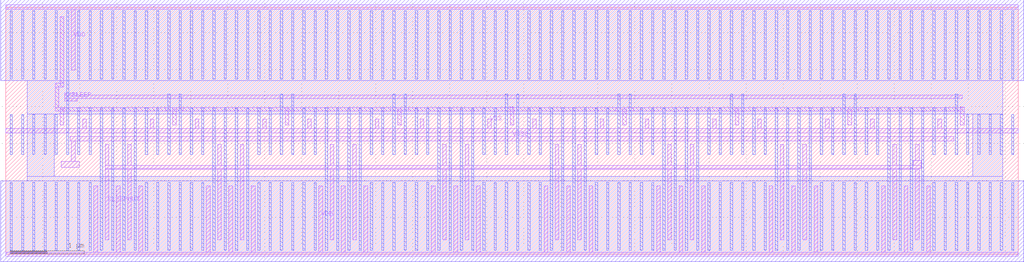
<source format=lef>
#######################################################################
####                                                               ####
####  The data contained in the file is created for educational    #### 
####  and training purposes only and are not recommended           ####
####  for fabrication                                              ####
####                                                               ####
#######################################################################
####                                                               ####
####  Copyright (C) 2013 Synopsys, Inc.                            ####
####                                                               ####
#######################################################################
####                                                               ####
####  The 32/28nm Generic Library ("Library") is unsupported       ####    
####  Confidential Information of Synopsys, Inc. ("Synopsys")      ####    
####  provided to you as Documentation under the terms of the      ####    
####  End User Software License Agreement between you or your      ####    
####  employer and Synopsys ("License Agreement") and you agree    ####    
####  not to distribute or disclose the Library without the        ####    
####  prior written consent of Synopsys. The Library IS NOT an     ####    
####  item of Licensed Software or Licensed Product under the      ####    
####  License Agreement.  Synopsys and/or its licensors own        ####    
####  and shall retain all right, title and interest in and        ####    
####  to the Library and all modifications thereto, including      ####    
####  all intellectual property rights embodied therein. All       ####    
####  rights in and to any Library modifications you make are      ####    
####  hereby assigned to Synopsys. If you do not agree with        ####    
####  this notice, including the disclaimer below, then you        ####    
####  are not authorized to use the Library.                       ####    
####                                                               ####  
####                                                               ####      
####  THIS LIBRARY IS BEING DISTRIBUTED BY SYNOPSYS SOLELY ON AN   ####
####  "AS IS" BASIS, WITH NO INTELLECUTAL PROPERTY                 ####
####  INDEMNIFICATION AND NO SUPPORT. ANY EXPRESS OR IMPLIED       ####
####  WARRANTIES, INCLUDING, BUT NOT LIMITED TO, THE IMPLIED       ####
####  WARRANTIES OF MERCHANTABILITY AND FITNESS FOR A PARTICULAR   ####
####  PURPOSE ARE HEREBY DISCLAIMED. IN NO EVENT SHALL SYNOPSYS    ####
####  BE LIABLE FOR ANY DIRECT, INDIRECT, INCIDENTAL, SPECIAL,     ####
####  EXEMPLARY, OR CONSEQUENTIAL DAMAGES (INCLUDING, BUT NOT      ####
####  LIMITED TO, PROCUREMENT OF SUBSTITUTE GOODS OR SERVICES;     ####
####  LOSS OF USE, DATA, OR PROFITS; OR BUSINESS INTERRUPTION)     ####
####  HOWEVER CAUSED AND ON ANY THEORY OF LIABILITY, WHETHER IN    ####
####  CONTRACT, STRICT LIABILITY, OR TORT (INCLUDING NEGLIGENCE    ####
####  OR OTHERWISE) ARISING IN ANY WAY OUT OF THE USE OF THIS      ####
####  DOCUMENTATION, EVEN IF ADVISED OF THE POSSIBILITY OF         ####
####  SUCH DAMAGE.                                                 #### 
####                                                               ####  
#######################################################################

# 
# LEF OUT 
# User Name : edbab 
# Date : Mon Dec 24 17:39:53 2012
# 
VERSION 5.4 ;
NAMESCASESENSITIVE ON ;
DIVIDERCHAR "/" ;

MACRO TNBUFFX2_LVT
  CLASS CORE ;
  SOURCE USER ;
  ORIGIN 0 0 ;
  SIZE 2.128 BY 1.672 ;
  SYMMETRY X Y ;
  SITE unit ;

  PIN EN
    DIRECTION INPUT ;
    USE SIGNAL ;
    PORT
      LAYER M1 ;
        RECT 0.3240 1.3730 0.7360 1.4230 ;
        RECT 0.5530 1.4230 0.6630 1.5750 ;
    END
    ANTENNAGATEAREA 0.0264 ;
  END EN

  PIN VDD
    DIRECTION INOUT ;
    USE POWER ;
    PORT
      LAYER M1 ;
        RECT 0.0000 1.6420 2.1280 1.7020 ;
        RECT 1.6470 1.2720 1.6970 1.6420 ;
        RECT 0.2240 1.2060 0.2740 1.6420 ;
        RECT 0.8100 1.1100 0.8600 1.6420 ;
        RECT 0.2240 1.1560 0.3290 1.2060 ;
        RECT 0.7350 1.0600 0.9370 1.1100 ;
        RECT 0.2790 0.7310 0.3290 1.1560 ;
        RECT 0.7350 0.8140 0.7850 1.0600 ;
        RECT 0.8870 0.8140 0.9370 1.0600 ;
    END
  END VDD

  PIN VSS
    DIRECTION INOUT ;
    USE GROUND ;
    PORT
      LAYER M1 ;
        RECT 0.0000 -0.0300 2.1280 0.0300 ;
        RECT 0.2790 0.0300 0.3290 0.5420 ;
        RECT 1.6470 0.0300 1.6970 0.1880 ;
        RECT 1.0390 0.1880 1.6970 0.2380 ;
        RECT 1.0390 0.2380 1.0890 0.5520 ;
        RECT 1.1920 0.2380 1.2420 0.5520 ;
        RECT 1.6470 0.2380 1.6970 0.3680 ;
    END
  END VSS

  PIN Y
    DIRECTION OUTPUT ;
    USE SIGNAL ;
    PORT
      LAYER M1 ;
        RECT 1.8540 0.4870 1.9040 0.6780 ;
        RECT 1.8540 0.6780 2.0510 0.8150 ;
        RECT 1.4950 0.4370 1.9040 0.4870 ;
        RECT 1.8540 0.8150 1.9040 1.0840 ;
        RECT 1.7990 0.1110 1.8490 0.4370 ;
        RECT 1.4950 0.2880 1.5450 0.4370 ;
        RECT 1.4950 1.0840 1.9040 1.1340 ;
        RECT 1.7990 1.1340 1.8490 1.4720 ;
        RECT 1.4950 1.1340 1.5450 1.4720 ;
    END
    ANTENNADIFFAREA 0.2222 ;
  END Y

  PIN A
    DIRECTION INPUT ;
    USE SIGNAL ;
    PORT
      LAYER M1 ;
        RECT 0.9320 1.4030 1.1190 1.4530 ;
        RECT 1.0090 1.3130 1.1190 1.4030 ;
    END
    ANTENNAGATEAREA 0.0243 ;
  END A
  OBS
    LAYER NWELL ;
      RECT -0.1120 0.6790 2.2400 1.7730 ;
    LAYER M1 ;
      RECT 1.4570 0.5570 1.8040 0.5870 ;
      RECT 1.4580 0.5370 1.8040 0.5570 ;
      RECT 0.8120 0.5510 0.8620 0.6020 ;
      RECT 0.7350 0.5010 0.9370 0.5510 ;
      RECT 0.8870 0.3430 0.9370 0.5010 ;
      RECT 0.7350 0.3430 0.7850 0.5010 ;
      RECT 1.3430 0.6520 1.3930 0.9340 ;
      RECT 1.3430 0.3480 1.3930 0.6020 ;
      RECT 1.4570 0.5870 1.5070 0.6020 ;
      RECT 0.8120 0.6020 1.5070 0.6520 ;
      RECT 1.5400 0.7450 1.8040 0.7950 ;
      RECT 0.5830 0.3480 0.6330 0.7140 ;
      RECT 0.5830 0.7640 0.6330 1.0180 ;
      RECT 1.0390 0.7640 1.0890 1.2020 ;
      RECT 1.1920 0.7640 1.2420 0.9840 ;
      RECT 1.1920 0.7130 1.2420 0.7140 ;
      RECT 0.5830 0.7140 1.2420 0.7640 ;
      RECT 1.5710 0.7950 1.6210 0.9840 ;
      RECT 1.1920 0.9840 1.6210 1.0340 ;
      RECT 0.4310 0.0880 1.3480 0.1380 ;
      RECT 0.4310 0.1380 0.4810 1.1190 ;
    LAYER PO ;
      RECT 1.5810 0.0660 1.6110 0.6150 ;
      RECT 1.5810 0.7170 1.6110 1.6060 ;
      RECT 1.7330 0.0660 1.7630 0.6150 ;
      RECT 1.7330 0.7170 1.7630 1.6060 ;
      RECT 0.9730 0.0660 1.0030 1.6060 ;
      RECT 2.0370 0.0660 2.0670 1.6060 ;
      RECT 0.8210 0.0660 0.8510 1.6060 ;
      RECT 1.4290 0.0660 1.4590 1.6060 ;
      RECT 1.1250 0.0660 1.1550 1.6060 ;
      RECT 1.2770 0.0660 1.3070 1.6060 ;
      RECT 1.8850 0.0660 1.9150 1.6060 ;
      RECT 0.2130 0.0660 0.2430 1.6060 ;
      RECT 0.3650 0.0660 0.3950 1.6060 ;
      RECT 0.6690 0.0660 0.6990 1.6060 ;
      RECT 0.5170 0.0660 0.5470 1.6060 ;
      RECT 0.0610 0.0660 0.0910 1.6060 ;
  END
END TNBUFFX2_LVT

MACRO TNBUFFX32_LVT
  CLASS CORE ;
  SOURCE USER ;
  ORIGIN 0 0 ;
  SIZE 10.488 BY 1.672 ;
  SYMMETRY X Y ;
  SITE unit ;

  PIN A
    DIRECTION INPUT ;
    USE SIGNAL ;
    PORT
      LAYER M1 ;
        RECT 0.0970 0.5530 0.2070 0.6020 ;
        RECT 0.0970 0.6020 0.4360 0.6520 ;
        RECT 0.0970 0.6520 0.2070 0.6630 ;
    END
    ANTENNAGATEAREA 0.0264 ;
  END A

  PIN EN
    DIRECTION INPUT ;
    USE SIGNAL ;
    PORT
      LAYER M1 ;
        RECT 1.0990 0.6600 1.3330 0.7100 ;
        RECT 1.1610 0.7100 1.2710 0.8150 ;
    END
    ANTENNAGATEAREA 0.0732 ;
  END EN

  PIN VDD
    DIRECTION INOUT ;
    USE POWER ;
    PORT
      LAYER M1 ;
        RECT 0.0000 1.6420 10.4880 1.7020 ;
        RECT 1.6020 1.4690 1.6520 1.6420 ;
        RECT 1.1910 1.4190 1.6970 1.4690 ;
        RECT 5.4470 1.2750 5.4970 1.6420 ;
        RECT 5.7510 1.2720 5.8010 1.6420 ;
        RECT 6.0550 1.2720 6.1050 1.6420 ;
        RECT 6.3590 1.2720 6.4090 1.6420 ;
        RECT 6.6630 1.2720 6.7130 1.6420 ;
        RECT 6.9670 1.2720 7.0170 1.6420 ;
        RECT 7.2710 1.2720 7.3210 1.6420 ;
        RECT 7.5750 1.2720 7.6250 1.6420 ;
        RECT 7.8790 1.2750 7.9290 1.6420 ;
        RECT 8.1830 1.2720 8.2330 1.6420 ;
        RECT 8.4870 1.2720 8.5370 1.6420 ;
        RECT 8.7910 1.2720 8.8410 1.6420 ;
        RECT 9.0950 1.2720 9.1450 1.6420 ;
        RECT 9.3990 1.2720 9.4490 1.6420 ;
        RECT 9.7030 1.2720 9.7530 1.6420 ;
        RECT 10.0070 1.2720 10.0570 1.6420 ;
        RECT 4.1340 1.3130 4.1840 1.6420 ;
        RECT 0.7350 0.9350 0.7850 1.6420 ;
        RECT 0.2790 0.7460 0.3290 1.6420 ;
        RECT 3.9270 1.3130 3.9770 1.4940 ;
        RECT 3.6230 1.3130 3.6730 1.4940 ;
        RECT 3.3190 1.3130 3.3690 1.4940 ;
        RECT 1.1910 1.2950 1.2410 1.4190 ;
        RECT 1.6470 1.2950 1.6970 1.4190 ;
        RECT 2.1030 1.2630 4.1840 1.3130 ;
        RECT 2.4070 0.9380 2.4570 1.2630 ;
        RECT 2.7110 0.9380 2.7610 1.2630 ;
        RECT 2.1030 0.9380 2.1530 1.2630 ;
        RECT 3.9270 0.8600 3.9770 1.2630 ;
        RECT 3.6230 0.8600 3.6730 1.2630 ;
        RECT 3.3190 0.8600 3.3690 1.2630 ;
    END
  END VDD

  PIN VSS
    DIRECTION INOUT ;
    USE GROUND ;
    PORT
      LAYER M1 ;
        RECT 0.0000 -0.0300 10.4880 0.0300 ;
        RECT 5.7510 0.0300 5.8010 0.3380 ;
        RECT 7.5750 0.0300 7.6250 0.3380 ;
        RECT 7.2710 0.0300 7.3210 0.3380 ;
        RECT 6.9670 0.0300 7.0170 0.3380 ;
        RECT 6.6630 0.0300 6.7130 0.3380 ;
        RECT 1.1910 0.0300 1.2410 0.3800 ;
        RECT 6.3590 0.0300 6.4090 0.3380 ;
        RECT 6.0550 0.0300 6.1050 0.3380 ;
        RECT 0.2790 0.0300 0.3290 0.4720 ;
        RECT 0.7350 0.0300 0.7850 0.3270 ;
        RECT 1.6470 0.0300 1.6970 0.2230 ;
        RECT 7.8790 0.0300 7.9290 0.3380 ;
        RECT 8.1830 0.0300 8.2330 0.3380 ;
        RECT 10.0070 0.0300 10.0570 0.3380 ;
        RECT 9.7030 0.0300 9.7530 0.3380 ;
        RECT 9.3990 0.0300 9.4490 0.3380 ;
        RECT 9.0950 0.0300 9.1450 0.3380 ;
        RECT 8.7910 0.0300 8.8410 0.3380 ;
        RECT 8.4870 0.0300 8.5370 0.3380 ;
        RECT 5.4470 0.0300 5.4970 0.2050 ;
        RECT 3.1670 0.2050 5.4970 0.2550 ;
        RECT 3.1670 0.2550 3.2170 0.3950 ;
        RECT 4.9920 0.2550 5.0420 0.4450 ;
        RECT 3.4710 0.2550 3.5210 0.3950 ;
        RECT 3.7750 0.2550 3.8250 0.3950 ;
        RECT 4.0790 0.2550 4.1290 0.3950 ;
        RECT 4.3840 0.2550 4.4340 0.4450 ;
        RECT 4.6880 0.2550 4.7380 0.4450 ;
        RECT 5.4470 0.2550 5.4970 0.3380 ;
    END
  END VSS

  PIN Y
    DIRECTION OUTPUT ;
    USE SIGNAL ;
    PORT
      LAYER M1 ;
        RECT 9.2470 1.1340 9.2970 1.5090 ;
        RECT 9.5510 1.1340 9.6010 1.5090 ;
        RECT 9.8550 1.1340 9.9050 1.5090 ;
        RECT 10.1590 1.1340 10.2090 1.4720 ;
        RECT 8.0310 1.1340 8.0810 1.5090 ;
        RECT 8.3350 1.1340 8.3850 1.5090 ;
        RECT 8.6390 1.1340 8.6890 1.5090 ;
        RECT 8.9430 1.1340 8.9930 1.5090 ;
        RECT 6.8150 1.1340 6.8650 1.5090 ;
        RECT 7.1190 1.1340 7.1690 1.5090 ;
        RECT 7.4230 1.1340 7.4730 1.5090 ;
        RECT 7.7270 1.1340 7.7770 1.5090 ;
        RECT 5.2950 1.1340 5.3450 1.5090 ;
        RECT 5.5990 1.1340 5.6490 1.5090 ;
        RECT 5.9030 1.1340 5.9530 1.5090 ;
        RECT 6.2070 1.1340 6.2570 1.5090 ;
        RECT 6.5110 1.1340 6.5610 1.5090 ;
        RECT 5.2950 1.0840 10.2640 1.1340 ;
        RECT 10.2140 0.9670 10.2640 1.0840 ;
        RECT 9.2470 0.8450 9.2970 1.0840 ;
        RECT 9.5510 0.8450 9.6010 1.0840 ;
        RECT 9.8550 0.8450 9.9050 1.0840 ;
        RECT 10.2140 0.8570 10.3910 0.9670 ;
        RECT 8.0310 0.8450 8.0810 1.0840 ;
        RECT 8.3350 0.8450 8.3850 1.0840 ;
        RECT 8.6390 0.8450 8.6890 1.0840 ;
        RECT 8.9430 0.8450 8.9930 1.0840 ;
        RECT 7.4230 0.8450 7.4730 1.0840 ;
        RECT 6.8150 0.8450 6.8650 1.0840 ;
        RECT 7.1190 0.8450 7.1690 1.0840 ;
        RECT 7.7270 0.8450 7.7770 1.0840 ;
        RECT 5.5990 0.8450 5.6490 1.0840 ;
        RECT 5.9030 0.8450 5.9530 1.0840 ;
        RECT 6.2070 0.8450 6.2570 1.0840 ;
        RECT 6.5110 0.8450 6.5610 1.0840 ;
        RECT 5.2950 0.3880 10.2640 0.4380 ;
        RECT 8.0310 0.1420 8.0810 0.3880 ;
        RECT 8.3350 0.1420 8.3850 0.3880 ;
        RECT 8.6390 0.1420 8.6890 0.3880 ;
        RECT 8.9430 0.1420 8.9930 0.3880 ;
        RECT 10.2140 0.4380 10.2640 0.8570 ;
        RECT 9.2470 0.1420 9.2970 0.3880 ;
        RECT 9.5510 0.1420 9.6010 0.3880 ;
        RECT 9.8550 0.1420 9.9050 0.3880 ;
        RECT 10.1590 0.1420 10.2090 0.3880 ;
        RECT 6.8150 0.1420 6.8650 0.3880 ;
        RECT 7.1190 0.1420 7.1690 0.3880 ;
        RECT 7.4230 0.1420 7.4730 0.3880 ;
        RECT 7.7270 0.1420 7.7770 0.3880 ;
        RECT 5.5990 0.1420 5.6490 0.3880 ;
        RECT 5.9030 0.1420 5.9530 0.3880 ;
        RECT 6.2070 0.1420 6.2570 0.3880 ;
        RECT 6.5110 0.1420 6.5610 0.3880 ;
        RECT 5.2950 0.3560 5.3450 0.3880 ;
    END
    ANTENNADIFFAREA 2.2151 ;
  END Y
  OBS
    LAYER PO ;
      RECT 8.4210 0.7170 8.4510 1.6060 ;
      RECT 10.0930 0.0660 10.1230 0.6170 ;
      RECT 9.7890 0.0660 9.8190 0.6170 ;
      RECT 9.6370 0.0660 9.6670 0.6170 ;
      RECT 9.9410 0.0660 9.9710 0.6170 ;
      RECT 9.4850 0.0660 9.5150 0.6170 ;
      RECT 9.3330 0.0660 9.3630 0.6170 ;
      RECT 9.1810 0.0660 9.2110 0.6170 ;
      RECT 9.0290 0.0660 9.0590 0.6170 ;
      RECT 8.5730 0.0660 8.6030 0.6170 ;
      RECT 8.8770 0.0660 8.9070 0.6170 ;
      RECT 8.7250 0.0660 8.7550 0.6170 ;
      RECT 8.4210 0.0660 8.4510 0.6170 ;
      RECT 7.6610 0.0660 7.6910 0.6170 ;
      RECT 7.6610 0.7170 7.6910 1.6060 ;
      RECT 7.3570 0.0660 7.3870 0.6170 ;
      RECT 7.3570 0.7170 7.3870 1.6060 ;
      RECT 7.2050 0.0660 7.2350 0.6170 ;
      RECT 7.2050 0.7170 7.2350 1.6060 ;
      RECT 7.5090 0.0660 7.5390 0.6170 ;
      RECT 7.5090 0.7170 7.5390 1.6060 ;
      RECT 7.0530 0.0660 7.0830 0.6170 ;
      RECT 7.0530 0.7170 7.0830 1.6060 ;
      RECT 6.9010 0.0660 6.9310 0.6170 ;
      RECT 6.9010 0.7170 6.9310 1.6060 ;
      RECT 6.7490 0.0660 6.7790 0.6170 ;
      RECT 6.7490 0.7170 6.7790 1.6060 ;
      RECT 6.5970 0.0660 6.6270 0.6170 ;
      RECT 6.5970 0.7170 6.6270 1.6060 ;
      RECT 1.5810 0.0660 1.6110 1.6060 ;
      RECT 6.1410 0.0660 6.1710 0.6170 ;
      RECT 6.1410 0.7170 6.1710 1.6060 ;
      RECT 6.4450 0.0660 6.4750 0.6170 ;
      RECT 6.4450 0.7170 6.4750 1.6060 ;
      RECT 6.2930 0.0660 6.3230 0.6170 ;
      RECT 6.2930 0.7170 6.3230 1.6060 ;
      RECT 5.9890 0.0660 6.0190 0.6170 ;
      RECT 5.9890 0.7170 6.0190 1.6060 ;
      RECT 2.3410 0.0660 2.3710 1.6060 ;
      RECT 5.5330 0.7170 5.5630 1.6060 ;
      RECT 5.6850 0.7170 5.7150 1.6060 ;
      RECT 5.8370 0.7170 5.8670 1.6060 ;
      RECT 5.3810 0.7170 5.4110 1.6060 ;
      RECT 5.3810 0.0660 5.4110 0.6170 ;
      RECT 2.1890 0.0660 2.2190 1.6060 ;
      RECT 2.0370 0.0660 2.0670 1.6060 ;
      RECT 5.8370 0.0660 5.8670 0.6170 ;
      RECT 5.6850 0.0660 5.7150 0.6170 ;
      RECT 5.5330 0.0660 5.5630 0.6170 ;
      RECT 1.2770 0.0660 1.3070 1.6060 ;
      RECT 3.1010 0.0660 3.1310 1.6060 ;
      RECT 2.7970 0.0660 2.8270 1.6060 ;
      RECT 5.2290 0.0660 5.2590 1.6060 ;
      RECT 4.9250 0.0660 4.9550 1.6060 ;
      RECT 5.0770 0.0660 5.1070 1.6060 ;
      RECT 1.8850 0.0660 1.9150 1.6060 ;
      RECT 2.6450 0.0660 2.6750 1.6060 ;
      RECT 1.7330 0.0660 1.7630 1.6060 ;
      RECT 1.4290 0.0660 1.4590 1.6060 ;
      RECT 2.4930 0.0660 2.5230 1.6060 ;
      RECT 0.9730 0.0660 1.0030 1.6060 ;
      RECT 2.9490 0.0660 2.9790 1.6060 ;
      RECT 1.1250 0.0660 1.1550 1.6060 ;
      RECT 0.5170 0.0660 0.5470 1.6060 ;
      RECT 0.3650 0.0660 0.3950 1.6060 ;
      RECT 0.2130 0.0660 0.2430 1.6060 ;
      RECT 0.0610 0.0660 0.0910 1.6060 ;
      RECT 0.8210 0.0660 0.8510 1.6060 ;
      RECT 0.6690 0.0660 0.6990 1.6060 ;
      RECT 3.2530 0.0660 3.2830 1.6060 ;
      RECT 3.4050 0.0660 3.4350 1.6060 ;
      RECT 3.5570 0.0660 3.5870 1.6060 ;
      RECT 3.7090 0.0660 3.7390 1.6060 ;
      RECT 3.8610 0.0660 3.8910 1.6060 ;
      RECT 4.1650 0.0660 4.1950 1.6060 ;
      RECT 4.0130 0.0660 4.0430 1.6060 ;
      RECT 4.3170 0.0660 4.3470 1.6060 ;
      RECT 4.4690 0.0660 4.4990 1.6060 ;
      RECT 4.6210 0.0660 4.6510 1.6060 ;
      RECT 4.7730 0.0660 4.8030 1.6060 ;
      RECT 10.3970 0.0660 10.4270 1.6060 ;
      RECT 10.2450 0.0660 10.2750 1.6060 ;
      RECT 7.9650 0.7170 7.9950 1.6060 ;
      RECT 8.1170 0.7170 8.1470 1.6060 ;
      RECT 8.2690 0.7170 8.2990 1.6060 ;
      RECT 7.8130 0.7170 7.8430 1.6060 ;
      RECT 7.8130 0.0660 7.8430 0.6170 ;
      RECT 8.2690 0.0660 8.2990 0.6170 ;
      RECT 8.1170 0.0660 8.1470 0.6170 ;
      RECT 7.9650 0.0660 7.9950 0.6170 ;
      RECT 10.0930 0.7170 10.1230 1.6060 ;
      RECT 9.7890 0.7170 9.8190 1.6060 ;
      RECT 9.6370 0.7170 9.6670 1.6060 ;
      RECT 9.9410 0.7170 9.9710 1.6060 ;
      RECT 9.4850 0.7170 9.5150 1.6060 ;
      RECT 9.3330 0.7170 9.3630 1.6060 ;
      RECT 9.1810 0.7170 9.2110 1.6060 ;
      RECT 9.0290 0.7170 9.0590 1.6060 ;
      RECT 8.5730 0.7170 8.6030 1.6060 ;
      RECT 8.8770 0.7170 8.9070 1.6060 ;
      RECT 8.7250 0.7170 8.7550 1.6060 ;
    LAYER NWELL ;
      RECT -0.1120 0.6790 10.6000 1.7730 ;
    LAYER M1 ;
      RECT 5.3400 0.7450 10.1640 0.7950 ;
      RECT 1.9510 0.8100 2.0010 1.3130 ;
      RECT 1.9510 0.2620 2.0010 0.7600 ;
      RECT 2.2550 0.2620 2.3050 0.4460 ;
      RECT 2.2550 0.8100 2.3050 1.2130 ;
      RECT 2.5590 0.2620 2.6090 0.4460 ;
      RECT 2.5590 0.8100 2.6090 1.2130 ;
      RECT 1.9510 0.2120 2.9130 0.2620 ;
      RECT 2.8630 0.2620 2.9130 0.4460 ;
      RECT 2.8630 0.8100 2.9130 1.2130 ;
      RECT 3.1670 0.8100 3.2170 1.2130 ;
      RECT 3.4710 0.8100 3.5210 1.2120 ;
      RECT 3.7750 0.8100 3.8250 1.2120 ;
      RECT 4.0790 0.8100 4.1290 1.1520 ;
      RECT 1.9500 0.7600 4.1290 0.8100 ;
      RECT 4.3840 0.8530 4.4340 1.1520 ;
      RECT 4.6880 0.8530 4.7380 1.1520 ;
      RECT 4.0790 1.1520 5.0420 1.2020 ;
      RECT 4.9920 1.0340 5.0420 1.1520 ;
      RECT 4.9920 0.8530 5.0420 0.9840 ;
      RECT 5.3400 0.7950 5.3900 0.9840 ;
      RECT 4.9920 0.9840 5.3900 1.0340 ;
      RECT 1.8490 1.3900 2.8680 1.4400 ;
      RECT 1.4950 0.8330 1.5450 0.9870 ;
      RECT 1.8490 0.8330 1.8990 1.3900 ;
      RECT 1.4950 0.7830 1.8990 0.8330 ;
      RECT 1.8490 0.4570 1.8990 0.7830 ;
      RECT 1.4640 0.4070 1.8990 0.4570 ;
      RECT 1.8330 0.1000 5.1480 0.1500 ;
      RECT 1.0390 0.1920 1.0890 0.5000 ;
      RECT 1.0390 0.9150 1.0890 1.1450 ;
      RECT 1.3430 0.3570 1.3930 0.4990 ;
      RECT 1.3430 0.4990 1.4330 0.5000 ;
      RECT 1.0390 0.5000 1.4330 0.5500 ;
      RECT 1.3830 0.5500 1.4330 0.6020 ;
      RECT 1.3430 0.9150 1.4330 0.9200 ;
      RECT 1.3430 0.9200 1.3930 1.1450 ;
      RECT 1.3830 0.6520 1.4330 0.8650 ;
      RECT 1.0390 0.8650 1.4330 0.9150 ;
      RECT 1.8330 0.1500 1.8830 0.3070 ;
      RECT 1.3430 0.3070 1.8830 0.3570 ;
      RECT 1.3830 0.6020 1.7890 0.6520 ;
      RECT 1.7470 1.5270 3.0050 1.5770 ;
      RECT 1.7470 1.2450 1.7970 1.5270 ;
      RECT 0.8870 1.1950 1.7970 1.2450 ;
      RECT 0.5830 0.8750 0.6330 1.5070 ;
      RECT 0.5830 0.1640 0.6330 0.4330 ;
      RECT 0.8870 1.2450 0.9370 1.5070 ;
      RECT 0.8870 0.8750 0.9370 1.1950 ;
      RECT 0.5830 0.8250 0.9770 0.8750 ;
      RECT 0.9270 0.4830 0.9770 0.8250 ;
      RECT 0.5830 0.4330 0.9770 0.4830 ;
      RECT 0.8870 0.1660 0.9370 0.4330 ;
      RECT 0.4860 0.6020 0.8770 0.6520 ;
      RECT 0.4310 0.7360 0.5360 0.7520 ;
      RECT 0.4310 0.7520 0.5350 0.7860 ;
      RECT 0.4310 0.1760 0.4810 0.5020 ;
      RECT 0.4310 0.7860 0.4810 1.2110 ;
      RECT 0.4860 0.6520 0.5360 0.7360 ;
      RECT 0.4860 0.5520 0.5360 0.6020 ;
      RECT 0.4310 0.5020 0.5360 0.5520 ;
      RECT 2.9220 0.6600 4.0840 0.7100 ;
      RECT 5.2430 0.5460 10.1640 0.5890 ;
      RECT 2.1030 0.5390 10.1640 0.5460 ;
      RECT 2.1030 0.3360 2.1530 0.4960 ;
      RECT 2.4070 0.3360 2.4570 0.4960 ;
      RECT 2.7110 0.3360 2.7610 0.4960 ;
      RECT 3.3190 0.3420 3.3690 0.4960 ;
      RECT 3.6230 0.3420 3.6730 0.4960 ;
      RECT 3.9270 0.3420 3.9770 0.4960 ;
      RECT 4.2310 0.3630 4.2810 0.4960 ;
      RECT 4.2310 0.8030 4.2810 1.1020 ;
      RECT 4.5350 0.3630 4.5850 0.4960 ;
      RECT 4.5350 0.8030 4.5850 1.1020 ;
      RECT 4.8390 0.3630 4.8890 0.4960 ;
      RECT 4.8390 0.8030 4.8890 1.1020 ;
      RECT 5.1430 0.5460 5.1930 0.7530 ;
      RECT 5.1430 0.3630 5.1930 0.4960 ;
      RECT 4.2310 0.7530 5.1930 0.8030 ;
      RECT 5.1430 0.8030 5.1930 0.9340 ;
      RECT 2.1030 0.4960 5.2930 0.5390 ;
  END
END TNBUFFX32_LVT

MACRO TNBUFFX4_LVT
  CLASS CORE ;
  SOURCE USER ;
  ORIGIN 0 0 ;
  SIZE 2.432 BY 1.672 ;
  SYMMETRY X Y ;
  SITE unit ;

  PIN EN
    DIRECTION INPUT ;
    USE SIGNAL ;
    PORT
      LAYER M1 ;
        RECT 0.3240 1.3730 0.7360 1.4230 ;
        RECT 0.5530 1.4230 0.6630 1.5750 ;
    END
    ANTENNAGATEAREA 0.0339 ;
  END EN

  PIN VDD
    DIRECTION INOUT ;
    USE POWER ;
    PORT
      LAYER M1 ;
        RECT 0.0000 1.6420 2.4320 1.7020 ;
        RECT 1.9510 1.2720 2.0010 1.6420 ;
        RECT 1.6470 1.2750 1.6970 1.6420 ;
        RECT 0.2240 1.2560 0.2740 1.6420 ;
        RECT 0.8870 1.3210 0.9370 1.6420 ;
        RECT 0.2240 1.2060 0.3290 1.2560 ;
        RECT 0.7350 1.2710 0.9370 1.3210 ;
        RECT 0.2790 0.7310 0.3290 1.2060 ;
        RECT 0.7350 1.0900 0.7850 1.2710 ;
        RECT 0.8870 1.0900 0.9370 1.2710 ;
    END
  END VDD

  PIN VSS
    DIRECTION INOUT ;
    USE GROUND ;
    PORT
      LAYER M1 ;
        RECT 0.0000 -0.0300 2.4320 0.0300 ;
        RECT 0.2790 0.0300 0.3290 0.5420 ;
        RECT 1.9510 0.0300 2.0010 0.3680 ;
        RECT 1.6470 0.0300 1.6970 0.1910 ;
        RECT 1.0390 0.1910 1.6970 0.2410 ;
        RECT 1.0390 0.2410 1.0890 0.4530 ;
        RECT 1.1920 0.2410 1.2420 0.4530 ;
        RECT 1.6470 0.2410 1.6970 0.3680 ;
    END
  END VSS

  PIN Y
    DIRECTION OUTPUT ;
    USE SIGNAL ;
    PORT
      LAYER M1 ;
        RECT 1.4950 0.4380 2.2150 0.4880 ;
        RECT 2.1650 0.4880 2.3350 0.6630 ;
        RECT 2.1030 0.1550 2.1530 0.4380 ;
        RECT 1.7990 0.1420 1.8490 0.4380 ;
        RECT 1.4950 0.2910 1.5450 0.4380 ;
        RECT 2.1650 0.6630 2.2150 1.0840 ;
        RECT 1.4950 1.0840 2.2150 1.1340 ;
        RECT 2.1030 1.1340 2.1530 1.4720 ;
        RECT 1.7990 1.1340 1.8490 1.4720 ;
        RECT 1.7990 0.9000 1.8490 1.0840 ;
        RECT 1.4950 1.1340 1.5450 1.4720 ;
    END
    ANTENNADIFFAREA 0.3552 ;
  END Y

  PIN A
    DIRECTION INPUT ;
    USE SIGNAL ;
    PORT
      LAYER M1 ;
        RECT 0.8570 0.6460 1.0440 0.6960 ;
        RECT 0.8570 0.6960 0.9670 0.8150 ;
    END
    ANTENNAGATEAREA 0.0366 ;
  END A
  OBS
    LAYER NWELL ;
      RECT -0.1120 0.6790 2.5440 1.7730 ;
    LAYER M1 ;
      RECT 0.8870 0.5390 2.1050 0.5890 ;
      RECT 0.8870 0.5890 0.9370 0.5900 ;
      RECT 0.8870 0.4890 0.9370 0.5390 ;
      RECT 0.7350 0.4390 0.9370 0.4890 ;
      RECT 0.8870 0.2550 0.9370 0.4390 ;
      RECT 1.3430 0.5890 1.3930 0.9340 ;
      RECT 1.3430 0.2910 1.3930 0.5390 ;
      RECT 0.7350 0.2550 0.7850 0.4390 ;
      RECT 1.5400 0.7450 2.1080 0.7950 ;
      RECT 1.0390 1.0340 1.0890 1.4780 ;
      RECT 1.0390 0.8050 1.0890 0.9840 ;
      RECT 1.1920 1.0340 1.2420 1.2020 ;
      RECT 1.1920 0.7130 1.2420 0.9840 ;
      RECT 0.5830 0.1910 0.6330 0.9840 ;
      RECT 0.5830 1.0340 0.6330 1.3230 ;
      RECT 1.5710 0.7950 1.6210 0.9840 ;
      RECT 0.5830 0.9840 1.6210 1.0340 ;
      RECT 0.4310 0.0910 1.3480 0.1410 ;
      RECT 0.4310 0.1410 0.4810 1.2110 ;
    LAYER PO ;
      RECT 1.7330 0.7170 1.7630 1.6060 ;
      RECT 1.8850 0.7170 1.9150 1.6060 ;
      RECT 2.0370 0.7170 2.0670 1.6060 ;
      RECT 1.5810 0.7170 1.6110 1.6060 ;
      RECT 1.5810 0.0660 1.6110 0.6170 ;
      RECT 2.3410 0.0660 2.3710 1.6060 ;
      RECT 2.0370 0.0660 2.0670 0.6170 ;
      RECT 1.8850 0.0660 1.9150 0.6170 ;
      RECT 1.7330 0.0660 1.7630 0.6170 ;
      RECT 2.1890 0.0660 2.2190 1.6060 ;
      RECT 0.9730 0.0660 1.0030 1.6060 ;
      RECT 0.8210 0.0660 0.8510 1.6060 ;
      RECT 1.4290 0.0660 1.4590 1.6060 ;
      RECT 1.1250 0.0660 1.1550 1.6060 ;
      RECT 1.2770 0.0660 1.3070 1.6060 ;
      RECT 0.2130 0.0660 0.2430 1.6060 ;
      RECT 0.3650 0.0660 0.3950 1.6060 ;
      RECT 0.6690 0.0660 0.6990 1.6060 ;
      RECT 0.5170 0.0660 0.5470 1.6060 ;
      RECT 0.0610 0.0660 0.0910 1.6060 ;
  END
END TNBUFFX4_LVT

MACRO TNBUFFX8_LVT
  CLASS CORE ;
  SOURCE USER ;
  ORIGIN 0 0 ;
  SIZE 3.496 BY 1.672 ;
  SYMMETRY X Y ;
  SITE unit ;

  PIN EN
    DIRECTION INPUT ;
    USE SIGNAL ;
    PORT
      LAYER M1 ;
        RECT 0.3240 1.3730 0.8880 1.4230 ;
        RECT 0.7050 1.4230 0.8150 1.5750 ;
    END
    ANTENNAGATEAREA 0.0522 ;
  END EN

  PIN VDD
    DIRECTION INOUT ;
    USE POWER ;
    PORT
      LAYER M1 ;
        RECT 0.0000 1.6420 3.4960 1.7020 ;
        RECT 3.0150 1.2720 3.0650 1.6420 ;
        RECT 2.7110 1.2720 2.7610 1.6420 ;
        RECT 2.4070 1.2720 2.4570 1.6420 ;
        RECT 2.1030 1.2750 2.1530 1.6420 ;
        RECT 0.2240 1.2560 0.2740 1.6420 ;
        RECT 1.1910 1.3210 1.2410 1.6420 ;
        RECT 0.2240 1.2060 0.3290 1.2560 ;
        RECT 0.5830 1.2710 1.2410 1.3210 ;
        RECT 0.2790 0.7310 0.3290 1.2060 ;
        RECT 0.5830 0.8140 0.6330 1.2710 ;
        RECT 0.8870 1.0840 0.9370 1.2710 ;
        RECT 1.1910 1.0840 1.2410 1.2710 ;
    END
  END VDD

  PIN VSS
    DIRECTION INOUT ;
    USE GROUND ;
    PORT
      LAYER M1 ;
        RECT 0.0000 -0.0300 3.4960 0.0300 ;
        RECT 3.0150 0.0300 3.0650 0.3680 ;
        RECT 2.7110 0.0300 2.7610 0.3680 ;
        RECT 0.2790 0.0300 0.3290 0.5740 ;
        RECT 2.4070 0.0300 2.4570 0.3680 ;
        RECT 2.1030 0.0300 2.1530 0.1910 ;
        RECT 1.0390 0.1910 2.1530 0.2410 ;
        RECT 1.3430 0.2410 1.3930 0.4360 ;
        RECT 1.6480 0.2410 1.6980 0.4880 ;
        RECT 1.0390 0.2410 1.0890 0.3950 ;
        RECT 2.1030 0.2410 2.1530 0.3680 ;
    END
  END VSS

  PIN Y
    DIRECTION OUTPUT ;
    USE SIGNAL ;
    PORT
      LAYER M1 ;
        RECT 3.2290 0.4890 3.2790 0.6370 ;
        RECT 3.2290 0.6370 3.4260 0.8150 ;
        RECT 3.1670 0.4880 3.2790 0.4890 ;
        RECT 3.2290 0.8150 3.2790 1.0840 ;
        RECT 1.9510 0.4390 3.2790 0.4880 ;
        RECT 1.9510 1.0840 3.2790 1.1340 ;
        RECT 1.9510 0.4380 3.2410 0.4390 ;
        RECT 3.1670 1.1340 3.2170 1.4720 ;
        RECT 2.8630 1.1340 2.9130 1.4720 ;
        RECT 2.8630 0.9000 2.9130 1.0840 ;
        RECT 2.5590 1.1340 2.6090 1.4720 ;
        RECT 2.5590 0.9000 2.6090 1.0840 ;
        RECT 2.2550 1.1340 2.3050 1.4720 ;
        RECT 2.2550 0.9000 2.3050 1.0840 ;
        RECT 1.9510 1.1340 2.0010 1.4720 ;
        RECT 3.1670 0.1550 3.2170 0.4380 ;
        RECT 2.8630 0.1420 2.9130 0.4380 ;
        RECT 2.5590 0.1420 2.6090 0.4380 ;
        RECT 2.2550 0.1420 2.3050 0.4380 ;
        RECT 1.9510 0.2910 2.0010 0.4380 ;
    END
    ANTENNADIFFAREA 0.6212 ;
  END Y

  PIN A
    DIRECTION INPUT ;
    USE SIGNAL ;
    PORT
      LAYER M1 ;
        RECT 1.0090 0.6600 1.3480 0.7100 ;
        RECT 1.0090 0.7100 1.1190 0.8150 ;
    END
    ANTENNAGATEAREA 0.0732 ;
  END A
  OBS
    LAYER NWELL ;
      RECT -0.1120 0.6790 3.6110 1.7730 ;
    LAYER M1 ;
      RECT 0.8870 0.5390 3.1720 0.5770 ;
      RECT 0.8870 0.5770 3.1690 0.5890 ;
      RECT 1.1910 0.3280 1.2410 0.5390 ;
      RECT 1.4950 0.3480 1.5450 0.5390 ;
      RECT 1.7990 0.3480 1.8490 0.5390 ;
      RECT 1.7990 0.5890 1.8490 0.8840 ;
      RECT 1.4640 0.8840 1.8490 0.9340 ;
      RECT 0.8870 0.2410 0.9370 0.5390 ;
      RECT 0.5830 0.1910 0.9370 0.2410 ;
      RECT 0.5830 0.2410 0.6330 0.4870 ;
      RECT 1.9960 0.7450 3.1690 0.7950 ;
      RECT 1.0390 1.0340 1.0890 1.2020 ;
      RECT 1.0390 0.9060 1.0890 0.9840 ;
      RECT 1.3430 1.0340 1.3930 1.4780 ;
      RECT 1.3430 0.8140 1.3930 0.9840 ;
      RECT 1.6480 1.0340 1.6980 1.2940 ;
      RECT 0.7350 1.0340 0.7850 1.1190 ;
      RECT 0.7350 0.3750 0.7850 0.9840 ;
      RECT 2.0270 0.7950 2.0770 0.9840 ;
      RECT 0.7350 0.9840 2.0770 1.0340 ;
      RECT 0.4310 0.0910 1.8040 0.1410 ;
      RECT 0.4310 0.1410 0.4810 1.2110 ;
    LAYER PO ;
      RECT 2.4930 0.0660 2.5230 0.6170 ;
      RECT 2.3410 0.0660 2.3710 0.6170 ;
      RECT 2.1890 0.0660 2.2190 0.6170 ;
      RECT 1.4290 0.0660 1.4590 1.6060 ;
      RECT 1.2770 0.0660 1.3070 1.6060 ;
      RECT 1.8850 0.0660 1.9150 1.6060 ;
      RECT 1.5810 0.0660 1.6110 1.6060 ;
      RECT 1.7330 0.0660 1.7630 1.6060 ;
      RECT 0.2130 0.0660 0.2430 1.6060 ;
      RECT 0.3650 0.0660 0.3950 1.6060 ;
      RECT 0.8210 0.0660 0.8510 1.6060 ;
      RECT 0.5170 0.0660 0.5470 1.6060 ;
      RECT 0.6690 0.0660 0.6990 1.6060 ;
      RECT 1.1250 0.0660 1.1550 1.6060 ;
      RECT 0.0610 0.0660 0.0910 1.6060 ;
      RECT 2.7970 0.0660 2.8270 0.6170 ;
      RECT 2.7970 0.7170 2.8270 1.6060 ;
      RECT 3.1010 0.0660 3.1310 0.6170 ;
      RECT 3.1010 0.7170 3.1310 1.6060 ;
      RECT 2.9490 0.0660 2.9790 0.6170 ;
      RECT 2.9490 0.7170 2.9790 1.6060 ;
      RECT 2.6450 0.0660 2.6750 0.6170 ;
      RECT 2.6450 0.7170 2.6750 1.6060 ;
      RECT 3.4050 0.0660 3.4350 1.6060 ;
      RECT 3.2530 0.0660 3.2830 1.6060 ;
      RECT 2.1890 0.7170 2.2190 1.6060 ;
      RECT 2.3410 0.7170 2.3710 1.6060 ;
      RECT 2.4930 0.7170 2.5230 1.6060 ;
      RECT 2.0370 0.7170 2.0670 1.6060 ;
      RECT 2.0370 0.0660 2.0670 0.6170 ;
      RECT 0.9730 0.0660 1.0030 1.6060 ;
  END
END TNBUFFX8_LVT

MACRO XNOR2X1_LVT
  CLASS CORE ;
  SOURCE USER ;
  ORIGIN 0 0 ;
  SIZE 2.584 BY 1.672 ;
  SYMMETRY X Y ;
  SITE unit ;

  PIN VDD
    DIRECTION INOUT ;
    USE POWER ;
    PORT
      LAYER M1 ;
        RECT 0.0000 1.6420 2.5840 1.7020 ;
        RECT 1.0390 1.2180 1.0890 1.6420 ;
        RECT 0.2790 1.1290 0.3290 1.6420 ;
        RECT 2.1030 0.8140 2.1530 1.6420 ;
        RECT 1.6470 1.2180 1.6970 1.6420 ;
        RECT 0.5830 1.2180 0.6330 1.6420 ;
    END
  END VDD

  PIN A2
    DIRECTION INPUT ;
    USE SIGNAL ;
    PORT
      LAYER M1 ;
        RECT 0.6580 0.7050 0.8150 0.8030 ;
        RECT 0.6580 0.8030 1.6550 0.8530 ;
    END
    ANTENNAGATEAREA 0.0378 ;
  END A2

  PIN A1
    DIRECTION INPUT ;
    USE SIGNAL ;
    PORT
      LAYER M1 ;
        RECT 0.9620 0.6720 1.9410 0.7220 ;
        RECT 0.9620 0.5530 1.1190 0.6720 ;
    END
    ANTENNAGATEAREA 0.0405 ;
  END A1

  PIN VSS
    DIRECTION INOUT ;
    USE GROUND ;
    PORT
      LAYER M1 ;
        RECT 0.0000 -0.0300 2.5840 0.0300 ;
        RECT 0.2790 0.0300 0.3290 0.3710 ;
        RECT 2.1030 0.0300 2.1530 0.5260 ;
        RECT 1.7350 0.0300 1.7850 0.2700 ;
        RECT 0.2790 0.3710 0.6120 0.4210 ;
        RECT 1.6160 0.2700 1.7850 0.3200 ;
        RECT 0.5620 0.3200 0.6120 0.3710 ;
        RECT 0.5620 0.2700 1.1200 0.3200 ;
    END
  END VSS

  PIN Y
    DIRECTION OUTPUT ;
    USE SIGNAL ;
    PORT
      LAYER M1 ;
        RECT 2.2550 0.9170 2.4870 0.9670 ;
        RECT 2.3100 0.8570 2.4870 0.9170 ;
        RECT 2.2550 0.9670 2.3050 1.5460 ;
        RECT 2.3100 0.5540 2.3600 0.8570 ;
        RECT 2.2550 0.5040 2.3600 0.5540 ;
        RECT 2.2550 0.1480 2.3050 0.5040 ;
    END
    ANTENNADIFFAREA 0.1234 ;
  END Y
  OBS
    LAYER NWELL ;
      RECT -0.1150 0.6790 2.6990 1.7810 ;
    LAYER M1 ;
      RECT 0.3550 1.0180 0.8160 1.0680 ;
      RECT 0.7350 0.3700 0.7850 0.4710 ;
      RECT 0.3550 0.6540 0.4050 1.0180 ;
      RECT 0.3240 0.6040 0.4050 0.6540 ;
      RECT 0.3550 0.5210 0.4050 0.6040 ;
      RECT 0.3550 0.4710 0.7850 0.5210 ;
      RECT 0.8460 0.4080 1.2240 0.4580 ;
      RECT 1.1740 0.4580 1.2240 0.5720 ;
      RECT 0.4800 0.9180 0.9370 0.9680 ;
      RECT 0.8870 0.9680 0.9370 1.0680 ;
      RECT 1.1740 0.5720 1.3500 0.6220 ;
      RECT 0.8460 0.4580 0.8960 0.5710 ;
      RECT 0.4800 0.5710 0.8960 0.6210 ;
      RECT 0.4800 0.6210 0.5300 0.9180 ;
      RECT 1.9910 0.6040 2.2600 0.6540 ;
      RECT 1.3600 0.3750 1.4100 0.4710 ;
      RECT 1.3270 0.3250 1.4100 0.3750 ;
      RECT 1.9910 0.5210 2.0410 0.6040 ;
      RECT 1.9510 0.8090 2.0410 0.8590 ;
      RECT 1.3600 0.4710 2.0410 0.5210 ;
      RECT 1.9510 0.8590 2.0010 1.0080 ;
      RECT 1.9510 0.2400 2.0010 0.4710 ;
      RECT 1.3120 1.0080 2.0010 1.0580 ;
      RECT 1.9510 1.0580 2.0010 1.3050 ;
      RECT 1.9910 0.6540 2.0410 0.8090 ;
      RECT 0.4620 0.1530 1.2410 0.2030 ;
      RECT 1.1910 0.2030 1.2410 0.3260 ;
      RECT 0.4620 0.2030 0.5120 0.2710 ;
      RECT 0.4000 0.2710 0.5120 0.3210 ;
      RECT 1.4640 0.3710 1.8800 0.4210 ;
      RECT 1.1600 1.2390 1.5760 1.2890 ;
      RECT 1.7990 1.1680 1.8490 1.3200 ;
      RECT 0.4310 1.1180 1.8490 1.1680 ;
      RECT 0.4310 1.1680 0.4810 1.3200 ;
    LAYER PO ;
      RECT 0.3650 0.0660 0.3950 1.6060 ;
      RECT 1.5810 0.0660 1.6110 1.6060 ;
      RECT 0.5170 0.0660 0.5470 1.6060 ;
      RECT 1.4290 0.0680 1.4590 1.6060 ;
      RECT 2.4930 0.0680 2.5230 1.6060 ;
      RECT 0.0610 0.0680 0.0910 1.6060 ;
      RECT 0.6690 0.0680 0.6990 1.6060 ;
      RECT 0.2130 0.0680 0.2430 1.6060 ;
      RECT 0.8210 0.0680 0.8510 1.6060 ;
      RECT 1.7330 0.0680 1.7630 1.6060 ;
      RECT 1.1250 0.0680 1.1550 1.6060 ;
      RECT 2.0370 0.0680 2.0670 1.6060 ;
      RECT 0.9730 0.0680 1.0030 1.6060 ;
      RECT 2.1890 0.0680 2.2190 1.6060 ;
      RECT 2.3410 0.0680 2.3710 1.6060 ;
      RECT 1.2770 0.0680 1.3070 1.6060 ;
      RECT 1.8850 0.0680 1.9150 1.6060 ;
  END
END XNOR2X1_LVT

MACRO XNOR2X2_LVT
  CLASS CORE ;
  SOURCE USER ;
  ORIGIN 0 0 ;
  SIZE 2.736 BY 1.672 ;
  SYMMETRY X Y ;
  SITE unit ;

  PIN A2
    DIRECTION INPUT ;
    USE SIGNAL ;
    PORT
      LAYER M1 ;
        RECT 0.6580 0.8030 1.6210 0.8530 ;
        RECT 0.6580 0.6440 0.8150 0.8030 ;
        RECT 1.5710 0.6270 1.6210 0.8030 ;
    END
    ANTENNAGATEAREA 0.066 ;
  END A2

  PIN A1
    DIRECTION INPUT ;
    USE SIGNAL ;
    PORT
      LAYER M1 ;
        RECT 1.4190 0.4690 1.9250 0.5190 ;
        RECT 1.8750 0.5190 1.9250 0.6530 ;
        RECT 1.4190 0.5190 1.4690 0.6720 ;
        RECT 0.9620 0.6720 1.4690 0.7220 ;
        RECT 0.9620 0.5530 1.1190 0.6720 ;
    END
    ANTENNAGATEAREA 0.0708 ;
  END A1

  PIN VDD
    DIRECTION INOUT ;
    USE POWER ;
    PORT
      LAYER M1 ;
        RECT 0.0000 1.6420 2.7360 1.7020 ;
        RECT 2.4070 1.0750 2.4570 1.6420 ;
        RECT 2.1030 0.8140 2.1530 1.6420 ;
        RECT 0.2790 1.1930 0.3290 1.6420 ;
        RECT 1.0390 1.2850 1.0890 1.6420 ;
        RECT 1.6470 1.2850 1.6970 1.6420 ;
        RECT 0.5830 1.2850 0.6330 1.6420 ;
    END
  END VDD

  PIN VSS
    DIRECTION INOUT ;
    USE GROUND ;
    PORT
      LAYER M1 ;
        RECT 0.0000 -0.0300 2.7360 0.0300 ;
        RECT 2.1030 0.0300 2.1530 0.5200 ;
        RECT 2.4070 0.0300 2.4570 0.4160 ;
        RECT 0.2790 0.0300 0.3290 0.1630 ;
        RECT 1.6940 0.0300 1.7440 0.1620 ;
        RECT 0.2790 0.1630 1.1200 0.2130 ;
        RECT 1.6180 0.1620 1.7440 0.2120 ;
        RECT 0.2790 0.2130 0.3290 0.2380 ;
    END
  END VSS

  PIN Y
    DIRECTION OUTPUT ;
    USE SIGNAL ;
    PORT
      LAYER M1 ;
        RECT 2.2550 0.9340 2.5220 0.9840 ;
        RECT 2.2550 0.9840 2.3050 1.5460 ;
        RECT 2.3770 0.8570 2.5220 0.9340 ;
        RECT 2.4720 0.5540 2.5220 0.8570 ;
        RECT 2.2550 0.5040 2.5220 0.5540 ;
        RECT 2.2550 0.1480 2.3050 0.5040 ;
    END
    ANTENNADIFFAREA 0.1464 ;
  END Y
  OBS
    LAYER NWELL ;
      RECT -0.1150 0.6790 2.8510 1.7810 ;
    LAYER M1 ;
      RECT 0.3240 1.0180 0.8160 1.0680 ;
      RECT 0.3240 0.3630 0.8010 0.4130 ;
      RECT 0.3240 0.6540 0.3740 1.0180 ;
      RECT 0.3240 0.6040 0.4210 0.6540 ;
      RECT 0.3240 0.4130 0.3740 0.6040 ;
      RECT 0.8710 0.4080 1.2240 0.4580 ;
      RECT 1.1740 0.4580 1.2240 0.5720 ;
      RECT 0.8710 0.4580 0.9210 0.4630 ;
      RECT 0.4800 0.9180 0.9530 0.9680 ;
      RECT 1.1740 0.5720 1.3500 0.6220 ;
      RECT 0.4800 0.4630 0.9210 0.5030 ;
      RECT 0.4800 0.5030 0.9120 0.5130 ;
      RECT 0.4800 0.5130 0.5300 0.9180 ;
      RECT 1.9890 0.6040 2.4140 0.6540 ;
      RECT 1.9890 0.6540 2.0390 0.8090 ;
      RECT 1.9890 0.4120 2.0390 0.6040 ;
      RECT 1.9510 0.8090 2.0390 0.8590 ;
      RECT 1.3070 0.3620 2.0390 0.4120 ;
      RECT 1.9510 0.8590 2.0010 1.0080 ;
      RECT 1.9510 0.2400 2.0010 0.3620 ;
      RECT 1.3120 1.0080 2.0010 1.0580 ;
      RECT 1.9510 1.0580 2.0010 1.5550 ;
      RECT 1.4640 0.2620 1.8800 0.3120 ;
      RECT 1.1600 1.2390 1.5760 1.2890 ;
      RECT 0.4310 1.1180 1.8490 1.1680 ;
      RECT 1.7990 1.1680 1.8490 1.3200 ;
      RECT 0.4310 1.1680 0.4810 1.5510 ;
      RECT 0.4010 0.2630 1.2570 0.3130 ;
    LAYER PO ;
      RECT 0.3650 0.0660 0.3950 1.6060 ;
      RECT 1.5810 0.0660 1.6110 1.6060 ;
      RECT 0.5170 0.0660 0.5470 1.6060 ;
      RECT 1.4290 0.0680 1.4590 1.6060 ;
      RECT 2.6450 0.0680 2.6750 1.6060 ;
      RECT 0.0610 0.0680 0.0910 1.6060 ;
      RECT 0.6690 0.0680 0.6990 1.6060 ;
      RECT 0.2130 0.0680 0.2430 1.6060 ;
      RECT 0.8210 0.0680 0.8510 1.6060 ;
      RECT 1.7330 0.0680 1.7630 1.6060 ;
      RECT 1.1250 0.0680 1.1550 1.6060 ;
      RECT 2.0370 0.0680 2.0670 1.6060 ;
      RECT 0.9730 0.0680 1.0030 1.6060 ;
      RECT 2.1890 0.0680 2.2190 1.6060 ;
      RECT 2.3410 0.0680 2.3710 1.6060 ;
      RECT 1.2770 0.0680 1.3070 1.6060 ;
      RECT 1.8850 0.0680 1.9150 1.6060 ;
      RECT 2.4930 0.0680 2.5230 1.6060 ;
  END
END XNOR2X2_LVT

MACRO XNOR3X1_LVT
  CLASS CORE ;
  SOURCE USER ;
  ORIGIN 0 0 ;
  SIZE 3.648 BY 1.672 ;
  SYMMETRY X Y ;
  SITE unit ;

  PIN A3
    DIRECTION INPUT ;
    USE SIGNAL ;
    PORT
      LAYER M1 ;
        RECT 2.4670 0.1160 2.6200 0.1660 ;
        RECT 2.5700 0.1660 2.6200 0.3500 ;
        RECT 2.5700 0.3500 2.7560 0.4000 ;
        RECT 2.7060 0.4000 2.7560 0.6190 ;
        RECT 2.7060 0.6190 2.9900 0.6690 ;
        RECT 2.8330 0.5530 2.9900 0.6190 ;
    END
    ANTENNAGATEAREA 0.0465 ;
  END A3

  PIN Y
    DIRECTION OUTPUT ;
    USE SIGNAL ;
    PORT
      LAYER M1 ;
        RECT 3.3190 0.4620 3.5510 0.5120 ;
        RECT 3.3990 0.5120 3.4490 0.8020 ;
        RECT 3.3190 0.1280 3.3690 0.4620 ;
        RECT 3.4330 0.4010 3.5510 0.4620 ;
        RECT 3.3190 0.8020 3.4490 0.8520 ;
        RECT 3.3190 0.8520 3.3690 1.5460 ;
    END
    ANTENNADIFFAREA 0.1142 ;
  END Y

  PIN VDD
    DIRECTION INOUT ;
    USE POWER ;
    PORT
      LAYER M1 ;
        RECT 0.0000 1.6420 3.6480 1.7020 ;
        RECT 1.6470 1.3050 1.6970 1.6420 ;
        RECT 0.2790 0.9440 0.3290 1.6420 ;
        RECT 2.1030 1.2150 2.1530 1.6420 ;
        RECT 3.1670 1.2990 3.2170 1.6420 ;
        RECT 0.5830 1.3710 0.6330 1.6420 ;
        RECT 2.8470 1.2490 3.2170 1.2990 ;
        RECT 0.5830 1.3210 1.1050 1.3710 ;
        RECT 0.5830 1.3040 0.6330 1.3210 ;
    END
  END VDD

  PIN VSS
    DIRECTION INOUT ;
    USE GROUND ;
    PORT
      LAYER M1 ;
        RECT 0.0000 -0.0300 3.6480 0.0300 ;
        RECT 0.2790 0.0300 0.3290 0.3910 ;
        RECT 2.1030 0.0300 2.1530 0.3430 ;
        RECT 1.7350 0.0300 1.7850 0.2340 ;
        RECT 3.1670 0.0300 3.2170 0.2740 ;
        RECT 0.2790 0.3910 0.5810 0.4410 ;
        RECT 1.6310 0.2340 1.7850 0.2840 ;
        RECT 2.8470 0.2740 3.2170 0.3240 ;
        RECT 0.5310 0.3200 0.5810 0.3910 ;
        RECT 0.5310 0.2700 1.1050 0.3200 ;
    END
  END VSS

  PIN A1
    DIRECTION INPUT ;
    USE SIGNAL ;
    PORT
      LAYER M1 ;
        RECT 0.9620 1.4650 1.1190 1.5750 ;
    END
    ANTENNAGATEAREA 0.057 ;
  END A1

  PIN A2
    DIRECTION INPUT ;
    USE SIGNAL ;
    PORT
      LAYER M1 ;
        RECT 0.6600 0.7050 0.8150 0.8260 ;
        RECT 0.6600 0.8260 1.6210 0.8760 ;
        RECT 1.5710 0.7030 1.6210 0.8260 ;
    END
    ANTENNAGATEAREA 0.0555 ;
  END A2
  OBS
    LAYER NWELL ;
      RECT -0.1150 0.6790 3.7630 1.7810 ;
    LAYER M1 ;
      RECT 1.4180 0.5340 1.9250 0.5840 ;
      RECT 1.8750 0.5840 1.9250 0.7540 ;
      RECT 1.4180 0.5840 1.4680 0.7030 ;
      RECT 0.9470 0.7030 1.4680 0.7530 ;
      RECT 2.6870 1.4850 2.8530 1.5350 ;
      RECT 1.9510 1.1650 2.0010 1.3770 ;
      RECT 1.3270 1.1040 2.0010 1.1150 ;
      RECT 1.9510 0.8590 2.0010 1.1040 ;
      RECT 1.9510 0.2440 2.0010 0.4340 ;
      RECT 2.6870 1.2990 2.7370 1.4850 ;
      RECT 2.3580 1.2490 2.7370 1.2990 ;
      RECT 2.3580 1.1650 2.4080 1.2490 ;
      RECT 1.3270 1.1150 2.4080 1.1540 ;
      RECT 1.9510 0.8090 2.2450 0.8590 ;
      RECT 2.0060 0.4840 2.0560 0.8090 ;
      RECT 1.3590 0.4340 2.0560 0.4840 ;
      RECT 1.9510 1.1540 2.4080 1.1650 ;
      RECT 1.3590 0.3750 1.4090 0.4340 ;
      RECT 1.3260 0.3250 1.4090 0.3750 ;
      RECT 0.4340 1.0990 0.8010 1.1490 ;
      RECT 0.7350 0.3770 0.7850 0.4910 ;
      RECT 0.4340 0.4910 0.7850 0.5410 ;
      RECT 0.4340 0.6540 0.4840 1.0990 ;
      RECT 0.3390 0.6040 0.4840 0.6540 ;
      RECT 0.4340 0.5410 0.4840 0.6040 ;
      RECT 0.5490 0.9990 0.9530 1.0490 ;
      RECT 0.5490 0.5910 0.8880 0.6410 ;
      RECT 0.8380 0.4580 0.8880 0.5910 ;
      RECT 0.8380 0.4080 1.2360 0.4580 ;
      RECT 1.1860 0.4580 1.2360 0.5930 ;
      RECT 1.1860 0.5930 1.3500 0.6430 ;
      RECT 0.5490 0.6410 0.5990 0.9990 ;
      RECT 0.4310 1.2040 1.8650 1.2540 ;
      RECT 0.4310 1.2540 0.4810 1.3200 ;
      RECT 2.7110 0.1110 2.8530 0.1610 ;
      RECT 2.7110 0.1610 2.7610 0.3000 ;
      RECT 3.1570 0.6040 3.3090 0.6540 ;
      RECT 3.1570 0.6540 3.2070 1.1490 ;
      RECT 2.5430 1.1490 3.2070 1.1990 ;
      RECT 2.8340 0.8720 2.8840 1.1490 ;
      RECT 2.3950 0.8220 2.8840 0.8720 ;
      RECT 2.3950 0.5000 2.4450 0.8220 ;
      RECT 2.3950 0.4500 2.6250 0.5000 ;
      RECT 0.4310 0.1530 1.2410 0.2030 ;
      RECT 1.1910 0.2030 1.2410 0.3000 ;
      RECT 0.4310 0.2030 0.4810 0.3410 ;
      RECT 2.9990 0.9890 3.0900 1.0390 ;
      RECT 3.0400 0.7690 3.0900 0.9890 ;
      RECT 2.9990 0.3740 3.0900 0.4240 ;
      RECT 2.6040 0.7190 3.0900 0.7690 ;
      RECT 3.0400 0.4240 3.0900 0.7190 ;
      RECT 2.2380 0.9840 2.7770 1.0340 ;
      RECT 2.2950 0.2970 2.3450 0.9840 ;
      RECT 2.2390 0.2470 2.4730 0.2970 ;
      RECT 1.4790 0.3340 1.8650 0.3840 ;
      RECT 1.1750 1.3210 1.5610 1.3710 ;
    LAYER PO ;
      RECT 2.0370 0.0680 2.0670 1.6060 ;
      RECT 2.4930 0.0680 2.5230 1.6060 ;
      RECT 2.7970 0.0680 2.8270 1.6060 ;
      RECT 2.1890 0.0680 2.2190 1.6060 ;
      RECT 2.9490 0.0680 2.9790 1.6060 ;
      RECT 2.6450 0.0680 2.6750 1.6060 ;
      RECT 3.1010 0.0680 3.1310 1.6060 ;
      RECT 3.2530 0.0680 3.2830 1.6060 ;
      RECT 3.5570 0.0680 3.5870 1.6060 ;
      RECT 3.4050 0.0680 3.4350 1.6060 ;
      RECT 2.3410 0.0680 2.3710 1.6060 ;
      RECT 1.8850 0.0680 1.9150 1.6060 ;
      RECT 1.2770 0.0680 1.3070 1.6060 ;
      RECT 0.9730 0.0680 1.0030 1.6060 ;
      RECT 1.1250 0.0680 1.1550 1.6060 ;
      RECT 1.7330 0.0680 1.7630 1.6060 ;
      RECT 0.8210 0.0680 0.8510 1.6060 ;
      RECT 0.2130 0.0680 0.2430 1.6060 ;
      RECT 0.6690 0.0680 0.6990 1.6060 ;
      RECT 0.0610 0.0680 0.0910 1.6060 ;
      RECT 1.4290 0.0680 1.4590 1.6060 ;
      RECT 0.5170 0.0660 0.5470 1.6060 ;
      RECT 1.5810 0.0660 1.6110 1.6060 ;
      RECT 0.3650 0.0660 0.3950 1.6060 ;
  END
END XNOR3X1_LVT

MACRO XNOR3X2_LVT
  CLASS CORE ;
  SOURCE USER ;
  ORIGIN 0 0 ;
  SIZE 3.8 BY 1.672 ;
  SYMMETRY X Y ;
  SITE unit ;

  PIN A1
    DIRECTION INPUT ;
    USE SIGNAL ;
    PORT
      LAYER M1 ;
        RECT 0.9620 1.4650 1.1190 1.5750 ;
    END
    ANTENNAGATEAREA 0.0531 ;
  END A1

  PIN A3
    DIRECTION INPUT ;
    USE SIGNAL ;
    PORT
      LAYER M1 ;
        RECT 2.7060 0.4100 2.7560 0.6190 ;
        RECT 2.7060 0.6190 2.9910 0.6690 ;
        RECT 2.5700 0.3600 2.7560 0.4100 ;
        RECT 2.8330 0.5530 2.9900 0.6190 ;
        RECT 2.5700 0.1640 2.6200 0.3600 ;
        RECT 2.4670 0.1140 2.6200 0.1640 ;
    END
    ANTENNAGATEAREA 0.0504 ;
  END A3

  PIN VDD
    DIRECTION INOUT ;
    USE POWER ;
    PORT
      LAYER M1 ;
        RECT 0.0000 1.6420 3.8000 1.7020 ;
        RECT 3.4710 0.9210 3.5210 1.6420 ;
        RECT 1.6470 1.2430 1.6970 1.6420 ;
        RECT 0.2790 0.9440 0.3290 1.6420 ;
        RECT 2.1030 1.2150 2.1530 1.6420 ;
        RECT 3.1670 1.2990 3.2170 1.6420 ;
        RECT 0.5830 1.3090 0.6330 1.6420 ;
        RECT 2.8470 1.2490 3.2170 1.2990 ;
        RECT 0.5830 1.2590 1.1050 1.3090 ;
        RECT 0.5830 1.2420 0.6330 1.2590 ;
    END
  END VDD

  PIN VSS
    DIRECTION INOUT ;
    USE GROUND ;
    PORT
      LAYER M1 ;
        RECT 0.0000 -0.0300 3.8000 0.0300 ;
        RECT 0.2790 0.0300 0.3290 0.3910 ;
        RECT 3.4710 0.0300 3.5210 0.3190 ;
        RECT 2.1030 0.0300 2.1530 0.3430 ;
        RECT 1.6470 0.0300 1.6970 0.2730 ;
        RECT 3.1670 0.0300 3.2170 0.2580 ;
        RECT 0.2790 0.3910 0.5810 0.4410 ;
        RECT 2.8470 0.2580 3.2170 0.3080 ;
        RECT 0.5310 0.3200 0.5810 0.3910 ;
        RECT 3.1670 0.3080 3.2170 0.3240 ;
        RECT 0.5310 0.2700 1.1200 0.3200 ;
    END
  END VSS

  PIN A2
    DIRECTION INPUT ;
    USE SIGNAL ;
    PORT
      LAYER M1 ;
        RECT 0.6600 0.7050 0.8150 0.8260 ;
        RECT 0.6600 0.8260 1.6210 0.8760 ;
        RECT 1.5710 0.7030 1.6210 0.8260 ;
    END
    ANTENNAGATEAREA 0.0531 ;
  END A2

  PIN Y
    DIRECTION OUTPUT ;
    USE SIGNAL ;
    PORT
      LAYER M1 ;
        RECT 3.4410 0.4010 3.5510 0.5040 ;
        RECT 3.3190 0.5040 3.5610 0.5540 ;
        RECT 3.3190 0.1480 3.3690 0.5040 ;
        RECT 3.5110 0.5540 3.5610 0.7820 ;
        RECT 3.3190 0.7820 3.5610 0.8320 ;
        RECT 3.3190 0.8320 3.3690 1.5460 ;
    END
    ANTENNADIFFAREA 0.1464 ;
  END Y
  OBS
    LAYER NWELL ;
      RECT -0.1150 0.6790 3.9150 1.7810 ;
    LAYER M1 ;
      RECT 1.4180 0.5340 1.9250 0.5840 ;
      RECT 1.8750 0.5840 1.9250 0.7540 ;
      RECT 1.4180 0.5840 1.4680 0.7030 ;
      RECT 0.9470 0.7030 1.4680 0.7530 ;
      RECT 2.5420 1.0890 3.2690 1.1390 ;
      RECT 3.2190 0.6540 3.2690 1.0890 ;
      RECT 3.2190 0.6040 3.4610 0.6540 ;
      RECT 2.8790 0.8720 2.9290 1.0890 ;
      RECT 2.4290 0.8220 2.9290 0.8720 ;
      RECT 2.4290 0.5420 2.4790 0.8220 ;
      RECT 2.4290 0.4920 2.6250 0.5420 ;
      RECT 2.6870 1.4620 2.8530 1.5120 ;
      RECT 1.9510 1.1650 2.0010 1.3150 ;
      RECT 1.9510 1.0870 2.0010 1.1150 ;
      RECT 1.3120 1.0370 2.0010 1.0870 ;
      RECT 1.9510 0.8590 2.0010 1.0370 ;
      RECT 1.9510 0.2030 2.0010 0.4340 ;
      RECT 2.6870 1.2720 2.7370 1.4620 ;
      RECT 2.3910 1.2220 2.7370 1.2720 ;
      RECT 1.9510 0.8090 2.0560 0.8590 ;
      RECT 2.0060 0.6540 2.0560 0.8090 ;
      RECT 2.0060 0.6040 2.2450 0.6540 ;
      RECT 2.0060 0.4840 2.0560 0.6040 ;
      RECT 1.3610 0.4340 2.0560 0.4840 ;
      RECT 2.3910 1.1650 2.4410 1.2220 ;
      RECT 1.9510 1.1150 2.4410 1.1650 ;
      RECT 1.3610 0.3750 1.4110 0.4340 ;
      RECT 1.3270 0.3250 1.4110 0.3750 ;
      RECT 0.3900 1.0370 0.8160 1.0870 ;
      RECT 0.7350 0.3770 0.7850 0.4910 ;
      RECT 0.3900 0.4910 0.7850 0.5410 ;
      RECT 0.3900 0.6540 0.4400 1.0370 ;
      RECT 0.3240 0.6040 0.4400 0.6540 ;
      RECT 0.3900 0.5410 0.4400 0.6040 ;
      RECT 0.5280 0.9370 0.9530 0.9870 ;
      RECT 0.5280 0.5910 0.9020 0.6410 ;
      RECT 0.8520 0.4580 0.9020 0.5910 ;
      RECT 0.8520 0.4080 1.2440 0.4580 ;
      RECT 1.1940 0.4580 1.2440 0.5930 ;
      RECT 1.1940 0.5930 1.3500 0.6430 ;
      RECT 0.5280 0.6410 0.5780 0.9370 ;
      RECT 1.1600 1.2590 1.5760 1.3090 ;
      RECT 0.4310 1.1370 1.8490 1.1870 ;
      RECT 1.7990 1.1870 1.8490 1.2530 ;
      RECT 0.4310 1.1870 0.4810 1.2530 ;
      RECT 2.2190 0.9290 2.7770 0.9790 ;
      RECT 2.2950 0.2970 2.3450 0.9290 ;
      RECT 2.2390 0.2470 2.4880 0.2970 ;
      RECT 0.4310 0.1530 1.2410 0.2030 ;
      RECT 1.1910 0.2030 1.2410 0.3080 ;
      RECT 0.4310 0.2030 0.4810 0.3410 ;
      RECT 2.9980 0.9210 3.1270 0.9710 ;
      RECT 3.0770 0.7690 3.1270 0.9210 ;
      RECT 3.0770 0.4680 3.1270 0.7190 ;
      RECT 2.9840 0.4180 3.1270 0.4680 ;
      RECT 2.6190 0.7190 3.1270 0.7690 ;
      RECT 1.4790 0.3340 1.8700 0.3840 ;
      RECT 2.7110 0.1110 2.8530 0.1610 ;
      RECT 2.7110 0.1610 2.7610 0.2730 ;
    LAYER PO ;
      RECT 3.7090 0.0680 3.7390 1.6060 ;
      RECT 3.4050 0.0680 3.4350 1.6060 ;
      RECT 3.5570 0.0680 3.5870 1.6060 ;
      RECT 2.4930 0.0680 2.5230 1.6060 ;
      RECT 2.7970 0.0680 2.8270 1.6060 ;
      RECT 2.1890 0.0680 2.2190 1.6060 ;
      RECT 2.9490 0.0680 2.9790 1.6060 ;
      RECT 2.6450 0.0680 2.6750 1.6060 ;
      RECT 3.2530 0.0680 3.2830 1.6060 ;
      RECT 3.1010 0.0680 3.1310 1.6060 ;
      RECT 2.3410 0.0680 2.3710 1.6060 ;
      RECT 1.8850 0.0680 1.9150 1.6060 ;
      RECT 1.2770 0.0680 1.3070 1.6060 ;
      RECT 0.8210 0.0680 0.8510 1.6060 ;
      RECT 0.9730 0.0680 1.0030 1.6060 ;
      RECT 2.0370 0.0680 2.0670 1.6060 ;
      RECT 1.1250 0.0680 1.1550 1.6060 ;
      RECT 1.7330 0.0680 1.7630 1.6060 ;
      RECT 0.2130 0.0680 0.2430 1.6060 ;
      RECT 0.6690 0.0680 0.6990 1.6060 ;
      RECT 0.0610 0.0680 0.0910 1.6060 ;
      RECT 1.4290 0.0680 1.4590 1.6060 ;
      RECT 0.5170 0.0660 0.5470 1.6060 ;
      RECT 1.5810 0.0660 1.6110 1.6060 ;
      RECT 0.3650 0.0660 0.3950 1.6060 ;
  END
END XNOR3X2_LVT

MACRO XOR2X1_LVT
  CLASS CORE ;
  SOURCE USER ;
  ORIGIN 0 0 ;
  SIZE 2.584 BY 1.672 ;
  SYMMETRY X Y ;
  SITE unit ;

  PIN Y
    DIRECTION OUTPUT ;
    USE SIGNAL ;
    PORT
      LAYER M1 ;
        RECT 2.2550 0.7650 2.4870 0.8150 ;
        RECT 2.3100 0.7050 2.4870 0.7650 ;
        RECT 2.2550 0.8150 2.3050 1.5460 ;
        RECT 2.3100 0.5540 2.3600 0.7050 ;
        RECT 2.2550 0.5040 2.3600 0.5540 ;
        RECT 2.2550 0.1480 2.3050 0.5040 ;
    END
    ANTENNADIFFAREA 0.1193 ;
  END Y

  PIN A2
    DIRECTION INPUT ;
    USE SIGNAL ;
    PORT
      LAYER M1 ;
        RECT 1.4000 0.7050 1.6520 0.7550 ;
        RECT 1.4000 0.7550 1.4500 0.7810 ;
        RECT 0.5530 0.7810 1.4500 0.8150 ;
        RECT 0.5530 0.7050 0.7110 0.7810 ;
        RECT 0.5550 0.8150 1.4500 0.8310 ;
    END
    ANTENNAGATEAREA 0.0342 ;
  END A2

  PIN A1
    DIRECTION INPUT ;
    USE SIGNAL ;
    PORT
      LAYER M1 ;
        RECT 0.8570 0.5530 1.0510 0.6630 ;
        RECT 1.0010 0.6630 1.0510 0.6710 ;
        RECT 1.0010 0.6710 1.3480 0.7210 ;
    END
    ANTENNAGATEAREA 0.0336 ;
  END A1

  PIN VDD
    DIRECTION INOUT ;
    USE POWER ;
    PORT
      LAYER M1 ;
        RECT 0.0000 1.6420 2.5840 1.7020 ;
        RECT 0.2790 0.9440 0.3290 1.6420 ;
        RECT 1.6470 1.2080 1.6970 1.6420 ;
        RECT 0.5830 1.2080 0.6330 1.6420 ;
        RECT 1.0390 1.2080 1.0890 1.6420 ;
        RECT 2.1030 0.8140 2.1530 1.6420 ;
    END
  END VDD

  PIN VSS
    DIRECTION INOUT ;
    USE GROUND ;
    PORT
      LAYER M1 ;
        RECT 0.0000 -0.0300 2.5840 0.0300 ;
        RECT 0.2790 0.0300 0.3290 0.4020 ;
        RECT 2.1030 0.0300 2.1530 0.0980 ;
        RECT 0.2790 0.4020 0.5960 0.4520 ;
        RECT 1.7350 0.0980 2.1530 0.1480 ;
        RECT 0.5460 0.3500 0.5960 0.4020 ;
        RECT 1.7350 0.1480 1.7850 0.2700 ;
        RECT 2.1030 0.1480 2.1530 0.4280 ;
        RECT 0.5460 0.3000 1.1200 0.3500 ;
        RECT 1.6160 0.2700 1.7850 0.3200 ;
    END
  END VSS
  OBS
    LAYER NWELL ;
      RECT -0.1150 0.6790 2.6990 1.7810 ;
    LAYER M1 ;
      RECT 0.4030 0.5190 0.7850 0.5690 ;
      RECT 0.7350 0.4020 0.7850 0.5190 ;
      RECT 0.4030 1.0080 0.8010 1.0580 ;
      RECT 0.4030 0.5690 0.4530 0.6040 ;
      RECT 0.3240 0.6040 0.4530 0.6540 ;
      RECT 0.4030 0.6540 0.4530 1.0080 ;
      RECT 1.7990 1.1580 1.8490 1.3200 ;
      RECT 0.4310 1.1080 1.8490 1.1580 ;
      RECT 0.4310 1.1580 0.4810 1.3200 ;
      RECT 1.1130 0.8900 1.7520 0.9400 ;
      RECT 1.7020 0.6210 1.7520 0.8900 ;
      RECT 1.1700 0.4580 1.2200 0.5710 ;
      RECT 0.8710 0.4080 1.2200 0.4580 ;
      RECT 1.1130 0.9400 1.1630 1.0080 ;
      RECT 0.8710 1.0080 1.1630 1.0580 ;
      RECT 1.1700 0.5710 1.9560 0.6210 ;
      RECT 2.0060 0.6040 2.2600 0.6540 ;
      RECT 2.0060 0.6540 2.0560 0.7040 ;
      RECT 2.0060 0.5210 2.0560 0.6040 ;
      RECT 1.9510 0.7040 2.0560 0.7540 ;
      RECT 1.3430 0.4780 2.0560 0.5210 ;
      RECT 1.3430 0.4710 2.0530 0.4780 ;
      RECT 1.3430 0.2940 1.3930 0.4710 ;
      RECT 1.9510 0.7540 2.0010 1.0080 ;
      RECT 1.9510 0.2400 2.0010 0.4710 ;
      RECT 1.3120 1.0080 2.0010 1.0580 ;
      RECT 1.9510 1.0580 2.0010 1.3150 ;
      RECT 1.1600 1.2390 1.5760 1.2890 ;
      RECT 1.4640 0.3710 1.8800 0.4210 ;
      RECT 0.4310 0.1530 1.2410 0.2030 ;
      RECT 1.1910 0.2030 1.2410 0.3260 ;
      RECT 0.4310 0.2030 0.4810 0.3520 ;
    LAYER PO ;
      RECT 1.8850 0.0680 1.9150 1.6060 ;
      RECT 1.2770 0.0680 1.3070 1.6060 ;
      RECT 0.5170 0.0660 0.5470 1.6060 ;
      RECT 1.5810 0.0660 1.6110 1.6060 ;
      RECT 2.3410 0.0680 2.3710 1.6060 ;
      RECT 2.1890 0.0680 2.2190 1.6060 ;
      RECT 0.8210 0.0680 0.8510 1.6060 ;
      RECT 0.9730 0.0680 1.0030 1.6060 ;
      RECT 2.0370 0.0680 2.0670 1.6060 ;
      RECT 1.7330 0.0680 1.7630 1.6060 ;
      RECT 1.1250 0.0680 1.1550 1.6060 ;
      RECT 1.4290 0.0680 1.4590 1.6060 ;
      RECT 0.2130 0.0680 0.2430 1.6060 ;
      RECT 0.6690 0.0680 0.6990 1.6060 ;
      RECT 0.3650 0.0660 0.3950 1.6060 ;
      RECT 0.0610 0.0680 0.0910 1.6060 ;
      RECT 2.4930 0.0680 2.5230 1.6060 ;
  END
END XOR2X1_LVT

MACRO XOR2X2_LVT
  CLASS CORE ;
  SOURCE USER ;
  ORIGIN 0 0 ;
  SIZE 2.736 BY 1.672 ;
  SYMMETRY X Y ;
  SITE unit ;

  PIN Y
    DIRECTION OUTPUT ;
    USE SIGNAL ;
    PORT
      LAYER M1 ;
        RECT 2.2540 0.7820 2.4970 0.8320 ;
        RECT 2.2540 0.8320 2.3040 1.5460 ;
        RECT 2.3770 0.7050 2.4970 0.7820 ;
        RECT 2.4470 0.5500 2.4970 0.7050 ;
        RECT 2.2540 0.5000 2.4970 0.5500 ;
        RECT 2.2540 0.1480 2.3040 0.5000 ;
    END
    ANTENNADIFFAREA 0.1488 ;
  END Y

  PIN A1
    DIRECTION INPUT ;
    USE SIGNAL ;
    PORT
      LAYER M1 ;
        RECT 0.8570 0.5530 1.0510 0.6630 ;
        RECT 1.0010 0.6630 1.0510 0.6710 ;
        RECT 1.0010 0.6710 1.3480 0.7210 ;
    END
    ANTENNAGATEAREA 0.0594 ;
  END A1

  PIN A2
    DIRECTION INPUT ;
    USE SIGNAL ;
    PORT
      LAYER M1 ;
        RECT 1.4000 0.7050 1.6520 0.7550 ;
        RECT 1.4000 0.7550 1.4500 0.7810 ;
        RECT 0.5530 0.7810 1.4500 0.8150 ;
        RECT 0.5530 0.7050 0.7110 0.7810 ;
        RECT 0.5550 0.8150 1.4500 0.8310 ;
    END
    ANTENNAGATEAREA 0.0606 ;
  END A2

  PIN VDD
    DIRECTION INOUT ;
    USE POWER ;
    PORT
      LAYER M1 ;
        RECT 0.0000 1.6420 2.7360 1.7020 ;
        RECT 2.1030 0.8140 2.1530 1.6420 ;
        RECT 2.4070 0.9740 2.4570 1.6420 ;
        RECT 0.2790 0.9440 0.3290 1.6420 ;
        RECT 1.0390 1.2080 1.0890 1.6420 ;
        RECT 1.6470 1.2080 1.6970 1.6420 ;
        RECT 0.5830 1.2080 0.6330 1.6420 ;
    END
  END VDD

  PIN VSS
    DIRECTION INOUT ;
    USE GROUND ;
    PORT
      LAYER M1 ;
        RECT 0.0000 -0.0300 2.7360 0.0300 ;
        RECT 0.2790 0.0300 0.3290 0.4020 ;
        RECT 2.4070 0.0300 2.4570 0.4370 ;
        RECT 2.1030 0.0300 2.1530 0.0980 ;
        RECT 0.2790 0.4020 0.5960 0.4520 ;
        RECT 1.7350 0.0980 2.1530 0.1480 ;
        RECT 0.5460 0.3200 0.5960 0.4020 ;
        RECT 1.7350 0.1480 1.7850 0.2700 ;
        RECT 2.1030 0.1480 2.1530 0.4160 ;
        RECT 0.5460 0.2700 1.1200 0.3200 ;
        RECT 1.6160 0.2700 1.7850 0.3200 ;
    END
  END VSS
  OBS
    LAYER NWELL ;
      RECT -0.1150 0.6790 2.8510 1.7810 ;
    LAYER M1 ;
      RECT 0.4030 1.0080 0.8010 1.0580 ;
      RECT 0.4030 0.5190 0.7850 0.5690 ;
      RECT 0.7350 0.3770 0.7850 0.5190 ;
      RECT 0.4030 0.6540 0.4530 1.0080 ;
      RECT 0.3240 0.6040 0.4530 0.6540 ;
      RECT 0.4030 0.5690 0.4530 0.6040 ;
      RECT 2.0060 0.6040 2.3970 0.6540 ;
      RECT 1.3430 0.2940 1.3930 0.4710 ;
      RECT 1.9510 0.2400 2.0010 0.4710 ;
      RECT 1.9510 0.7540 2.0010 1.0080 ;
      RECT 1.3120 1.0080 2.0010 1.0580 ;
      RECT 1.9510 1.0580 2.0010 1.3150 ;
      RECT 2.0060 0.5210 2.0560 0.6040 ;
      RECT 2.0060 0.6540 2.0560 0.7040 ;
      RECT 1.3430 0.4710 2.0560 0.5210 ;
      RECT 1.9510 0.7040 2.0560 0.7540 ;
      RECT 1.1600 1.2390 1.5760 1.2890 ;
      RECT 1.1130 0.8900 1.7520 0.9400 ;
      RECT 1.1700 0.5710 1.9560 0.6210 ;
      RECT 1.7020 0.6210 1.7520 0.8900 ;
      RECT 1.1130 0.9400 1.1630 1.0080 ;
      RECT 0.8710 1.0080 1.1630 1.0580 ;
      RECT 1.1700 0.4580 1.2200 0.5710 ;
      RECT 0.8710 0.4080 1.2200 0.4580 ;
      RECT 1.7990 1.1580 1.8490 1.3200 ;
      RECT 0.4310 1.1080 1.8490 1.1580 ;
      RECT 0.4310 1.1580 0.4810 1.3200 ;
      RECT 0.4310 0.1530 1.2410 0.2030 ;
      RECT 1.1910 0.2030 1.2410 0.3260 ;
      RECT 0.4310 0.2030 0.4810 0.3260 ;
      RECT 1.4640 0.3710 1.8800 0.4210 ;
    LAYER PO ;
      RECT 2.6450 0.0680 2.6750 1.6060 ;
      RECT 2.1890 0.0680 2.2190 1.6060 ;
      RECT 2.3410 0.0680 2.3710 1.6060 ;
      RECT 2.4930 0.0680 2.5230 1.6060 ;
      RECT 0.0610 0.0680 0.0910 1.6060 ;
      RECT 0.3650 0.0660 0.3950 1.6060 ;
      RECT 0.6690 0.0680 0.6990 1.6060 ;
      RECT 0.2130 0.0680 0.2430 1.6060 ;
      RECT 1.4290 0.0680 1.4590 1.6060 ;
      RECT 1.1250 0.0680 1.1550 1.6060 ;
      RECT 1.7330 0.0680 1.7630 1.6060 ;
      RECT 2.0370 0.0680 2.0670 1.6060 ;
      RECT 0.9730 0.0680 1.0030 1.6060 ;
      RECT 0.8210 0.0680 0.8510 1.6060 ;
      RECT 1.5810 0.0660 1.6110 1.6060 ;
      RECT 0.5170 0.0660 0.5470 1.6060 ;
      RECT 1.2770 0.0680 1.3070 1.6060 ;
      RECT 1.8850 0.0680 1.9150 1.6060 ;
  END
END XOR2X2_LVT

MACRO XOR3X1_LVT
  CLASS CORE ;
  SOURCE USER ;
  ORIGIN 0 0 ;
  SIZE 4.256 BY 1.672 ;
  SYMMETRY X Y ;
  SITE unit ;

  PIN VDD
    DIRECTION INOUT ;
    USE POWER ;
    PORT
      LAYER M1 ;
        RECT 0.0000 1.6420 4.2560 1.7020 ;
        RECT 0.7350 1.2180 0.7850 1.6420 ;
        RECT 1.9510 1.2180 2.0010 1.6420 ;
        RECT 1.1910 1.2180 1.2410 1.6420 ;
        RECT 0.4310 1.2230 0.4810 1.6420 ;
        RECT 2.7110 1.2150 2.7610 1.6420 ;
        RECT 3.7750 1.4070 3.8250 1.6420 ;
        RECT 3.4550 1.3570 3.8250 1.4070 ;
    END
  END VDD

  PIN A3
    DIRECTION INPUT ;
    USE SIGNAL ;
    PORT
      LAYER M1 ;
        RECT 3.5460 0.8570 3.7050 0.9730 ;
        RECT 3.5470 0.6690 3.5970 0.8570 ;
        RECT 3.0910 0.6190 3.5970 0.6690 ;
        RECT 3.0910 0.6690 3.1410 0.7310 ;
    END
    ANTENNAGATEAREA 0.0498 ;
  END A3

  PIN Y
    DIRECTION OUTPUT ;
    USE SIGNAL ;
    PORT
      LAYER M1 ;
        RECT 3.9270 1.2490 4.0570 1.2990 ;
        RECT 3.9270 1.2990 3.9770 1.5460 ;
        RECT 4.0070 1.1190 4.0570 1.2490 ;
        RECT 4.0070 1.0090 4.1590 1.1190 ;
        RECT 4.0070 0.5420 4.0570 1.0090 ;
        RECT 3.9270 0.4920 4.0570 0.5420 ;
        RECT 3.9270 0.1270 3.9770 0.4920 ;
    END
    ANTENNADIFFAREA 0.1244 ;
  END Y

  PIN VSS
    DIRECTION INOUT ;
    USE GROUND ;
    PORT
      LAYER M1 ;
        RECT 0.0000 -0.0300 4.2560 0.0300 ;
        RECT 2.7110 0.0300 2.7610 0.3260 ;
        RECT 2.1910 0.0300 2.2410 0.2630 ;
        RECT 0.1620 0.0300 0.2120 0.3910 ;
        RECT 3.7750 0.0300 3.8250 0.2110 ;
        RECT 1.9200 0.2630 2.2410 0.3130 ;
        RECT 0.1620 0.3910 0.7330 0.4410 ;
        RECT 3.4500 0.2110 3.8430 0.2610 ;
        RECT 0.4310 0.3000 0.4810 0.3910 ;
        RECT 0.6830 0.3200 0.7330 0.3910 ;
        RECT 0.6830 0.2700 1.2720 0.3200 ;
    END
  END VSS

  PIN A1
    DIRECTION INPUT ;
    USE SIGNAL ;
    PORT
      LAYER M1 ;
        RECT 1.1140 0.6640 1.7720 0.7140 ;
        RECT 1.1140 0.5530 1.2710 0.6640 ;
        RECT 1.7220 0.6420 1.7720 0.6640 ;
        RECT 1.7220 0.5920 2.5330 0.6420 ;
        RECT 2.4830 0.6420 2.5330 0.7540 ;
    END
    ANTENNAGATEAREA 0.0783 ;
  END A1

  PIN A2
    DIRECTION INPUT ;
    USE SIGNAL ;
    PORT
      LAYER M1 ;
        RECT 0.8120 0.7050 0.9670 0.8030 ;
        RECT 0.8120 0.8030 2.0770 0.8530 ;
        RECT 2.0270 0.7030 2.0770 0.8030 ;
        RECT 1.8750 0.7030 1.9250 0.8030 ;
    END
    ANTENNAGATEAREA 0.0753 ;
  END A2
  OBS
    LAYER NWELL ;
      RECT -0.1150 0.6790 4.3710 1.7730 ;
    LAYER M1 ;
      RECT 3.3210 1.5340 3.4610 1.5840 ;
      RECT 2.5590 1.1650 2.6090 1.3050 ;
      RECT 2.5590 1.0580 2.6090 1.1150 ;
      RECT 1.4640 1.0080 2.6090 1.0580 ;
      RECT 2.5590 0.8590 2.6090 1.0080 ;
      RECT 2.5590 0.2410 2.6090 0.4640 ;
      RECT 3.3210 1.2990 3.3710 1.5340 ;
      RECT 3.0070 1.2490 3.3850 1.2990 ;
      RECT 3.0070 1.1650 3.0570 1.2490 ;
      RECT 2.5590 1.1150 3.0570 1.1650 ;
      RECT 2.5590 0.8090 2.6640 0.8590 ;
      RECT 2.6140 0.6540 2.6640 0.8090 ;
      RECT 2.6140 0.6040 2.8370 0.6540 ;
      RECT 2.6140 0.5140 2.6640 0.6040 ;
      RECT 2.7870 0.6540 2.8370 0.6850 ;
      RECT 2.7870 0.5730 2.8370 0.6040 ;
      RECT 1.5300 0.4640 2.6640 0.5140 ;
      RECT 1.5300 0.3750 1.5800 0.4640 ;
      RECT 1.4790 0.3250 1.5800 0.3750 ;
      RECT 0.3970 1.0180 0.9530 1.0680 ;
      RECT 0.8870 0.3770 0.9370 0.4910 ;
      RECT 0.3970 0.4910 0.9370 0.5410 ;
      RECT 0.3970 0.6540 0.4470 1.0180 ;
      RECT 0.3390 0.6040 0.5730 0.6540 ;
      RECT 0.3970 0.5410 0.4470 0.6040 ;
      RECT 0.9990 0.4080 1.4080 0.4580 ;
      RECT 1.3580 0.4580 1.4080 0.5640 ;
      RECT 0.6320 0.9180 1.0890 0.9680 ;
      RECT 1.0390 0.9680 1.0890 1.0680 ;
      RECT 1.3580 0.5640 1.6540 0.6140 ;
      RECT 0.9990 0.4580 1.0490 0.5910 ;
      RECT 0.6320 0.5910 1.0490 0.6410 ;
      RECT 0.6320 0.6410 0.6820 0.9180 ;
      RECT 0.2790 0.1530 1.6970 0.2030 ;
      RECT 1.3430 0.2030 1.3930 0.3000 ;
      RECT 1.6470 0.2030 1.6970 0.3000 ;
      RECT 0.5830 0.2030 0.6330 0.3410 ;
      RECT 0.2790 0.2030 0.3290 0.3410 ;
      RECT 3.5920 0.4180 3.7450 0.4680 ;
      RECT 3.6950 0.4680 3.7450 0.7100 ;
      RECT 3.6950 0.7100 3.8220 0.7600 ;
      RECT 3.7720 0.7600 3.8220 1.0290 ;
      RECT 3.2980 1.0290 3.8220 1.0790 ;
      RECT 3.2980 0.7690 3.3480 1.0290 ;
      RECT 3.2120 0.7190 3.3480 0.7690 ;
      RECT 1.7830 0.3640 2.4880 0.4140 ;
      RECT 3.8210 0.6040 3.9320 0.6540 ;
      RECT 3.8810 0.6540 3.9310 1.1490 ;
      RECT 3.1500 1.1490 3.9310 1.1990 ;
      RECT 2.9870 0.5690 3.0370 0.8220 ;
      RECT 3.1800 0.8720 3.2300 1.1490 ;
      RECT 2.9870 0.8220 3.2300 0.8720 ;
      RECT 3.4350 0.3680 3.4850 0.5190 ;
      RECT 3.1310 0.3180 3.4850 0.3680 ;
      RECT 2.9870 0.5190 3.4850 0.5690 ;
      RECT 2.4070 1.1680 2.4570 1.3200 ;
      RECT 0.2790 1.1180 2.4570 1.1680 ;
      RECT 0.2790 1.1680 0.3290 1.3200 ;
      RECT 0.5830 1.1680 0.6330 1.3200 ;
      RECT 3.0150 0.1110 3.4610 0.1610 ;
      RECT 3.0150 0.1610 3.0650 0.3260 ;
      RECT 2.8270 0.9800 3.0960 1.0300 ;
      RECT 2.8470 0.4180 3.3850 0.4680 ;
      RECT 2.8870 0.4680 2.9370 0.9800 ;
      RECT 1.3270 0.9040 2.1690 0.9540 ;
    LAYER PO ;
      RECT 0.9730 0.0680 1.0030 1.6060 ;
      RECT 0.2130 0.0680 0.2430 1.6060 ;
      RECT 0.8210 0.0680 0.8510 1.6060 ;
      RECT 0.0610 0.0680 0.0910 1.6060 ;
      RECT 1.7330 0.0680 1.7630 1.6060 ;
      RECT 0.6690 0.0660 0.6990 1.6060 ;
      RECT 1.4290 0.0680 1.4590 1.6060 ;
      RECT 1.5810 0.0680 1.6110 1.6060 ;
      RECT 2.4930 0.0680 2.5230 1.6060 ;
      RECT 2.3410 0.0680 2.3710 1.6060 ;
      RECT 1.8850 0.0660 1.9150 1.6060 ;
      RECT 2.0370 0.0660 2.0670 1.6060 ;
      RECT 0.3650 0.0660 0.3950 1.6060 ;
      RECT 2.6450 0.0680 2.6750 1.6060 ;
      RECT 3.1010 0.0680 3.1310 1.6060 ;
      RECT 3.4050 0.0680 3.4350 1.6060 ;
      RECT 2.7970 0.0680 2.8270 1.6060 ;
      RECT 3.5570 0.0680 3.5870 1.6060 ;
      RECT 3.2530 0.0680 3.2830 1.6060 ;
      RECT 3.7090 0.0680 3.7390 1.6060 ;
      RECT 3.8610 0.0680 3.8910 1.6060 ;
      RECT 4.1650 0.0680 4.1950 1.6060 ;
      RECT 4.0130 0.0680 4.0430 1.6060 ;
      RECT 2.9490 0.0680 2.9790 1.6060 ;
      RECT 0.5170 0.0660 0.5470 1.6060 ;
      RECT 1.1250 0.0680 1.1550 1.6060 ;
      RECT 1.2770 0.0680 1.3070 1.6060 ;
      RECT 2.1890 0.0680 2.2190 1.6060 ;
  END
END XOR3X1_LVT

MACRO XOR3X2_LVT
  CLASS CORE ;
  SOURCE USER ;
  ORIGIN 0 0 ;
  SIZE 4.408 BY 1.672 ;
  SYMMETRY X Y ;
  SITE unit ;

  PIN Y
    DIRECTION OUTPUT ;
    USE SIGNAL ;
    PORT
      LAYER M1 ;
        RECT 3.9270 0.9670 3.9770 1.5460 ;
        RECT 3.9270 0.9170 4.1930 0.9670 ;
        RECT 4.0490 0.8560 4.1930 0.9170 ;
        RECT 4.1430 0.4950 4.1930 0.8560 ;
        RECT 3.9270 0.4450 4.1930 0.4950 ;
        RECT 3.9270 0.1280 3.9770 0.4450 ;
    END
    ANTENNADIFFAREA 0.1464 ;
  END Y

  PIN A1
    DIRECTION INPUT ;
    USE SIGNAL ;
    PORT
      LAYER M1 ;
        RECT 2.0260 0.6270 2.0760 0.7050 ;
        RECT 2.0260 0.7050 2.1830 0.8290 ;
        RECT 2.0260 0.5770 2.5640 0.6270 ;
    END
    ANTENNAGATEAREA 0.0765 ;
  END A1

  PIN A3
    DIRECTION INPUT ;
    USE SIGNAL ;
    PORT
      LAYER M1 ;
        RECT 3.4410 1.5110 3.5980 1.5750 ;
        RECT 3.0600 1.4610 3.5990 1.5110 ;
    END
    ANTENNAGATEAREA 0.036 ;
  END A3

  PIN VDD
    DIRECTION INOUT ;
    USE POWER ;
    PORT
      LAYER M1 ;
        RECT 0.0000 1.6420 4.4080 1.7020 ;
        RECT 4.0790 1.3560 4.1290 1.6420 ;
        RECT 2.7110 1.0830 2.7610 1.6420 ;
        RECT 0.4310 1.2600 0.4810 1.6420 ;
        RECT 0.8870 1.2180 0.9370 1.6420 ;
        RECT 2.1080 1.2560 2.1580 1.6420 ;
        RECT 3.7750 1.1410 3.8250 1.6420 ;
        RECT 1.6110 1.2060 2.1690 1.2560 ;
        RECT 3.4550 1.0910 3.8250 1.1410 ;
    END
  END VDD

  PIN VSS
    DIRECTION INOUT ;
    USE GROUND ;
    PORT
      LAYER M1 ;
        RECT 0.0000 -0.0300 4.4080 0.0300 ;
        RECT 3.7750 0.0300 3.8250 0.2000 ;
        RECT 4.0790 0.0300 4.1290 0.2250 ;
        RECT 2.7110 0.0300 2.7610 0.0910 ;
        RECT 0.1350 0.0300 0.1850 0.3120 ;
        RECT 2.7110 0.0910 3.4760 0.1410 ;
        RECT 0.1350 0.3120 0.9760 0.3620 ;
        RECT 2.7110 0.1410 2.7610 0.2660 ;
        RECT 0.9260 0.3620 0.9760 0.4450 ;
        RECT 0.9260 0.4450 1.5130 0.4950 ;
        RECT 1.4630 0.3620 1.5130 0.4450 ;
        RECT 1.4630 0.3120 2.1840 0.3620 ;
    END
  END VSS

  PIN A2
    DIRECTION INPUT ;
    USE SIGNAL ;
    PORT
      LAYER M1 ;
        RECT 0.8100 0.5530 0.9670 0.6630 ;
        RECT 0.8100 0.6630 0.8600 0.7320 ;
        RECT 0.8100 0.7320 1.7970 0.7820 ;
    END
    ANTENNAGATEAREA 0.0735 ;
  END A2
  OBS
    LAYER NWELL ;
      RECT -0.1150 0.6790 4.5230 1.7810 ;
    LAYER M1 ;
      RECT 2.5590 0.4530 2.6660 0.5030 ;
      RECT 2.6160 0.5030 2.6660 0.6480 ;
      RECT 2.6160 0.6480 2.8780 0.6980 ;
      RECT 2.6160 0.6980 2.6660 0.8630 ;
      RECT 2.5590 0.8630 2.6660 0.9130 ;
      RECT 2.5590 0.9830 3.3850 1.0060 ;
      RECT 1.4190 1.0060 3.3850 1.0330 ;
      RECT 2.2390 0.3160 3.0840 0.3660 ;
      RECT 1.1910 0.1530 1.2410 0.2350 ;
      RECT 1.4190 0.9340 1.4690 1.0060 ;
      RECT 1.1550 0.8840 1.4690 0.9340 ;
      RECT 2.5590 0.3660 2.6090 0.4530 ;
      RECT 2.5590 0.1530 2.6090 0.3160 ;
      RECT 1.1910 0.1030 2.6090 0.1530 ;
      RECT 2.5590 0.9130 2.6090 0.9830 ;
      RECT 1.4190 1.0330 2.6090 1.0560 ;
      RECT 2.5590 1.0560 2.6090 1.2640 ;
      RECT 0.2530 0.1960 1.0890 0.2460 ;
      RECT 1.0390 0.1630 1.0890 0.1960 ;
      RECT 1.0390 0.2460 1.0890 0.3340 ;
      RECT 1.0390 0.3340 1.3930 0.3840 ;
      RECT 1.3430 0.2460 1.3930 0.3340 ;
      RECT 1.8910 0.4120 2.0370 0.4620 ;
      RECT 1.8910 0.9060 2.0350 0.9560 ;
      RECT 1.8910 0.4620 1.9410 0.6050 ;
      RECT 1.0830 0.6050 1.9410 0.6550 ;
      RECT 1.8910 0.6550 1.9410 0.9060 ;
      RECT 2.8270 0.8830 3.0810 0.9330 ;
      RECT 2.9360 0.4660 2.9860 0.8830 ;
      RECT 2.8270 0.4160 3.4000 0.4660 ;
      RECT 1.0390 1.4480 1.8660 1.4980 ;
      RECT 1.0390 1.2180 1.0890 1.4480 ;
      RECT 1.3430 1.2180 1.3930 1.4480 ;
      RECT 1.4950 1.2170 1.5450 1.4480 ;
      RECT 3.2430 0.7430 3.7250 0.7930 ;
      RECT 3.2430 0.6490 3.2930 0.7430 ;
      RECT 3.6230 0.7930 3.6730 0.9320 ;
      RECT 3.6750 0.4690 3.7250 0.7430 ;
      RECT 3.5920 0.4190 3.7250 0.4690 ;
      RECT 3.7850 0.6040 4.0840 0.6540 ;
      RECT 3.7850 0.6540 3.8350 0.9910 ;
      RECT 3.7850 0.3560 3.8350 0.6040 ;
      RECT 3.4900 0.9910 3.8350 1.0410 ;
      RECT 3.1490 0.3060 3.8350 0.3560 ;
      RECT 3.4900 0.9270 3.5400 0.9910 ;
      RECT 3.1460 0.8770 3.5400 0.9270 ;
      RECT 3.4710 0.4190 3.5210 0.5770 ;
      RECT 3.3790 0.5770 3.5210 0.6270 ;
      RECT 2.4070 1.1560 2.4570 1.2670 ;
      RECT 0.2790 1.1060 2.4570 1.1560 ;
      RECT 0.2790 1.1560 0.3290 1.4610 ;
      RECT 0.5830 1.1560 0.6330 1.4610 ;
      RECT 0.6530 0.9700 0.8160 1.0200 ;
      RECT 0.6530 0.4240 0.8160 0.4740 ;
      RECT 0.6530 0.6540 0.7030 0.9700 ;
      RECT 0.3240 0.6040 0.7030 0.6540 ;
      RECT 0.6530 0.4740 0.7030 0.6040 ;
      RECT 1.4790 0.2070 2.4880 0.2570 ;
    LAYER PO ;
      RECT 2.6450 0.0680 2.6750 1.6060 ;
      RECT 0.6690 0.0660 0.6990 1.6060 ;
      RECT 1.8850 0.0680 1.9150 1.6060 ;
      RECT 1.1250 0.0680 1.1550 1.6060 ;
      RECT 1.5810 0.0660 1.6110 1.6060 ;
      RECT 2.4930 0.0680 2.5230 1.6060 ;
      RECT 3.1010 0.0680 3.1310 1.6060 ;
      RECT 3.4050 0.0680 3.4350 1.6060 ;
      RECT 0.5170 0.0660 0.5470 1.6060 ;
      RECT 2.0370 0.0680 2.0670 1.6060 ;
      RECT 2.7970 0.0680 2.8270 1.6060 ;
      RECT 1.2770 0.0680 1.3070 1.6060 ;
      RECT 3.5570 0.0680 3.5870 1.6060 ;
      RECT 0.9730 0.0680 1.0030 1.6060 ;
      RECT 2.1890 0.0680 2.2190 1.6060 ;
      RECT 0.3650 0.0660 0.3950 1.6060 ;
      RECT 0.2130 0.0680 0.2430 1.6060 ;
      RECT 1.4290 0.0680 1.4590 1.6060 ;
      RECT 3.2530 0.0680 3.2830 1.6060 ;
      RECT 1.7330 0.0660 1.7630 1.6060 ;
      RECT 3.7090 0.0680 3.7390 1.6060 ;
      RECT 3.8610 0.0680 3.8910 1.6060 ;
      RECT 4.3170 0.0680 4.3470 1.6060 ;
      RECT 4.1650 0.0680 4.1950 1.6060 ;
      RECT 0.8210 0.0680 0.8510 1.6060 ;
      RECT 0.0610 0.0680 0.0910 1.6060 ;
      RECT 4.0130 0.0680 4.0430 1.6060 ;
      RECT 2.3410 0.0680 2.3710 1.6060 ;
      RECT 2.9490 0.0680 2.9790 1.6060 ;
  END
END XOR3X2_LVT

MACRO SDFFSSRX1_LVT
  CLASS CORE ;
  SOURCE USER ;
  ORIGIN 0 0 ;
  SIZE 5.472 BY 1.672 ;
  SYMMETRY X Y ;
  SITE unit ;

  PIN VDD
    DIRECTION INOUT ;
    USE POWER ;
    PORT
      LAYER M1 ;
        RECT 0.0000 1.6420 5.4720 1.7020 ;
        RECT 4.9910 0.9470 5.0410 1.6420 ;
        RECT 2.1030 1.3520 2.1530 1.6420 ;
        RECT 4.7270 1.4660 4.7770 1.6420 ;
        RECT 1.1510 1.2850 1.2010 1.6420 ;
        RECT 0.2790 1.3460 0.3290 1.6420 ;
        RECT 3.4710 1.3660 3.5210 1.6420 ;
        RECT 2.1030 1.3020 2.4730 1.3520 ;
        RECT 4.2150 1.4160 4.7770 1.4660 ;
        RECT 1.1510 1.2350 1.2570 1.2850 ;
        RECT 0.2790 1.2960 0.6330 1.3460 ;
        RECT 3.3190 1.3160 3.5210 1.3660 ;
        RECT 4.6870 1.1920 4.7370 1.4160 ;
        RECT 0.2790 0.9300 0.3290 1.2960 ;
        RECT 0.5830 0.9800 0.6330 1.2960 ;
        RECT 3.3190 1.1520 3.3690 1.3160 ;
    END
  END VDD

  PIN QN
    DIRECTION OUTPUT ;
    USE SIGNAL ;
    PORT
      LAYER M1 ;
        RECT 5.1130 0.4270 5.2230 0.5110 ;
        RECT 4.8390 0.3770 5.2230 0.4270 ;
        RECT 5.1730 0.5110 5.2230 0.8080 ;
        RECT 4.8390 0.1360 4.8890 0.3770 ;
        RECT 4.8390 0.8080 5.2230 0.8580 ;
        RECT 4.8390 0.8580 4.8890 1.5460 ;
    END
    ANTENNADIFFAREA 0.1244 ;
  END QN

  PIN Q
    DIRECTION OUTPUT ;
    USE SIGNAL ;
    PORT
      LAYER M1 ;
        RECT 5.1430 1.0690 5.3750 1.1190 ;
        RECT 5.2650 1.0090 5.3750 1.0690 ;
        RECT 5.1430 1.1190 5.1930 1.5460 ;
        RECT 5.3250 0.3100 5.3750 1.0090 ;
        RECT 5.1430 0.2600 5.3750 0.3100 ;
        RECT 5.1430 0.1360 5.1930 0.2600 ;
    END
    ANTENNADIFFAREA 0.1244 ;
  END Q

  PIN SETB
    DIRECTION INPUT ;
    USE SIGNAL ;
    PORT
      LAYER M1 ;
        RECT 0.2490 0.7010 0.4210 0.7510 ;
        RECT 0.2490 0.7510 0.3590 0.8250 ;
    END
    ANTENNAGATEAREA 0.021 ;
  END SETB

  PIN CLK
    DIRECTION INPUT ;
    USE SIGNAL ;
    PORT
      LAYER M1 ;
        RECT 2.2250 1.4650 2.3970 1.5760 ;
    END
    ANTENNAGATEAREA 0.0342 ;
  END CLK

  PIN VSS
    DIRECTION INOUT ;
    USE GROUND ;
    PORT
      LAYER M1 ;
        RECT 0.0000 -0.0300 5.4720 0.0300 ;
        RECT 4.1910 0.0300 4.2410 0.2040 ;
        RECT 0.2790 0.0300 0.3290 0.3550 ;
        RECT 2.0630 0.0300 2.1130 0.3010 ;
        RECT 1.1910 0.0300 1.2410 0.3590 ;
        RECT 4.9910 0.0300 5.0410 0.3030 ;
        RECT 4.6870 0.0300 4.7370 0.4010 ;
        RECT 4.1910 0.2040 4.2970 0.2540 ;
        RECT 0.2790 0.3550 0.6330 0.4050 ;
        RECT 2.0630 0.3010 3.5210 0.3510 ;
        RECT 0.5830 0.4050 0.6330 0.5290 ;
        RECT 0.2790 0.4050 0.3290 0.5130 ;
        RECT 3.4710 0.3510 3.5210 0.4750 ;
        RECT 2.4070 0.3510 2.4570 0.5760 ;
        RECT 3.3190 0.3510 3.3690 0.4750 ;
    END
  END VSS

  PIN SI
    DIRECTION INPUT ;
    USE SIGNAL ;
    PORT
      LAYER M1 ;
        RECT 2.0290 0.8280 2.1830 0.9670 ;
    END
    ANTENNAGATEAREA 0.021 ;
  END SI

  PIN D
    DIRECTION INPUT ;
    USE SIGNAL ;
    PORT
      LAYER M1 ;
        RECT 0.9470 0.5530 1.1190 0.6730 ;
    END
    ANTENNAGATEAREA 0.0255 ;
  END D

  PIN SE
    DIRECTION INPUT ;
    USE SIGNAL ;
    PORT
      LAYER M1 ;
        RECT 1.2510 1.4160 1.6370 1.4660 ;
        RECT 1.3130 1.3130 1.4230 1.4160 ;
    END
    ANTENNAGATEAREA 0.039 ;
  END SE

  PIN RSTB
    DIRECTION INPUT ;
    USE SIGNAL ;
    PORT
      LAYER M1 ;
        RECT 0.4010 0.0970 0.5110 0.2010 ;
        RECT 0.4010 0.2010 0.7250 0.2510 ;
    END
    ANTENNAGATEAREA 0.0255 ;
  END RSTB
  OBS
    LAYER PO ;
      RECT 0.2130 0.0760 0.2430 1.6060 ;
      RECT 0.3650 0.0760 0.3950 1.6060 ;
      RECT 3.2530 0.9660 3.2830 1.6060 ;
      RECT 2.3410 0.0760 2.3710 1.6060 ;
      RECT 5.3810 0.0760 5.4110 1.6060 ;
      RECT 3.4050 0.0760 3.4350 1.6060 ;
      RECT 1.7330 0.0760 1.7630 0.6000 ;
      RECT 0.8210 0.8380 0.8510 1.6060 ;
      RECT 1.1250 0.0760 1.1550 1.6060 ;
      RECT 2.7970 0.0760 2.8270 0.5970 ;
      RECT 3.8610 1.0320 3.8910 1.6060 ;
      RECT 5.2290 0.0760 5.2590 1.6060 ;
      RECT 0.5170 0.0760 0.5470 1.6060 ;
      RECT 1.5810 0.8700 1.6110 1.6060 ;
      RECT 4.6210 0.0760 4.6510 0.7550 ;
      RECT 4.7730 0.0760 4.8030 1.6060 ;
      RECT 0.8210 0.0760 0.8510 0.6510 ;
      RECT 2.7970 0.9200 2.8270 1.6060 ;
      RECT 2.6450 0.0760 2.6750 1.6060 ;
      RECT 0.0610 0.0760 0.0910 1.6060 ;
      RECT 1.5810 0.0760 1.6110 0.6000 ;
      RECT 3.1010 0.0760 3.1310 1.6060 ;
      RECT 1.2770 0.0760 1.3070 1.6060 ;
      RECT 1.4290 0.0760 1.4590 1.6060 ;
      RECT 1.8850 0.0760 1.9150 1.6060 ;
      RECT 4.9250 0.0760 4.9550 1.6060 ;
      RECT 2.4930 0.0760 2.5230 1.6060 ;
      RECT 3.5570 0.0760 3.5870 1.6060 ;
      RECT 4.6210 1.1320 4.6510 1.6060 ;
      RECT 3.2530 0.0760 3.2830 0.7510 ;
      RECT 4.1650 0.0760 4.1950 1.6060 ;
      RECT 4.4690 0.0760 4.4990 1.6060 ;
      RECT 2.9490 0.0760 2.9790 1.6060 ;
      RECT 5.0770 0.0760 5.1070 1.6060 ;
      RECT 4.3170 0.0760 4.3470 1.6060 ;
      RECT 2.1890 0.0760 2.2190 1.6060 ;
      RECT 3.8610 0.0760 3.8910 0.5970 ;
      RECT 3.7090 0.0760 3.7390 1.6060 ;
      RECT 0.6690 0.0760 0.6990 0.5970 ;
      RECT 0.6690 0.8160 0.6990 1.6060 ;
      RECT 4.0130 0.0760 4.0430 1.6060 ;
      RECT 0.9730 0.0760 1.0030 1.6060 ;
      RECT 2.0370 0.0760 2.0670 1.6060 ;
      RECT 1.7330 0.8700 1.7630 1.6060 ;
    LAYER NWELL ;
      RECT -0.1150 0.6790 5.5870 1.7730 ;
    LAYER M1 ;
      RECT 4.3920 0.1540 4.4420 0.3040 ;
      RECT 4.0390 0.3040 4.4420 0.3540 ;
      RECT 4.2910 0.1040 4.5250 0.1540 ;
      RECT 4.0390 0.3540 4.0890 0.8080 ;
      RECT 4.0390 0.8080 4.1290 0.8580 ;
      RECT 4.0790 0.8580 4.1290 1.1660 ;
      RECT 2.7110 0.7260 2.8010 0.7760 ;
      RECT 2.7110 0.7760 2.7610 1.2020 ;
      RECT 2.7510 0.5760 2.8010 0.7260 ;
      RECT 1.6470 1.2020 2.7610 1.2520 ;
      RECT 2.7110 0.5260 2.8010 0.5760 ;
      RECT 2.7110 0.4300 2.7610 0.5260 ;
      RECT 1.6470 0.3490 1.6970 1.2020 ;
      RECT 2.9630 0.6730 3.3090 0.7230 ;
      RECT 2.9630 0.8800 3.1650 0.9300 ;
      RECT 2.9630 0.7230 3.0130 0.8800 ;
      RECT 3.1150 0.9300 3.1650 1.3170 ;
      RECT 2.8230 1.3170 3.1650 1.3670 ;
      RECT 2.8230 1.3670 2.8730 1.5280 ;
      RECT 2.6190 1.5280 2.8730 1.5780 ;
      RECT 2.1630 0.6260 2.5490 0.6760 ;
      RECT 2.2550 0.6760 2.3050 1.1520 ;
      RECT 2.2550 0.4010 2.3050 0.6260 ;
      RECT 1.7990 1.1020 2.0170 1.1520 ;
      RECT 1.7990 0.3490 2.0010 0.3990 ;
      RECT 1.9510 0.3990 2.0010 0.5370 ;
      RECT 1.7990 0.3990 1.8490 1.1020 ;
      RECT 3.9210 0.1040 4.0690 0.1510 ;
      RECT 3.2270 0.1510 4.0690 0.1540 ;
      RECT 3.2270 0.1540 3.9710 0.2010 ;
      RECT 0.7000 0.5730 0.8770 0.6230 ;
      RECT 0.7000 0.6230 0.7500 0.8120 ;
      RECT 0.4310 0.8120 0.7500 0.8620 ;
      RECT 0.4310 0.8620 0.4810 1.2460 ;
      RECT 0.4310 0.4550 0.4810 0.6010 ;
      RECT 0.4710 0.6510 0.5210 0.8120 ;
      RECT 0.4310 0.6010 0.5210 0.6510 ;
      RECT 4.5870 0.6770 4.6770 0.7270 ;
      RECT 4.5870 0.7270 4.6370 1.3160 ;
      RECT 3.8750 1.3160 4.6370 1.3660 ;
      RECT 3.8750 1.3660 3.9250 1.5280 ;
      RECT 3.6310 1.5280 3.9250 1.5780 ;
      RECT 3.6310 1.2660 3.6810 1.5280 ;
      RECT 3.4670 1.0440 3.5170 1.2160 ;
      RECT 3.2270 0.9940 3.5170 1.0440 ;
      RECT 3.4670 1.2160 3.6810 1.2660 ;
      RECT 4.8150 0.7080 5.1170 0.7580 ;
      RECT 5.0670 0.6210 5.1170 0.7080 ;
      RECT 4.8150 0.6270 4.8650 0.7080 ;
      RECT 4.4430 0.5770 4.8650 0.6270 ;
      RECT 3.9870 1.5280 4.6770 1.5780 ;
      RECT 1.2910 0.3190 1.3930 0.3690 ;
      RECT 1.3430 0.3690 1.3930 1.0020 ;
      RECT 1.2910 0.1510 1.3410 0.3190 ;
      RECT 1.2910 0.1010 1.9410 0.1510 ;
      RECT 0.7190 0.3010 1.1050 0.3510 ;
      RECT 0.8710 0.4430 1.2500 0.4930 ;
      RECT 1.2000 0.4930 1.2500 1.0520 ;
      RECT 0.8870 1.0520 1.5450 1.1020 ;
      RECT 1.4950 1.1020 1.5450 1.2520 ;
      RECT 1.4950 0.3490 1.5450 1.0520 ;
      RECT 0.8870 1.1020 0.9370 1.2460 ;
      RECT 0.8870 0.9800 0.9370 1.0520 ;
      RECT 1.4030 0.2040 1.7890 0.2540 ;
      RECT 0.7350 1.3160 1.0890 1.3660 ;
      RECT 0.7350 0.9800 0.7850 1.3160 ;
      RECT 1.0390 1.1920 1.0890 1.3160 ;
      RECT 1.7070 1.4160 1.9460 1.4660 ;
      RECT 2.1630 0.1040 3.0050 0.1540 ;
      RECT 2.7870 0.1540 2.8370 0.2170 ;
      RECT 2.9230 1.4170 3.3090 1.4670 ;
      RECT 2.5590 0.7260 2.6610 0.7760 ;
      RECT 2.5590 0.7760 2.6090 1.1520 ;
      RECT 2.6110 0.6760 2.6610 0.7260 ;
      RECT 2.6110 0.6260 2.7010 0.6760 ;
      RECT 2.6110 0.4960 2.6610 0.6260 ;
      RECT 2.5430 0.4460 2.6610 0.4960 ;
      RECT 4.9150 0.5270 4.9650 0.6580 ;
      RECT 4.3430 0.4770 4.9650 0.5270 ;
      RECT 3.9270 0.3000 3.9770 1.2160 ;
      RECT 4.3430 0.5270 4.3930 0.6540 ;
      RECT 4.1390 0.6540 4.3930 0.6770 ;
      RECT 4.1390 0.6770 4.4730 0.7040 ;
      RECT 4.3430 0.7040 4.4730 0.7270 ;
      RECT 4.4230 0.7270 4.4730 1.2160 ;
      RECT 3.9270 1.2160 4.4730 1.2660 ;
      RECT 2.8630 0.5730 3.6130 0.6230 ;
      RECT 3.0150 0.4300 3.0650 0.5730 ;
      RECT 2.8630 0.6230 2.9130 1.1960 ;
      RECT 2.8630 0.4300 2.9130 0.5730 ;
      RECT 2.8630 1.1960 3.0650 1.2460 ;
      RECT 3.0150 1.1380 3.0650 1.1960 ;
      RECT 0.4910 1.5340 0.8770 1.5840 ;
      RECT 3.0700 0.7730 3.8250 0.8230 ;
      RECT 3.6230 0.8230 3.6730 1.1660 ;
      RECT 3.7750 0.8230 3.8250 1.3800 ;
      RECT 3.7750 0.5020 3.8250 0.7730 ;
      RECT 3.6230 0.4520 3.8250 0.5020 ;
      RECT 3.6230 0.3000 3.6730 0.4520 ;
      RECT 3.7750 0.3000 3.8250 0.4520 ;
  END
END SDFFSSRX1_LVT

MACRO SDFFSSRX2_LVT
  CLASS CORE ;
  SOURCE USER ;
  ORIGIN 0 0 ;
  SIZE 5.776 BY 1.672 ;
  SYMMETRY X Y ;
  SITE unit ;

  PIN VDD
    DIRECTION INOUT ;
    USE POWER ;
    PORT
      LAYER M1 ;
        RECT 0.0000 1.6420 5.7760 1.7020 ;
        RECT 5.1430 0.9600 5.1930 1.6420 ;
        RECT 4.8390 0.9120 4.8890 1.6420 ;
        RECT 5.4470 1.0520 5.4970 1.6420 ;
        RECT 2.1030 1.3520 2.1530 1.6420 ;
        RECT 4.7270 1.4660 4.7770 1.6420 ;
        RECT 1.1510 1.2850 1.2010 1.6420 ;
        RECT 0.2790 1.3460 0.3290 1.6420 ;
        RECT 3.4710 1.3660 3.5210 1.6420 ;
        RECT 2.1030 1.3020 2.4730 1.3520 ;
        RECT 4.2150 1.4160 4.7770 1.4660 ;
        RECT 1.1510 1.2350 1.2570 1.2850 ;
        RECT 0.2790 1.2960 0.6330 1.3460 ;
        RECT 3.3190 1.3160 3.5210 1.3660 ;
        RECT 4.6870 1.1920 4.7370 1.4160 ;
        RECT 0.2790 0.9300 0.3290 1.2960 ;
        RECT 0.5830 0.9800 0.6330 1.2960 ;
        RECT 3.3190 1.1730 3.3690 1.3160 ;
    END
  END VDD

  PIN SETB
    DIRECTION INPUT ;
    USE SIGNAL ;
    PORT
      LAYER M1 ;
        RECT 0.2490 0.7010 0.4210 0.7510 ;
        RECT 0.2490 0.7510 0.3590 0.8250 ;
    END
    ANTENNAGATEAREA 0.021 ;
  END SETB

  PIN CLK
    DIRECTION INPUT ;
    USE SIGNAL ;
    PORT
      LAYER M1 ;
        RECT 2.2250 1.4650 2.3970 1.5760 ;
    END
    ANTENNAGATEAREA 0.0342 ;
  END CLK

  PIN VSS
    DIRECTION INOUT ;
    USE GROUND ;
    PORT
      LAYER M1 ;
        RECT 0.0000 -0.0300 5.7760 0.0300 ;
        RECT 4.1910 0.0300 4.2410 0.2040 ;
        RECT 0.2790 0.0300 0.3290 0.3550 ;
        RECT 2.0630 0.0300 2.1130 0.3010 ;
        RECT 1.1910 0.0300 1.2410 0.3590 ;
        RECT 4.6870 0.0300 4.7370 0.4010 ;
        RECT 5.4470 0.0300 5.4970 0.2200 ;
        RECT 5.1430 0.0300 5.1930 0.3190 ;
        RECT 4.8390 0.0300 4.8890 0.4080 ;
        RECT 4.1910 0.2040 4.2970 0.2540 ;
        RECT 0.2790 0.3550 0.6330 0.4050 ;
        RECT 2.0630 0.3010 3.5210 0.3510 ;
        RECT 0.5830 0.4050 0.6330 0.5290 ;
        RECT 0.2790 0.4050 0.3290 0.5130 ;
        RECT 3.4710 0.3510 3.5210 0.4750 ;
        RECT 2.4070 0.3510 2.4570 0.5760 ;
        RECT 3.3190 0.3510 3.3690 0.4750 ;
    END
  END VSS

  PIN SI
    DIRECTION INPUT ;
    USE SIGNAL ;
    PORT
      LAYER M1 ;
        RECT 2.0290 0.8280 2.1830 0.9670 ;
    END
    ANTENNAGATEAREA 0.021 ;
  END SI

  PIN D
    DIRECTION INPUT ;
    USE SIGNAL ;
    PORT
      LAYER M1 ;
        RECT 0.9470 0.5530 1.1190 0.6730 ;
    END
    ANTENNAGATEAREA 0.0255 ;
  END D

  PIN SE
    DIRECTION INPUT ;
    USE SIGNAL ;
    PORT
      LAYER M1 ;
        RECT 1.2510 1.4160 1.6370 1.4660 ;
        RECT 1.3130 1.3130 1.4230 1.4160 ;
    END
    ANTENNAGATEAREA 0.039 ;
  END SE

  PIN QN
    DIRECTION OUTPUT ;
    USE SIGNAL ;
    PORT
      LAYER M1 ;
        RECT 5.5690 0.0970 5.6790 0.2070 ;
        RECT 5.6110 0.2070 5.6610 0.2700 ;
        RECT 5.2950 0.2700 5.6610 0.3200 ;
        RECT 5.2950 0.1480 5.3450 0.2700 ;
        RECT 5.6110 0.3200 5.6610 0.9180 ;
        RECT 5.2950 0.9180 5.6610 0.9680 ;
        RECT 5.2950 0.9680 5.3450 1.5460 ;
    END
    ANTENNADIFFAREA 0.1488 ;
  END QN

  PIN RSTB
    DIRECTION INPUT ;
    USE SIGNAL ;
    PORT
      LAYER M1 ;
        RECT 0.4010 0.0970 0.5110 0.2010 ;
        RECT 0.4010 0.2010 0.7250 0.2510 ;
    END
    ANTENNAGATEAREA 0.0255 ;
  END RSTB

  PIN Q
    DIRECTION OUTPUT ;
    USE SIGNAL ;
    PORT
      LAYER M1 ;
        RECT 4.9910 0.1480 5.0410 0.3740 ;
        RECT 4.9910 0.3740 5.5370 0.4240 ;
        RECT 5.4170 0.4240 5.5370 0.5110 ;
        RECT 5.4870 0.5110 5.5370 0.8040 ;
        RECT 4.9910 0.8040 5.5370 0.8540 ;
        RECT 4.9910 0.8540 5.0410 1.5460 ;
    END
    ANTENNADIFFAREA 0.1488 ;
  END Q
  OBS
    LAYER PO ;
      RECT 2.9490 0.0760 2.9790 1.6060 ;
      RECT 4.3170 0.0760 4.3470 1.6060 ;
      RECT 2.1890 0.0760 2.2190 1.6060 ;
      RECT 3.8610 0.0760 3.8910 0.5970 ;
      RECT 3.7090 0.0760 3.7390 1.6060 ;
      RECT 0.6690 0.0760 0.6990 0.5970 ;
      RECT 0.6690 0.8020 0.6990 1.6060 ;
      RECT 4.0130 0.0760 4.0430 1.6060 ;
      RECT 0.9730 0.0760 1.0030 1.6060 ;
      RECT 2.0370 0.0760 2.0670 1.6060 ;
      RECT 1.7330 0.8700 1.7630 1.6060 ;
      RECT 5.5330 0.0680 5.5630 1.6060 ;
      RECT 0.2130 0.0760 0.2430 1.6060 ;
      RECT 0.3650 0.0760 0.3950 1.6060 ;
      RECT 3.2530 0.9660 3.2830 1.6060 ;
      RECT 2.3410 0.0760 2.3710 1.6060 ;
      RECT 3.4050 0.0760 3.4350 1.6060 ;
      RECT 1.7330 0.0760 1.7630 0.6000 ;
      RECT 0.8210 0.8340 0.8510 1.6060 ;
      RECT 1.1250 0.0760 1.1550 1.6060 ;
      RECT 4.7730 0.0680 4.8030 1.6060 ;
      RECT 2.7970 0.0760 2.8270 0.5970 ;
      RECT 3.8610 1.0320 3.8910 1.6060 ;
      RECT 0.5170 0.0760 0.5470 1.6060 ;
      RECT 1.5810 0.8700 1.6110 1.6060 ;
      RECT 4.6210 0.0760 4.6510 0.7550 ;
      RECT 5.6850 0.0680 5.7150 1.6060 ;
      RECT 0.8210 0.0760 0.8510 0.6510 ;
      RECT 2.7970 0.9200 2.8270 1.6060 ;
      RECT 2.6450 0.0760 2.6750 1.6060 ;
      RECT 4.9250 0.0680 4.9550 1.6060 ;
      RECT 5.2290 0.0680 5.2590 1.6060 ;
      RECT 0.0610 0.0760 0.0910 1.6060 ;
      RECT 1.5810 0.0760 1.6110 0.6000 ;
      RECT 5.3810 0.0680 5.4110 1.6060 ;
      RECT 5.0770 0.0680 5.1070 1.6060 ;
      RECT 3.1010 0.0760 3.1310 1.6060 ;
      RECT 1.2770 0.0760 1.3070 1.6060 ;
      RECT 1.4290 0.0760 1.4590 1.6060 ;
      RECT 1.8850 0.0760 1.9150 1.6060 ;
      RECT 2.4930 0.0760 2.5230 1.6060 ;
      RECT 3.5570 0.0760 3.5870 1.6060 ;
      RECT 4.6210 1.1320 4.6510 1.6060 ;
      RECT 3.2530 0.0760 3.2830 0.7510 ;
      RECT 4.1650 0.0760 4.1950 1.6060 ;
      RECT 4.4690 0.0760 4.4990 1.6060 ;
    LAYER NWELL ;
      RECT -0.1150 0.6790 5.8910 1.7730 ;
    LAYER M1 ;
      RECT 4.3920 0.1540 4.4420 0.3040 ;
      RECT 4.0390 0.3040 4.4420 0.3540 ;
      RECT 4.2910 0.1040 4.5250 0.1540 ;
      RECT 4.0390 0.3540 4.0890 0.8080 ;
      RECT 4.0390 0.8080 4.1290 0.8580 ;
      RECT 4.0790 0.8580 4.1290 1.1660 ;
      RECT 2.9630 0.6730 3.3090 0.7230 ;
      RECT 2.9630 0.8800 3.1650 0.9300 ;
      RECT 3.1150 0.9300 3.1650 1.3170 ;
      RECT 2.9630 0.7230 3.0130 0.8800 ;
      RECT 2.8230 1.3170 3.1650 1.3670 ;
      RECT 2.8230 1.3670 2.8730 1.5280 ;
      RECT 2.6190 1.5280 2.8730 1.5780 ;
      RECT 3.0700 0.7730 3.8250 0.8230 ;
      RECT 3.6230 0.8230 3.6730 1.1660 ;
      RECT 3.7750 0.8230 3.8250 1.3800 ;
      RECT 3.7750 0.5020 3.8250 0.7730 ;
      RECT 3.6230 0.4520 3.8250 0.5020 ;
      RECT 3.7750 0.3000 3.8250 0.4520 ;
      RECT 3.6230 0.3000 3.6730 0.4520 ;
      RECT 0.8870 1.0520 1.5450 1.1020 ;
      RECT 1.4950 1.1020 1.5450 1.2520 ;
      RECT 1.4950 0.3490 1.5450 1.0520 ;
      RECT 1.2000 0.4930 1.2500 1.0520 ;
      RECT 0.8710 0.4430 1.2500 0.4930 ;
      RECT 0.8870 1.1020 0.9370 1.2460 ;
      RECT 0.8870 0.9800 0.9370 1.0520 ;
      RECT 3.2270 0.1540 3.9710 0.2010 ;
      RECT 3.2270 0.1510 4.0690 0.1540 ;
      RECT 3.9210 0.1040 4.0690 0.1510 ;
      RECT 4.5870 0.6770 4.6770 0.7270 ;
      RECT 4.5870 0.7270 4.6370 1.3160 ;
      RECT 3.8750 1.3160 4.6370 1.3660 ;
      RECT 3.8750 1.3660 3.9250 1.5280 ;
      RECT 3.6310 1.5280 3.9250 1.5780 ;
      RECT 3.6310 1.2660 3.6810 1.5280 ;
      RECT 3.4670 1.0440 3.5170 1.2160 ;
      RECT 3.2270 0.9940 3.5170 1.0440 ;
      RECT 3.4670 1.2160 3.6810 1.2660 ;
      RECT 2.8630 0.5730 3.6130 0.6230 ;
      RECT 3.0150 0.4300 3.0650 0.5730 ;
      RECT 2.8630 0.6230 2.9130 1.1960 ;
      RECT 2.8630 0.4300 2.9130 0.5730 ;
      RECT 2.8630 1.1960 3.0650 1.2460 ;
      RECT 3.0150 1.1420 3.0650 1.1960 ;
      RECT 0.4910 1.5340 0.8770 1.5840 ;
      RECT 2.7110 0.7260 2.8010 0.7760 ;
      RECT 2.7110 0.7760 2.7610 1.2020 ;
      RECT 2.7510 0.5760 2.8010 0.7260 ;
      RECT 1.6470 1.2020 2.7610 1.2520 ;
      RECT 2.7110 0.5260 2.8010 0.5760 ;
      RECT 2.7110 0.4300 2.7610 0.5260 ;
      RECT 1.6470 0.3490 1.6970 1.2020 ;
      RECT 2.1630 0.6260 2.5490 0.6760 ;
      RECT 2.2550 0.6760 2.3050 1.1520 ;
      RECT 2.2550 0.4010 2.3050 0.6260 ;
      RECT 1.7990 1.1020 2.0170 1.1520 ;
      RECT 1.7990 0.3490 2.0010 0.3990 ;
      RECT 1.9510 0.3990 2.0010 0.5370 ;
      RECT 1.7990 0.3990 1.8490 1.1020 ;
      RECT 3.9870 1.5280 4.6770 1.5780 ;
      RECT 4.8580 0.6270 5.1330 0.6540 ;
      RECT 4.4430 0.6040 5.1330 0.6270 ;
      RECT 4.4430 0.5770 4.9080 0.6040 ;
      RECT 1.2910 0.3190 1.3930 0.3690 ;
      RECT 1.3430 0.3690 1.3930 1.0020 ;
      RECT 1.2910 0.1510 1.3410 0.3190 ;
      RECT 1.2910 0.1010 1.9410 0.1510 ;
      RECT 0.7190 0.3010 1.1050 0.3510 ;
      RECT 1.4030 0.2040 1.7890 0.2540 ;
      RECT 0.7350 1.3160 1.0890 1.3660 ;
      RECT 0.7350 0.9800 0.7850 1.3160 ;
      RECT 1.0390 1.1920 1.0890 1.3160 ;
      RECT 1.7070 1.4160 1.9460 1.4660 ;
      RECT 2.1630 0.1040 3.0050 0.1540 ;
      RECT 2.7870 0.1540 2.8370 0.2170 ;
      RECT 2.9230 1.4170 3.3090 1.4670 ;
      RECT 2.5590 0.7260 2.6610 0.7760 ;
      RECT 2.5590 0.7760 2.6090 1.1520 ;
      RECT 2.6110 0.6760 2.6610 0.7260 ;
      RECT 2.6110 0.6260 2.7010 0.6760 ;
      RECT 2.6110 0.4960 2.6610 0.6260 ;
      RECT 2.5430 0.4460 2.6610 0.4960 ;
      RECT 5.2030 0.6040 5.4370 0.6540 ;
      RECT 3.9270 0.3000 3.9770 1.2160 ;
      RECT 4.3430 0.5270 4.3930 0.6540 ;
      RECT 4.1390 0.6540 4.3930 0.6770 ;
      RECT 4.1390 0.6770 4.4730 0.7040 ;
      RECT 4.3430 0.7040 4.4730 0.7270 ;
      RECT 4.4230 0.7270 4.4730 1.2160 ;
      RECT 3.9270 1.2160 4.4730 1.2660 ;
      RECT 5.2030 0.5270 5.2530 0.6040 ;
      RECT 4.3430 0.4770 5.2530 0.5270 ;
      RECT 0.7000 0.5730 0.8770 0.6230 ;
      RECT 0.7000 0.6230 0.7500 0.8080 ;
      RECT 0.4310 0.8080 0.7500 0.8580 ;
      RECT 0.4310 0.8580 0.4810 1.2460 ;
      RECT 0.4310 0.4550 0.4810 0.6010 ;
      RECT 0.4710 0.6510 0.5210 0.8080 ;
      RECT 0.4310 0.6010 0.5210 0.6510 ;
  END
END SDFFSSRX2_LVT

MACRO SDFFX1_LVT
  CLASS CORE ;
  SOURCE USER ;
  ORIGIN 0 0 ;
  SIZE 5.168 BY 1.672 ;
  SYMMETRY X Y ;
  SITE unit ;

  PIN QN
    DIRECTION OUTPUT ;
    USE SIGNAL ;
    PORT
      LAYER M1 ;
        RECT 4.9610 1.1610 5.0710 1.2210 ;
        RECT 5.0210 0.2040 5.0710 1.1610 ;
        RECT 4.8390 1.2210 5.0710 1.2710 ;
        RECT 4.8230 0.1540 5.0710 0.2040 ;
        RECT 4.8390 1.2710 4.8890 1.5460 ;
    END
    ANTENNADIFFAREA 0.1244 ;
  END QN

  PIN Q
    DIRECTION OUTPUT ;
    USE SIGNAL ;
    PORT
      LAYER M1 ;
        RECT 4.8090 1.0090 4.9190 1.1190 ;
        RECT 4.8690 0.8540 4.9190 1.0090 ;
        RECT 4.5350 0.8040 4.9190 0.8540 ;
        RECT 4.5350 0.8540 4.5850 1.5460 ;
        RECT 4.8690 0.3590 4.9190 0.8040 ;
        RECT 4.5350 0.3090 4.9190 0.3590 ;
        RECT 4.5350 0.1480 4.5850 0.3090 ;
    END
    ANTENNADIFFAREA 0.1244 ;
  END Q

  PIN CLK
    DIRECTION INPUT ;
    USE SIGNAL ;
    PORT
      LAYER M1 ;
        RECT 1.7690 1.4240 1.9410 1.5760 ;
    END
    ANTENNAGATEAREA 0.0342 ;
  END CLK

  PIN VDD
    DIRECTION INOUT ;
    USE POWER ;
    PORT
      LAYER M1 ;
        RECT 0.0000 1.6420 5.1680 1.7020 ;
        RECT 0.5830 1.0330 0.6330 1.6420 ;
        RECT 0.4310 1.0330 0.4810 1.6420 ;
        RECT 4.6870 1.0190 4.7370 1.6420 ;
        RECT 1.6470 1.1340 1.6970 1.6420 ;
        RECT 4.4230 1.3580 4.4730 1.6420 ;
        RECT 3.8550 1.3580 3.9050 1.6420 ;
        RECT 3.1910 1.3280 3.2410 1.6420 ;
        RECT 2.1030 1.3540 2.1530 1.6420 ;
        RECT 4.3650 1.3080 4.4730 1.3580 ;
        RECT 3.8550 1.3080 3.9930 1.3580 ;
        RECT 2.9980 1.2780 3.2410 1.3280 ;
        RECT 1.9510 1.3040 2.1530 1.3540 ;
        RECT 1.9510 1.0880 2.0010 1.3040 ;
        RECT 2.1030 1.0880 2.1530 1.3040 ;
    END
  END VDD

  PIN D
    DIRECTION INPUT ;
    USE SIGNAL ;
    PORT
      LAYER M1 ;
        RECT 0.8570 0.6640 1.0110 0.8150 ;
    END
    ANTENNAGATEAREA 0.021 ;
  END D

  PIN SE
    DIRECTION INPUT ;
    USE SIGNAL ;
    PORT
      LAYER M1 ;
        RECT 0.3390 0.6800 0.7250 0.7300 ;
        RECT 0.4010 0.5530 0.5110 0.6800 ;
    END
    ANTENNAGATEAREA 0.042 ;
  END SE

  PIN SI
    DIRECTION INPUT ;
    USE SIGNAL ;
    PORT
      LAYER M1 ;
        RECT 1.1610 1.2360 1.3150 1.4230 ;
    END
    ANTENNAGATEAREA 0.021 ;
  END SI

  PIN VSS
    DIRECTION INOUT ;
    USE GROUND ;
    PORT
      LAYER M1 ;
        RECT 0.0000 -0.0300 5.1680 0.0300 ;
        RECT 1.6470 0.0300 1.6970 0.1960 ;
        RECT 3.0150 0.0300 3.0650 0.1990 ;
        RECT 4.6870 0.0300 4.7370 0.2200 ;
        RECT 0.5830 0.0300 0.6330 0.5150 ;
        RECT 0.4310 0.0300 0.4810 0.4370 ;
        RECT 4.3830 0.0300 4.4330 0.3300 ;
        RECT 1.6470 0.1960 2.1530 0.2460 ;
        RECT 3.0150 0.1990 3.2400 0.2490 ;
        RECT 3.9110 0.3300 4.4490 0.3800 ;
        RECT 2.1030 0.2460 2.1530 0.4500 ;
        RECT 1.9510 0.2460 2.0010 0.4500 ;
        RECT 1.6470 0.2460 1.6970 0.4080 ;
        RECT 3.0150 0.2490 3.0650 0.3730 ;
    END
  END VSS
  OBS
    LAYER NWELL ;
      RECT -0.1150 0.6790 5.2830 1.7730 ;
    LAYER M1 ;
      RECT 3.0910 1.4280 3.1410 1.5840 ;
      RECT 2.4830 1.3780 3.1410 1.4280 ;
      RECT 2.4830 1.4280 2.5330 1.5260 ;
      RECT 2.3150 1.5260 2.5330 1.5760 ;
      RECT 2.6350 1.4780 3.0050 1.5280 ;
      RECT 2.6350 1.5280 2.6850 1.5650 ;
      RECT 3.9860 1.5210 4.3730 1.5710 ;
      RECT 2.9230 0.7580 3.4450 0.8080 ;
      RECT 3.3950 0.5870 3.4450 0.7580 ;
      RECT 2.5590 0.6400 3.3090 0.6900 ;
      RECT 2.5590 0.4840 2.6090 0.6400 ;
      RECT 2.5590 0.6900 2.6090 1.1580 ;
      RECT 2.5590 0.4340 2.7770 0.4840 ;
      RECT 2.5590 1.1580 2.7770 1.2080 ;
      RECT 2.5590 0.3550 2.6090 0.4340 ;
      RECT 2.5590 1.2080 2.6090 1.3140 ;
      RECT 2.4070 0.2990 2.4970 0.3810 ;
      RECT 2.4310 0.3810 2.4810 0.9880 ;
      RECT 2.4070 1.0380 2.4570 1.3140 ;
      RECT 1.0230 0.9880 2.4810 1.0380 ;
      RECT 1.3430 0.4620 1.3930 0.5040 ;
      RECT 1.0230 0.4120 1.3930 0.4620 ;
      RECT 1.6500 0.7760 1.7000 0.9880 ;
      RECT 1.6500 0.7260 1.7370 0.7760 ;
      RECT 1.6870 0.5540 1.7370 0.7260 ;
      RECT 1.3430 0.5040 1.7370 0.5540 ;
      RECT 4.7630 0.4880 4.8130 0.7040 ;
      RECT 3.6230 0.4380 4.8130 0.4880 ;
      RECT 4.4230 0.7040 4.8130 0.7540 ;
      RECT 4.4230 0.7540 4.4730 1.2080 ;
      RECT 4.0630 1.2080 4.4730 1.2580 ;
      RECT 3.6230 0.4880 3.6730 1.1650 ;
      RECT 3.9260 0.4880 3.9760 0.6990 ;
      RECT 3.8350 0.6990 3.9760 0.7490 ;
      RECT 4.0030 0.0880 4.0530 0.2300 ;
      RECT 3.3310 0.2300 4.0530 0.2800 ;
      RECT 3.5310 0.1780 3.6130 0.2300 ;
      RECT 3.3310 0.2800 3.3810 0.3140 ;
      RECT 3.1800 0.3140 3.3810 0.3640 ;
      RECT 3.1800 0.3640 3.2300 0.5400 ;
      RECT 2.9230 0.5400 3.2300 0.5900 ;
      RECT 2.7660 1.0010 3.5610 1.0510 ;
      RECT 3.5110 0.4700 3.5610 1.0010 ;
      RECT 3.4710 1.0510 3.5210 1.3080 ;
      RECT 3.2880 0.4200 3.5610 0.4700 ;
      RECT 3.3190 1.3080 3.5210 1.3580 ;
      RECT 3.4710 0.3710 3.5210 0.4200 ;
      RECT 3.3190 1.1660 3.3690 1.3080 ;
      RECT 1.4520 0.6040 1.6370 0.6540 ;
      RECT 0.2050 0.5280 0.2550 0.8880 ;
      RECT 0.2790 0.9380 0.3290 1.2160 ;
      RECT 0.2050 0.4780 0.3290 0.5280 ;
      RECT 0.2790 0.3180 0.3290 0.4780 ;
      RECT 0.2050 0.8880 1.5020 0.9380 ;
      RECT 1.4520 0.6540 1.5020 0.8880 ;
      RECT 0.8870 0.3120 1.5450 0.3620 ;
      RECT 1.4950 0.3620 1.5450 0.3940 ;
      RECT 0.8870 0.3620 0.9370 0.3940 ;
      RECT 0.7190 0.5120 1.2570 0.5620 ;
      RECT 0.7350 1.0420 0.9370 1.0920 ;
      RECT 0.7350 1.0920 0.7850 1.2160 ;
      RECT 0.8870 1.0920 0.9370 1.2160 ;
      RECT 1.1750 1.0880 1.5610 1.1380 ;
      RECT 2.0110 0.0960 2.7070 0.1460 ;
      RECT 1.7990 0.6180 2.2450 0.6680 ;
      RECT 1.7990 0.6680 1.8490 0.9140 ;
      RECT 1.7990 0.4220 1.8490 0.6180 ;
      RECT 2.2550 0.5180 2.3810 0.5680 ;
      RECT 2.2550 0.3940 2.3050 0.5180 ;
      RECT 2.3310 0.5680 2.3810 0.7180 ;
      RECT 2.2550 0.7180 2.3810 0.7680 ;
      RECT 2.2550 0.7680 2.3050 0.9140 ;
      RECT 4.0400 0.6040 4.6770 0.6540 ;
      RECT 4.0400 0.6540 4.0900 0.9780 ;
      RECT 3.7350 0.9780 4.0900 1.0270 ;
      RECT 3.7350 0.5880 3.7850 0.9780 ;
      RECT 3.7580 1.0270 4.0900 1.0280 ;
      RECT 3.7350 0.5380 3.8650 0.5880 ;
      RECT 4.0400 1.0280 4.0900 1.0290 ;
      RECT 4.1500 0.7090 4.3730 0.7590 ;
      RECT 3.7470 1.1490 3.7970 1.2720 ;
      RECT 3.5710 1.2720 3.7970 1.3220 ;
      RECT 3.5710 1.3220 3.6210 1.5220 ;
      RECT 3.3790 1.5220 3.6210 1.5720 ;
      RECT 4.1500 0.7590 4.2000 1.0990 ;
      RECT 3.7470 1.0990 4.2000 1.1490 ;
    LAYER PO ;
      RECT 3.5570 0.8820 3.5870 1.6060 ;
      RECT 2.9490 0.0680 2.9790 0.6180 ;
      RECT 4.3170 0.0680 4.3470 0.7870 ;
      RECT 2.4930 0.9900 2.5230 1.6060 ;
      RECT 5.0770 0.0680 5.1070 1.6060 ;
      RECT 2.4930 0.0680 2.5230 0.5420 ;
      RECT 4.6210 0.0680 4.6510 1.6060 ;
      RECT 2.1890 0.0680 2.2190 1.6060 ;
      RECT 3.8610 0.0680 3.8910 1.6060 ;
      RECT 2.6450 0.0680 2.6750 1.6060 ;
      RECT 4.7730 0.0680 4.8030 1.6060 ;
      RECT 4.0130 0.0680 4.0430 1.6060 ;
      RECT 3.4050 0.0680 3.4350 1.6060 ;
      RECT 3.7090 0.0680 3.7390 1.6060 ;
      RECT 2.0370 0.0680 2.0670 1.6060 ;
      RECT 2.7970 0.0680 2.8270 1.6060 ;
      RECT 3.2530 0.0680 3.2830 1.6060 ;
      RECT 1.8850 0.0680 1.9150 1.6060 ;
      RECT 3.1010 0.0680 3.1310 1.6060 ;
      RECT 4.1650 0.0680 4.1950 1.6060 ;
      RECT 4.9250 0.0680 4.9550 1.6060 ;
      RECT 4.4690 0.0680 4.4990 1.6060 ;
      RECT 2.3410 0.0680 2.3710 1.6060 ;
      RECT 2.9490 0.7300 2.9790 1.6060 ;
      RECT 3.5570 0.0680 3.5870 0.6220 ;
      RECT 4.3170 1.0120 4.3470 1.6060 ;
      RECT 1.1250 0.0680 1.1550 1.6060 ;
      RECT 0.0610 0.0680 0.0910 1.6060 ;
      RECT 0.3650 0.0660 0.3950 1.6060 ;
      RECT 0.6690 0.0680 0.6990 1.6060 ;
      RECT 0.2130 0.0680 0.2430 1.6060 ;
      RECT 0.8210 0.0680 0.8510 1.6060 ;
      RECT 1.4290 0.0680 1.4590 1.6060 ;
      RECT 1.2770 0.0660 1.3070 1.6060 ;
      RECT 0.9730 0.0680 1.0030 1.6060 ;
      RECT 0.5170 0.0660 0.5470 1.6060 ;
      RECT 1.5810 0.0680 1.6110 1.6060 ;
      RECT 1.7330 0.0680 1.7630 1.6060 ;
  END
END SDFFX1_LVT

MACRO SDFFX2_LVT
  CLASS CORE ;
  SOURCE USER ;
  ORIGIN 0 0 ;
  SIZE 5.472 BY 1.672 ;
  SYMMETRY X Y ;
  SITE unit ;

  PIN Q
    DIRECTION OUTPUT ;
    USE SIGNAL ;
    PORT
      LAYER M1 ;
        RECT 4.6870 0.1480 4.7370 0.3940 ;
        RECT 4.6870 0.3940 5.2330 0.4440 ;
        RECT 5.1130 0.4440 5.2330 0.5110 ;
        RECT 5.1830 0.5110 5.2330 0.8040 ;
        RECT 4.6870 0.8040 5.2330 0.8540 ;
        RECT 4.6870 0.8540 4.7370 1.5460 ;
    END
    ANTENNADIFFAREA 0.1488 ;
  END Q

  PIN CLK
    DIRECTION INPUT ;
    USE SIGNAL ;
    PORT
      LAYER M1 ;
        RECT 1.7690 1.4240 1.9410 1.5760 ;
    END
    ANTENNAGATEAREA 0.0342 ;
  END CLK

  PIN VDD
    DIRECTION INOUT ;
    USE POWER ;
    PORT
      LAYER M1 ;
        RECT 0.0000 1.6420 5.4720 1.7020 ;
        RECT 0.5830 1.0330 0.6330 1.6420 ;
        RECT 0.4310 1.0330 0.4810 1.6420 ;
        RECT 4.8390 0.9600 4.8890 1.6420 ;
        RECT 4.5350 0.8520 4.5850 1.6420 ;
        RECT 1.6470 1.1340 1.6970 1.6420 ;
        RECT 5.1430 1.0520 5.1930 1.6420 ;
        RECT 4.4230 1.3580 4.4730 1.6420 ;
        RECT 3.8550 1.3580 3.9050 1.6420 ;
        RECT 3.1910 1.3280 3.2410 1.6420 ;
        RECT 2.1030 1.3540 2.1530 1.6420 ;
        RECT 4.3650 1.3080 4.4730 1.3580 ;
        RECT 3.8550 1.3080 3.9930 1.3580 ;
        RECT 2.9980 1.2780 3.2410 1.3280 ;
        RECT 1.9510 1.3040 2.1530 1.3540 ;
        RECT 1.9510 1.0880 2.0010 1.3040 ;
        RECT 2.1030 1.0880 2.1530 1.3040 ;
    END
  END VDD

  PIN QN
    DIRECTION OUTPUT ;
    USE SIGNAL ;
    PORT
      LAYER M1 ;
        RECT 5.2650 0.0970 5.3750 0.2070 ;
        RECT 5.3070 0.2070 5.3570 0.2700 ;
        RECT 4.9910 0.2700 5.3570 0.3200 ;
        RECT 4.9910 0.1480 5.0410 0.2700 ;
        RECT 5.3070 0.3200 5.3570 0.9180 ;
        RECT 4.9910 0.9180 5.3570 0.9680 ;
        RECT 4.9910 0.9680 5.0410 1.5460 ;
    END
    ANTENNADIFFAREA 0.1488 ;
  END QN

  PIN D
    DIRECTION INPUT ;
    USE SIGNAL ;
    PORT
      LAYER M1 ;
        RECT 0.8570 0.6640 1.0110 0.8150 ;
    END
    ANTENNAGATEAREA 0.021 ;
  END D

  PIN SE
    DIRECTION INPUT ;
    USE SIGNAL ;
    PORT
      LAYER M1 ;
        RECT 0.3390 0.6800 0.7250 0.7300 ;
        RECT 0.4010 0.5530 0.5110 0.6800 ;
    END
    ANTENNAGATEAREA 0.042 ;
  END SE

  PIN SI
    DIRECTION INPUT ;
    USE SIGNAL ;
    PORT
      LAYER M1 ;
        RECT 1.1610 1.2360 1.3150 1.4230 ;
    END
    ANTENNAGATEAREA 0.021 ;
  END SI

  PIN VSS
    DIRECTION INOUT ;
    USE GROUND ;
    PORT
      LAYER M1 ;
        RECT 0.0000 -0.0300 5.4720 0.0300 ;
        RECT 1.6470 0.0300 1.6970 0.1960 ;
        RECT 3.0150 0.0300 3.0650 0.1990 ;
        RECT 0.5830 0.0300 0.6330 0.5150 ;
        RECT 0.4310 0.0300 0.4810 0.4370 ;
        RECT 5.1430 0.0300 5.1930 0.2200 ;
        RECT 4.8390 0.0300 4.8890 0.3190 ;
        RECT 4.5350 0.0300 4.5850 0.4080 ;
        RECT 4.3830 0.0300 4.4330 0.3300 ;
        RECT 1.6470 0.1960 2.1530 0.2460 ;
        RECT 3.0150 0.1990 3.2400 0.2490 ;
        RECT 3.9110 0.3300 4.4490 0.3800 ;
        RECT 2.1030 0.2460 2.1530 0.4500 ;
        RECT 1.9510 0.2460 2.0010 0.4500 ;
        RECT 1.6470 0.2460 1.6970 0.4080 ;
        RECT 3.0150 0.2490 3.0650 0.3730 ;
    END
  END VSS
  OBS
    LAYER PO ;
      RECT 2.3410 0.0680 2.3710 1.6060 ;
      RECT 2.9490 0.7300 2.9790 1.6060 ;
      RECT 3.5570 0.0680 3.5870 0.6220 ;
      RECT 4.3170 1.0120 4.3470 1.6060 ;
      RECT 5.3810 0.0680 5.4110 1.6060 ;
      RECT 5.0770 0.0680 5.1070 1.6060 ;
      RECT 1.1250 0.0680 1.1550 1.6060 ;
      RECT 0.0610 0.0680 0.0910 1.6060 ;
      RECT 0.3650 0.0660 0.3950 1.6060 ;
      RECT 0.6690 0.0680 0.6990 1.6060 ;
      RECT 0.2130 0.0680 0.2430 1.6060 ;
      RECT 0.8210 0.0680 0.8510 1.6060 ;
      RECT 1.4290 0.0680 1.4590 1.6060 ;
      RECT 1.2770 0.0660 1.3070 1.6060 ;
      RECT 0.9730 0.0680 1.0030 1.6060 ;
      RECT 0.5170 0.0660 0.5470 1.6060 ;
      RECT 1.5810 0.0680 1.6110 1.6060 ;
      RECT 1.7330 0.0680 1.7630 1.6060 ;
      RECT 5.2290 0.0680 5.2590 1.6060 ;
      RECT 3.5570 0.8820 3.5870 1.6060 ;
      RECT 2.9490 0.0680 2.9790 0.6180 ;
      RECT 4.3170 0.0680 4.3470 0.7870 ;
      RECT 2.4930 0.9900 2.5230 1.6060 ;
      RECT 2.4930 0.0680 2.5230 0.5420 ;
      RECT 4.6210 0.0680 4.6510 1.6060 ;
      RECT 2.1890 0.0680 2.2190 1.6060 ;
      RECT 3.8610 0.0680 3.8910 1.6060 ;
      RECT 2.6450 0.0680 2.6750 1.6060 ;
      RECT 4.7730 0.0680 4.8030 1.6060 ;
      RECT 4.0130 0.0680 4.0430 1.6060 ;
      RECT 3.4050 0.0680 3.4350 1.6060 ;
      RECT 3.7090 0.0680 3.7390 1.6060 ;
      RECT 2.0370 0.0680 2.0670 1.6060 ;
      RECT 2.7970 0.0680 2.8270 1.6060 ;
      RECT 3.2530 0.0680 3.2830 1.6060 ;
      RECT 1.8850 0.0680 1.9150 1.6060 ;
      RECT 3.1010 0.0680 3.1310 1.6060 ;
      RECT 4.1650 0.0680 4.1950 1.6060 ;
      RECT 4.9250 0.0680 4.9550 1.6060 ;
      RECT 4.4690 0.0680 4.4990 1.6060 ;
    LAYER NWELL ;
      RECT -0.1150 0.6790 5.5870 1.7730 ;
    LAYER M1 ;
      RECT 4.0030 0.0880 4.0530 0.2300 ;
      RECT 3.3310 0.2300 4.0530 0.2800 ;
      RECT 3.5310 0.1780 3.6130 0.2300 ;
      RECT 3.3310 0.2800 3.3810 0.3140 ;
      RECT 3.1800 0.3140 3.3810 0.3640 ;
      RECT 3.1800 0.3640 3.2300 0.5400 ;
      RECT 2.9230 0.5400 3.2300 0.5900 ;
      RECT 2.7660 1.0010 3.5610 1.0510 ;
      RECT 3.5110 0.4700 3.5610 1.0010 ;
      RECT 3.4710 1.0510 3.5210 1.3080 ;
      RECT 3.2880 0.4200 3.5610 0.4700 ;
      RECT 3.3190 1.3080 3.5210 1.3580 ;
      RECT 3.4710 0.3710 3.5210 0.4200 ;
      RECT 3.3190 1.1660 3.3690 1.3080 ;
      RECT 1.4520 0.6040 1.6370 0.6540 ;
      RECT 0.2050 0.5280 0.2550 0.8880 ;
      RECT 0.2790 0.9380 0.3290 1.2160 ;
      RECT 0.2050 0.4780 0.3290 0.5280 ;
      RECT 0.2790 0.3180 0.3290 0.4780 ;
      RECT 0.2050 0.8880 1.5020 0.9380 ;
      RECT 1.4520 0.6540 1.5020 0.8880 ;
      RECT 0.7350 1.0420 0.9370 1.0920 ;
      RECT 0.7350 1.0920 0.7850 1.2160 ;
      RECT 0.8870 1.0920 0.9370 1.2160 ;
      RECT 1.1750 1.0880 1.5610 1.1380 ;
      RECT 0.8870 0.3120 1.5450 0.3620 ;
      RECT 0.8870 0.3620 0.9370 0.3940 ;
      RECT 1.4950 0.3620 1.5450 0.3940 ;
      RECT 2.0110 0.0960 2.7070 0.1460 ;
      RECT 1.7990 0.6180 2.2450 0.6680 ;
      RECT 1.7990 0.6680 1.8490 0.9140 ;
      RECT 1.7990 0.4220 1.8490 0.6180 ;
      RECT 2.2550 0.5180 2.3810 0.5680 ;
      RECT 2.2550 0.3940 2.3050 0.5180 ;
      RECT 2.3310 0.5680 2.3810 0.7180 ;
      RECT 2.2550 0.7180 2.3810 0.7680 ;
      RECT 2.2550 0.7680 2.3050 0.9140 ;
      RECT 4.0400 0.6040 4.8290 0.6540 ;
      RECT 4.0400 0.6540 4.0900 0.9780 ;
      RECT 3.7350 0.9780 4.0900 1.0270 ;
      RECT 3.7350 0.5880 3.7850 0.9780 ;
      RECT 3.7580 1.0270 4.0900 1.0280 ;
      RECT 3.7350 0.5380 3.8650 0.5880 ;
      RECT 4.0400 1.0280 4.0900 1.0290 ;
      RECT 4.1500 0.7090 4.3730 0.7590 ;
      RECT 3.7470 1.1490 3.7970 1.2720 ;
      RECT 3.5710 1.2720 3.7970 1.3220 ;
      RECT 3.5710 1.3220 3.6210 1.5220 ;
      RECT 3.3790 1.5220 3.6210 1.5720 ;
      RECT 4.1500 0.7590 4.2000 1.0990 ;
      RECT 3.7470 1.0990 4.2000 1.1490 ;
      RECT 2.3150 1.5260 2.5330 1.5760 ;
      RECT 2.4830 1.4280 2.5330 1.5260 ;
      RECT 2.4830 1.3780 3.1410 1.4280 ;
      RECT 3.0910 1.4280 3.1410 1.5840 ;
      RECT 2.6350 1.4780 3.0050 1.5280 ;
      RECT 2.6350 1.5280 2.6850 1.5650 ;
      RECT 3.9860 1.5210 4.3730 1.5710 ;
      RECT 0.7190 0.5120 1.2570 0.5620 ;
      RECT 2.9230 0.7580 3.4450 0.8080 ;
      RECT 3.3950 0.5870 3.4450 0.7580 ;
      RECT 2.5590 0.6400 3.3090 0.6900 ;
      RECT 2.5590 0.4840 2.6090 0.6400 ;
      RECT 2.5590 0.6900 2.6090 1.1580 ;
      RECT 2.5590 0.4340 2.7770 0.4840 ;
      RECT 2.5590 1.1580 2.7770 1.2080 ;
      RECT 2.5590 0.3550 2.6090 0.4340 ;
      RECT 2.5590 1.2080 2.6090 1.3140 ;
      RECT 2.4070 0.2990 2.4970 0.3810 ;
      RECT 2.4310 0.3810 2.4810 0.9880 ;
      RECT 2.4070 1.0380 2.4570 1.3140 ;
      RECT 1.0230 0.9880 2.4810 1.0380 ;
      RECT 1.3430 0.4620 1.3930 0.5040 ;
      RECT 1.0230 0.4120 1.3930 0.4620 ;
      RECT 1.6500 0.7760 1.7000 0.9880 ;
      RECT 1.6500 0.7260 1.7370 0.7760 ;
      RECT 1.6870 0.5540 1.7370 0.7260 ;
      RECT 1.3430 0.5040 1.7370 0.5540 ;
      RECT 4.8960 0.6040 5.1330 0.6540 ;
      RECT 4.8960 0.6540 4.9460 0.7040 ;
      RECT 4.8960 0.5440 4.9460 0.6040 ;
      RECT 4.4330 0.7040 4.9460 0.7540 ;
      RECT 3.9260 0.4940 4.9460 0.5440 ;
      RECT 4.4340 0.7540 4.4840 1.2080 ;
      RECT 3.9260 0.5440 3.9760 0.6990 ;
      RECT 3.9260 0.4880 3.9760 0.4940 ;
      RECT 4.0630 1.2080 4.4840 1.2580 ;
      RECT 3.8350 0.6990 3.9760 0.7490 ;
      RECT 3.6230 0.4380 3.9760 0.4880 ;
      RECT 3.6230 0.4880 3.6730 1.1650 ;
  END
END SDFFX2_LVT

MACRO SHFILL128_LVT
  CLASS CORE ;
  SOURCE USER ;
  ORIGIN 0 0 ;
  SIZE 19.456 BY 1.672 ;
  SYMMETRY X Y ;
  SITE unit ;

  PIN VDD
    DIRECTION INOUT ;
    USE POWER ;
    PORT
      LAYER M1 ;
        RECT 0.0000 1.6420 19.4560 1.7020 ;
    END
  END VDD

  PIN VSS
    DIRECTION INOUT ;
    USE GROUND ;
    PORT
      LAYER M1 ;
        RECT 0.0000 -0.0300 19.4560 0.0300 ;
    END
  END VSS
  OBS
    LAYER PO ;
      RECT 3.7090 0.0660 3.7390 1.6060 ;
      RECT 3.8610 0.0660 3.8910 1.6060 ;
      RECT 4.0130 0.0660 4.0430 1.6060 ;
      RECT 4.1650 0.0660 4.1950 1.6060 ;
      RECT 4.7730 0.0660 4.8030 1.6060 ;
      RECT 4.6210 0.0660 4.6510 1.6060 ;
      RECT 4.4690 0.0660 4.4990 1.6060 ;
      RECT 4.3170 0.0660 4.3470 1.6060 ;
      RECT 3.1010 0.0660 3.1310 1.6060 ;
      RECT 3.2530 0.0660 3.2830 1.6060 ;
      RECT 3.4050 0.0660 3.4350 1.6060 ;
      RECT 3.5570 0.0660 3.5870 1.6060 ;
      RECT 9.7890 0.0660 9.8190 1.6060 ;
      RECT 2.9490 0.0660 2.9790 1.6060 ;
      RECT 2.6450 0.0660 2.6750 1.6060 ;
      RECT 2.4930 0.0660 2.5230 1.6060 ;
      RECT 2.7970 0.0660 2.8270 1.6060 ;
      RECT 0.9730 0.0660 1.0030 1.6060 ;
      RECT 0.8210 0.0660 0.8510 1.6060 ;
      RECT 5.2290 0.0660 5.2590 1.6060 ;
      RECT 5.0770 0.0660 5.1070 1.6060 ;
      RECT 4.9250 0.0660 4.9550 1.6060 ;
      RECT 19.3650 0.0660 19.3950 1.6060 ;
      RECT 18.7570 0.0660 18.7870 1.6060 ;
      RECT 18.6050 0.0660 18.6350 1.6060 ;
      RECT 18.4530 0.0660 18.4830 1.6060 ;
      RECT 18.3010 0.0660 18.3310 1.6060 ;
      RECT 16.3250 0.0660 16.3550 1.6060 ;
      RECT 16.1730 0.0660 16.2030 1.6060 ;
      RECT 16.0210 0.0660 16.0510 1.6060 ;
      RECT 15.8690 0.0660 15.8990 1.6060 ;
      RECT 13.5890 0.0660 13.6190 1.6060 ;
      RECT 13.4370 0.0660 13.4670 1.6060 ;
      RECT 13.7410 0.0660 13.7710 1.6060 ;
      RECT 13.8930 0.0660 13.9230 1.6060 ;
      RECT 14.5010 0.0660 14.5310 1.6060 ;
      RECT 14.3490 0.0660 14.3790 1.6060 ;
      RECT 14.1970 0.0660 14.2270 1.6060 ;
      RECT 14.0450 0.0660 14.0750 1.6060 ;
      RECT 8.8770 0.0660 8.9070 1.6060 ;
      RECT 8.7250 0.0660 8.7550 1.6060 ;
      RECT 8.5730 0.0660 8.6030 1.6060 ;
      RECT 6.1410 0.0660 6.1710 1.6060 ;
      RECT 6.2930 0.0660 6.3230 1.6060 ;
      RECT 10.8530 0.0660 10.8830 1.6060 ;
      RECT 6.4450 0.0660 6.4750 1.6060 ;
      RECT 6.5970 0.0660 6.6270 1.6060 ;
      RECT 7.2050 0.0660 7.2350 1.6060 ;
      RECT 7.0530 0.0660 7.0830 1.6060 ;
      RECT 6.9010 0.0660 6.9310 1.6060 ;
      RECT 6.7490 0.0660 6.7790 1.6060 ;
      RECT 5.5330 0.0660 5.5630 1.6060 ;
      RECT 5.6850 0.0660 5.7150 1.6060 ;
      RECT 5.8370 0.0660 5.8670 1.6060 ;
      RECT 11.3090 0.0660 11.3390 1.6060 ;
      RECT 11.4610 0.0660 11.4910 1.6060 ;
      RECT 13.1330 0.0660 13.1630 1.6060 ;
      RECT 13.2850 0.0660 13.3150 1.6060 ;
      RECT 12.6770 0.0660 12.7070 1.6060 ;
      RECT 12.5250 0.0660 12.5550 1.6060 ;
      RECT 12.3730 0.0660 12.4030 1.6060 ;
      RECT 10.2450 0.0660 10.2750 1.6060 ;
      RECT 10.0930 0.0660 10.1230 1.6060 ;
      RECT 9.9410 0.0660 9.9710 1.6060 ;
      RECT 16.9330 0.0660 16.9630 1.6060 ;
      RECT 16.7810 0.0660 16.8110 1.6060 ;
      RECT 16.6290 0.0660 16.6590 1.6060 ;
      RECT 16.4770 0.0660 16.5070 1.6060 ;
      RECT 15.2610 0.0660 15.2910 1.6060 ;
      RECT 15.4130 0.0660 15.4430 1.6060 ;
      RECT 15.5650 0.0660 15.5950 1.6060 ;
      RECT 15.7170 0.0660 15.7470 1.6060 ;
      RECT 15.1090 0.0660 15.1390 1.6060 ;
      RECT 14.9570 0.0660 14.9870 1.6060 ;
      RECT 14.8050 0.0660 14.8350 1.6060 ;
      RECT 14.6530 0.0660 14.6830 1.6060 ;
      RECT 11.9170 0.0660 11.9470 1.6060 ;
      RECT 12.0690 0.0660 12.0990 1.6060 ;
      RECT 17.0850 0.0660 17.1150 1.6060 ;
      RECT 12.2210 0.0660 12.2510 1.6060 ;
      RECT 17.2370 0.0660 17.2670 1.6060 ;
      RECT 17.3890 0.0660 17.4190 1.6060 ;
      RECT 17.5410 0.0660 17.5710 1.6060 ;
      RECT 18.1490 0.0660 18.1790 1.6060 ;
      RECT 17.9970 0.0660 18.0270 1.6060 ;
      RECT 17.8450 0.0660 17.8750 1.6060 ;
      RECT 17.6930 0.0660 17.7230 1.6060 ;
      RECT 18.9090 0.0660 18.9390 1.6060 ;
      RECT 19.0610 0.0660 19.0910 1.6060 ;
      RECT 19.2130 0.0660 19.2430 1.6060 ;
      RECT 11.1570 0.0660 11.1870 1.6060 ;
      RECT 11.0050 0.0660 11.0350 1.6060 ;
      RECT 7.3570 0.0660 7.3870 1.6060 ;
      RECT 5.3810 0.0660 5.4110 1.6060 ;
      RECT 5.9890 0.0660 6.0190 1.6060 ;
      RECT 7.5090 0.0660 7.5390 1.6060 ;
      RECT 7.6610 0.0660 7.6910 1.6060 ;
      RECT 7.8130 0.0660 7.8430 1.6060 ;
      RECT 8.4210 0.0660 8.4510 1.6060 ;
      RECT 8.2690 0.0660 8.2990 1.6060 ;
      RECT 8.1170 0.0660 8.1470 1.6060 ;
      RECT 7.9650 0.0660 7.9950 1.6060 ;
      RECT 9.1810 0.0660 9.2110 1.6060 ;
      RECT 9.3330 0.0660 9.3630 1.6060 ;
      RECT 9.4850 0.0660 9.5150 1.6060 ;
      RECT 9.6370 0.0660 9.6670 1.6060 ;
      RECT 9.0290 0.0660 9.0590 1.6060 ;
      RECT 12.9810 0.0660 13.0110 1.6060 ;
      RECT 12.8290 0.0660 12.8590 1.6060 ;
      RECT 11.7650 0.0660 11.7950 1.6060 ;
      RECT 11.6130 0.0660 11.6430 1.6060 ;
      RECT 10.3970 0.0660 10.4270 1.6060 ;
      RECT 10.5490 0.0660 10.5790 1.6060 ;
      RECT 10.7010 0.0660 10.7310 1.6060 ;
      RECT 0.6690 0.0660 0.6990 1.6060 ;
      RECT 1.8850 0.0660 1.9150 1.6060 ;
      RECT 2.0370 0.0660 2.0670 1.6060 ;
      RECT 2.1890 0.0660 2.2190 1.6060 ;
      RECT 2.3410 0.0660 2.3710 1.6060 ;
      RECT 1.1250 0.0660 1.1550 1.6060 ;
      RECT 0.5170 0.0660 0.5470 1.6060 ;
      RECT 0.3650 0.0660 0.3950 1.6060 ;
      RECT 0.2130 0.0660 0.2430 1.6060 ;
      RECT 0.0610 0.0660 0.0910 1.6060 ;
      RECT 1.7330 0.0660 1.7630 1.6060 ;
      RECT 1.5810 0.0660 1.6110 1.6060 ;
      RECT 1.4290 0.0660 1.4590 1.6060 ;
      RECT 1.2770 0.0660 1.3070 1.6060 ;
    LAYER NWELL ;
      RECT -0.1150 0.6790 19.5710 1.7730 ;
  END
END SHFILL128_LVT

MACRO SHFILL1_LVT
  CLASS CORE ;
  SOURCE USER ;
  ORIGIN 0 0 ;
  SIZE 0.152 BY 1.672 ;
  SYMMETRY X Y ;
  SITE unit ;

  PIN VDD
    DIRECTION INOUT ;
    USE POWER ;
    PORT
      LAYER M1 ;
        RECT 0.0000 1.6420 0.1520 1.7020 ;
        RECT 0.0510 1.6240 0.1010 1.6420 ;
    END
  END VDD

  PIN VSS
    DIRECTION INOUT ;
    USE GROUND ;
    PORT
      LAYER M1 ;
        RECT 0.0000 -0.0300 0.1520 0.0300 ;
        RECT 0.0510 0.0300 0.1010 0.0480 ;
    END
  END VSS
  OBS
    LAYER NWELL ;
      RECT -0.1490 0.6790 0.3010 1.7730 ;
    LAYER PO ;
      RECT 0.0610 0.0660 0.0910 1.6060 ;
  END
END SHFILL1_LVT

MACRO SHFILL2_LVT
  CLASS CORE ;
  SOURCE USER ;
  ORIGIN 0 0 ;
  SIZE 0.304 BY 1.672 ;
  SYMMETRY X Y ;
  SITE unit ;

  PIN VDD
    DIRECTION INOUT ;
    USE POWER ;
    PORT
      LAYER M1 ;
        RECT 0.0000 1.6420 0.3040 1.7020 ;
    END
  END VDD

  PIN VSS
    DIRECTION INOUT ;
    USE GROUND ;
    PORT
      LAYER M1 ;
        RECT 0.0000 -0.0300 0.3040 0.0300 ;
    END
  END VSS
  OBS
    LAYER NWELL ;
      RECT -0.1150 0.6790 0.4190 1.7730 ;
    LAYER PO ;
      RECT 0.2130 0.0660 0.2430 1.6060 ;
      RECT 0.0610 0.0660 0.0910 1.6060 ;
  END
END SHFILL2_LVT

MACRO SHFILL3_LVT
  CLASS CORE ;
  SOURCE USER ;
  ORIGIN 0 0 ;
  SIZE 0.456 BY 1.672 ;
  SYMMETRY X Y ;
  SITE unit ;

  PIN VDD
    DIRECTION INOUT ;
    USE POWER ;
    PORT
      LAYER M1 ;
        RECT 0.0000 1.6420 0.4560 1.7020 ;
    END
  END VDD

  PIN VSS
    DIRECTION INOUT ;
    USE GROUND ;
    PORT
      LAYER M1 ;
        RECT 0.0000 -0.0300 0.4560 0.0300 ;
    END
  END VSS
  OBS
    LAYER NWELL ;
      RECT -0.1150 0.6790 0.5710 1.7730 ;
    LAYER PO ;
      RECT 0.0610 0.0660 0.0910 1.6060 ;
      RECT 0.2130 0.0660 0.2430 1.6060 ;
      RECT 0.3650 0.0660 0.3950 1.6060 ;
  END
END SHFILL3_LVT

MACRO SHFILL64_LVT
  CLASS CORE ;
  SOURCE USER ;
  ORIGIN 0 0 ;
  SIZE 9.728 BY 1.672 ;
  SYMMETRY X Y ;
  SITE unit ;

  PIN VDD
    DIRECTION INOUT ;
    USE POWER ;
    PORT
      LAYER M1 ;
        RECT 0.0000 1.6420 9.7280 1.7020 ;
    END
  END VDD

  PIN VSS
    DIRECTION INOUT ;
    USE GROUND ;
    PORT
      LAYER M1 ;
        RECT 0.0000 -0.0300 9.7280 0.0300 ;
    END
  END VSS
  OBS
    LAYER NWELL ;
      RECT -0.1150 0.6790 9.8430 1.7730 ;
    LAYER PO ;
      RECT 9.1810 0.0660 9.2110 1.6060 ;
      RECT 9.3330 0.0660 9.3630 1.6060 ;
      RECT 9.4850 0.0660 9.5150 1.6060 ;
      RECT 8.8770 0.0660 8.9070 1.6060 ;
      RECT 8.7250 0.0660 8.7550 1.6060 ;
      RECT 8.5730 0.0660 8.6030 1.6060 ;
      RECT 8.4210 0.0660 8.4510 1.6060 ;
      RECT 9.6370 0.0660 9.6670 1.6060 ;
      RECT 5.6850 0.0660 5.7150 1.6060 ;
      RECT 5.9890 0.0660 6.0190 1.6060 ;
      RECT 6.1410 0.0660 6.1710 1.6060 ;
      RECT 6.2930 0.0660 6.3230 1.6060 ;
      RECT 6.4450 0.0660 6.4750 1.6060 ;
      RECT 4.7730 0.0660 4.8030 1.6060 ;
      RECT 4.9250 0.0660 4.9550 1.6060 ;
      RECT 5.0770 0.0660 5.1070 1.6060 ;
      RECT 5.2290 0.0660 5.2590 1.6060 ;
      RECT 5.8370 0.0660 5.8670 1.6060 ;
      RECT 0.5170 0.0660 0.5470 1.6060 ;
      RECT 7.0530 0.0660 7.0830 1.6060 ;
      RECT 6.9010 0.0660 6.9310 1.6060 ;
      RECT 6.7490 0.0660 6.7790 1.6060 ;
      RECT 6.5970 0.0660 6.6270 1.6060 ;
      RECT 5.3810 0.0660 5.4110 1.6060 ;
      RECT 5.5330 0.0660 5.5630 1.6060 ;
      RECT 7.6610 0.0660 7.6910 1.6060 ;
      RECT 4.6210 0.0660 4.6510 1.6060 ;
      RECT 3.8610 0.0660 3.8910 1.6060 ;
      RECT 4.4690 0.0660 4.4990 1.6060 ;
      RECT 4.3170 0.0660 4.3470 1.6060 ;
      RECT 4.1650 0.0660 4.1950 1.6060 ;
      RECT 4.0130 0.0660 4.0430 1.6060 ;
      RECT 9.0290 0.0660 9.0590 1.6060 ;
      RECT 7.2050 0.0660 7.2350 1.6060 ;
      RECT 7.5090 0.0660 7.5390 1.6060 ;
      RECT 7.3570 0.0660 7.3870 1.6060 ;
      RECT 7.8130 0.0660 7.8430 1.6060 ;
      RECT 7.9650 0.0660 7.9950 1.6060 ;
      RECT 8.1170 0.0660 8.1470 1.6060 ;
      RECT 8.2690 0.0660 8.2990 1.6060 ;
      RECT 3.1010 0.0660 3.1310 1.6060 ;
      RECT 3.2530 0.0660 3.2830 1.6060 ;
      RECT 2.6450 0.0660 2.6750 1.6060 ;
      RECT 2.3410 0.0660 2.3710 1.6060 ;
      RECT 2.4930 0.0660 2.5230 1.6060 ;
      RECT 2.1890 0.0660 2.2190 1.6060 ;
      RECT 0.6690 0.0660 0.6990 1.6060 ;
      RECT 2.9490 0.0660 2.9790 1.6060 ;
      RECT 2.7970 0.0660 2.8270 1.6060 ;
      RECT 3.7090 0.0660 3.7390 1.6060 ;
      RECT 3.5570 0.0660 3.5870 1.6060 ;
      RECT 3.4050 0.0660 3.4350 1.6060 ;
      RECT 0.9730 0.0660 1.0030 1.6060 ;
      RECT 1.1250 0.0660 1.1550 1.6060 ;
      RECT 1.2770 0.0660 1.3070 1.6060 ;
      RECT 1.4290 0.0660 1.4590 1.6060 ;
      RECT 0.0610 0.0660 0.0910 1.6060 ;
      RECT 0.2130 0.0660 0.2430 1.6060 ;
      RECT 0.8210 0.0660 0.8510 1.6060 ;
      RECT 2.0370 0.0660 2.0670 1.6060 ;
      RECT 1.8850 0.0660 1.9150 1.6060 ;
      RECT 1.7330 0.0660 1.7630 1.6060 ;
      RECT 1.5810 0.0660 1.6110 1.6060 ;
      RECT 0.3650 0.0660 0.3950 1.6060 ;
  END
END SHFILL64_LVT

MACRO TIEH_LVT
  CLASS CORE ;
  SOURCE USER ;
  ORIGIN 0 0 ;
  SIZE 0.76 BY 1.672 ;
  SYMMETRY X Y ;
  SITE unit ;

  PIN Y
    DIRECTION OUTPUT ;
    USE SIGNAL ;
    PORT
      LAYER M1 ;
        RECT 0.4010 1.1610 0.5140 1.2740 ;
        RECT 0.4310 1.2740 0.4810 1.5490 ;
        RECT 0.4310 0.8230 0.4810 1.1610 ;
    END
    ANTENNADIFFAREA 0.0816 ;
  END Y

  PIN VDD
    DIRECTION INOUT ;
    USE POWER ;
    PORT
      LAYER M1 ;
        RECT 0.2490 1.3130 0.3620 1.4230 ;
        RECT 0.2790 0.8230 0.3290 1.3130 ;
        RECT 0.2790 1.4230 0.3290 1.6420 ;
        RECT 0.0000 1.6420 0.7600 1.7020 ;
    END
  END VDD

  PIN VSS
    DIRECTION INOUT ;
    USE GROUND ;
    PORT
      LAYER M1 ;
        RECT 0.0000 -0.0300 0.7600 0.0300 ;
        RECT 0.2790 0.0300 0.3290 0.5390 ;
    END
  END VSS
  OBS
    LAYER NWELL ;
      RECT -0.1150 0.6790 0.8750 1.7730 ;
    LAYER M1 ;
      RECT 0.4310 0.1910 0.4810 0.6970 ;
      RECT 0.3390 0.6470 0.4810 0.6970 ;
    LAYER PO ;
      RECT 0.3650 0.0690 0.3950 1.6060 ;
      RECT 0.2130 0.0710 0.2430 1.6060 ;
      RECT 0.6690 0.0710 0.6990 1.6060 ;
      RECT 0.5170 0.0710 0.5470 1.6060 ;
      RECT 0.0610 0.0710 0.0910 1.6060 ;
  END
END TIEH_LVT

MACRO TIEL_LVT
  CLASS CORE ;
  SOURCE USER ;
  ORIGIN 0 0 ;
  SIZE 0.76 BY 1.672 ;
  SYMMETRY X Y ;
  SITE unit ;

  PIN Y
    DIRECTION OUTPUT ;
    USE SIGNAL ;
    PORT
      LAYER M1 ;
        RECT 0.4010 0.2490 0.5140 0.3590 ;
        RECT 0.4310 0.3590 0.4810 0.6100 ;
        RECT 0.4310 0.2450 0.4810 0.2490 ;
    END
    ANTENNADIFFAREA 0.0428 ;
  END Y

  PIN VDD
    DIRECTION INOUT ;
    USE POWER ;
    PORT
      LAYER M1 ;
        RECT 0.0000 1.6420 0.7600 1.7020 ;
        RECT 0.2790 0.8230 0.3290 1.6420 ;
    END
  END VDD

  PIN VSS
    DIRECTION INOUT ;
    USE GROUND ;
    PORT
      LAYER M1 ;
        RECT 0.0000 -0.0300 0.7600 0.0300 ;
        RECT 0.2790 0.0300 0.3290 0.4010 ;
        RECT 0.2490 0.4010 0.3620 0.5110 ;
        RECT 0.2790 0.5110 0.3290 0.5390 ;
    END
  END VSS
  OBS
    LAYER NWELL ;
      RECT -0.1150 0.6790 0.8750 1.7730 ;
    LAYER M1 ;
      RECT 0.4310 0.6850 0.4810 1.5490 ;
      RECT 0.3390 0.6600 0.4810 0.7100 ;
    LAYER PO ;
      RECT 0.3650 0.0690 0.3950 1.6060 ;
      RECT 0.2130 0.0710 0.2430 1.6060 ;
      RECT 0.6690 0.0710 0.6990 1.6060 ;
      RECT 0.5170 0.0710 0.5470 1.6060 ;
      RECT 0.0610 0.0710 0.0910 1.6060 ;
  END
END TIEL_LVT

MACRO TNBUFFX16_LVT
  CLASS CORE ;
  SOURCE USER ;
  ORIGIN 0 0 ;
  SIZE 5.168 BY 1.672 ;
  SYMMETRY X Y ;
  SITE unit ;

  PIN EN
    DIRECTION INPUT ;
    USE SIGNAL ;
    PORT
      LAYER M1 ;
        RECT 0.4360 1.3710 1.0400 1.4210 ;
        RECT 0.5530 1.4210 0.6630 1.4230 ;
        RECT 0.5530 1.3130 0.6630 1.3710 ;
        RECT 0.4360 1.1440 0.4860 1.3710 ;
        RECT 0.3310 1.0940 0.4860 1.1440 ;
        RECT 0.3310 0.7100 0.3810 1.0940 ;
        RECT 0.3310 0.6600 0.4210 0.7100 ;
    END
    ANTENNAGATEAREA 0.0753 ;
  END EN

  PIN VDD
    DIRECTION INOUT ;
    USE POWER ;
    PORT
      LAYER M1 ;
        RECT 0.0000 1.6420 5.1680 1.7020 ;
        RECT 4.6870 1.2720 4.7370 1.6420 ;
        RECT 4.3830 1.2720 4.4330 1.6420 ;
        RECT 4.0790 1.2720 4.1290 1.6420 ;
        RECT 3.7750 1.2720 3.8250 1.6420 ;
        RECT 3.4710 1.2720 3.5210 1.6420 ;
        RECT 3.1670 1.2720 3.2170 1.6420 ;
        RECT 2.8630 1.2720 2.9130 1.6420 ;
        RECT 0.2790 1.2140 0.3290 1.6420 ;
        RECT 2.5590 1.2750 2.6090 1.6420 ;
        RECT 1.1910 1.3210 1.2410 1.6420 ;
        RECT 0.7350 1.2710 1.5450 1.3210 ;
        RECT 0.7350 1.0900 0.7850 1.2710 ;
        RECT 1.1910 1.0900 1.2410 1.2710 ;
        RECT 1.0390 1.0900 1.0890 1.2710 ;
        RECT 1.4950 1.0900 1.5450 1.2710 ;
    END
  END VDD

  PIN VSS
    DIRECTION INOUT ;
    USE GROUND ;
    PORT
      LAYER M1 ;
        RECT 0.0000 -0.0300 5.1680 0.0300 ;
        RECT 2.8630 0.0300 2.9130 0.3680 ;
        RECT 4.6870 0.0300 4.7370 0.3680 ;
        RECT 4.3830 0.0300 4.4330 0.3680 ;
        RECT 4.0790 0.0300 4.1290 0.3680 ;
        RECT 3.7750 0.0300 3.8250 0.3680 ;
        RECT 3.4710 0.0300 3.5210 0.3680 ;
        RECT 3.1670 0.0300 3.2170 0.3680 ;
        RECT 0.2790 0.0300 0.3290 0.5740 ;
        RECT 2.5590 0.0300 2.6090 0.2150 ;
        RECT 1.3430 0.2150 2.6090 0.2650 ;
        RECT 1.8000 0.2650 1.8500 0.4320 ;
        RECT 1.3430 0.2650 1.3930 0.4450 ;
        RECT 1.6470 0.2650 1.6970 0.4330 ;
        RECT 2.1040 0.2650 2.1540 0.4330 ;
        RECT 2.5590 0.2650 2.6090 0.3680 ;
    END
  END VSS

  PIN Y
    DIRECTION OUTPUT ;
    USE SIGNAL ;
    PORT
      LAYER M1 ;
        RECT 3.9270 1.1340 3.9770 1.4720 ;
        RECT 4.2310 1.1340 4.2810 1.4720 ;
        RECT 4.5350 1.1340 4.5850 1.4720 ;
        RECT 4.8390 1.1340 4.8890 1.4720 ;
        RECT 2.4070 1.1340 2.4570 1.4720 ;
        RECT 2.7110 1.1340 2.7610 1.4720 ;
        RECT 3.0150 1.1340 3.0650 1.4720 ;
        RECT 3.3190 1.1340 3.3690 1.4720 ;
        RECT 3.6230 1.1340 3.6730 1.4720 ;
        RECT 2.4070 1.0840 4.9610 1.1340 ;
        RECT 3.9270 0.9000 3.9770 1.0840 ;
        RECT 4.2310 0.9000 4.2810 1.0840 ;
        RECT 4.5350 0.9000 4.5850 1.0840 ;
        RECT 2.7110 0.9000 2.7610 1.0840 ;
        RECT 3.0150 0.9000 3.0650 1.0840 ;
        RECT 3.3190 0.9000 3.3690 1.0840 ;
        RECT 3.6230 0.9000 3.6730 1.0840 ;
        RECT 4.9110 0.6630 4.9610 1.0840 ;
        RECT 4.9110 0.5530 5.0710 0.6630 ;
        RECT 4.9110 0.4890 4.9610 0.5530 ;
        RECT 4.8390 0.4880 4.9610 0.4890 ;
        RECT 2.4070 0.4390 4.9610 0.4880 ;
        RECT 2.4070 0.4380 4.9130 0.4390 ;
        RECT 2.7110 0.1420 2.7610 0.4380 ;
        RECT 3.0150 0.1420 3.0650 0.4380 ;
        RECT 3.3190 0.1420 3.3690 0.4380 ;
        RECT 3.6230 0.1420 3.6730 0.4380 ;
        RECT 2.4070 0.3910 2.4570 0.4380 ;
        RECT 3.9270 0.1420 3.9770 0.4380 ;
        RECT 4.2310 0.1420 4.2810 0.4380 ;
        RECT 4.5350 0.1420 4.5850 0.4380 ;
        RECT 4.8390 0.1550 4.8890 0.4380 ;
    END
    ANTENNADIFFAREA 1.1532 ;
  END Y

  PIN A
    DIRECTION INPUT ;
    USE SIGNAL ;
    PORT
      LAYER M1 ;
        RECT 1.1610 0.6510 1.6520 0.7010 ;
        RECT 1.1610 0.7010 1.2710 0.8150 ;
    END
    ANTENNAGATEAREA 0.1098 ;
  END A
  OBS
    LAYER NWELL ;
      RECT -0.1120 0.6790 5.2800 1.7730 ;
    LAYER M1 ;
      RECT 2.4520 0.7450 4.8440 0.7950 ;
      RECT 1.3430 1.0340 1.3930 1.2020 ;
      RECT 1.3430 0.8000 1.3930 0.9840 ;
      RECT 1.6470 1.0340 1.6970 1.4780 ;
      RECT 1.6470 0.8000 1.6970 0.9840 ;
      RECT 1.8000 1.0340 1.8500 1.2020 ;
      RECT 2.1040 1.0340 2.1540 1.2020 ;
      RECT 2.4830 0.7950 2.5330 0.9840 ;
      RECT 0.5830 0.9840 2.5330 1.0340 ;
      RECT 0.5830 1.0340 0.6330 1.2110 ;
      RECT 0.5830 0.2830 0.6330 0.9840 ;
      RECT 0.8870 1.0340 0.9370 1.2110 ;
      RECT 0.8870 0.3090 0.9370 0.9840 ;
      RECT 0.4310 0.1000 2.2600 0.1500 ;
      RECT 0.4310 0.1500 0.4810 0.5600 ;
      RECT 0.4310 0.7890 0.5210 0.8400 ;
      RECT 0.4310 0.8400 0.4810 1.0160 ;
      RECT 0.4310 0.5600 0.5210 0.6100 ;
      RECT 0.4710 0.6100 0.5210 0.7890 ;
      RECT 1.0390 0.5390 4.8440 0.5890 ;
      RECT 1.1910 0.2360 1.2410 0.5390 ;
      RECT 1.4950 0.3280 1.5450 0.5390 ;
      RECT 1.9510 0.3690 2.0010 0.5390 ;
      RECT 1.9510 0.7720 2.0010 0.9110 ;
      RECT 2.2550 0.5890 2.3050 0.7220 ;
      RECT 2.2550 0.3480 2.3050 0.5390 ;
      RECT 1.9510 0.7220 2.3050 0.7720 ;
      RECT 2.2550 0.7720 2.3050 0.9260 ;
      RECT 1.0390 0.2590 1.0890 0.5390 ;
      RECT 0.7350 0.2090 1.0890 0.2590 ;
      RECT 0.7350 0.2590 0.7850 0.5790 ;
    LAYER PO ;
      RECT 3.4050 0.0660 3.4350 0.6170 ;
      RECT 3.4050 0.7170 3.4350 1.6060 ;
      RECT 3.1010 0.0660 3.1310 0.6170 ;
      RECT 3.1010 0.7170 3.1310 1.6060 ;
      RECT 2.6450 0.7170 2.6750 1.6060 ;
      RECT 2.7970 0.7170 2.8270 1.6060 ;
      RECT 2.9490 0.7170 2.9790 1.6060 ;
      RECT 2.4930 0.7170 2.5230 1.6060 ;
      RECT 2.4930 0.0660 2.5230 0.6170 ;
      RECT 2.9490 0.0660 2.9790 0.6170 ;
      RECT 2.7970 0.0660 2.8270 0.6170 ;
      RECT 2.6450 0.0660 2.6750 0.6170 ;
      RECT 1.4290 0.0660 1.4590 1.6060 ;
      RECT 0.6690 0.0660 0.6990 1.6060 ;
      RECT 0.5170 0.0660 0.5470 1.6060 ;
      RECT 1.8850 0.0660 1.9150 1.6060 ;
      RECT 1.7330 0.0660 1.7630 1.6060 ;
      RECT 1.5810 0.0660 1.6110 1.6060 ;
      RECT 1.1250 0.0660 1.1550 1.6060 ;
      RECT 2.3410 0.0660 2.3710 1.6060 ;
      RECT 2.0370 0.0660 2.0670 1.6060 ;
      RECT 2.1890 0.0660 2.2190 1.6060 ;
      RECT 0.2130 0.0660 0.2430 1.6060 ;
      RECT 0.3650 0.0660 0.3950 1.6060 ;
      RECT 0.9730 0.0660 1.0030 1.6060 ;
      RECT 0.8210 0.0660 0.8510 1.6060 ;
      RECT 1.2770 0.0660 1.3070 1.6060 ;
      RECT 0.0610 0.0660 0.0910 1.6060 ;
      RECT 4.7730 0.0660 4.8030 0.6170 ;
      RECT 4.7730 0.7170 4.8030 1.6060 ;
      RECT 4.4690 0.0660 4.4990 0.6170 ;
      RECT 4.4690 0.7170 4.4990 1.6060 ;
      RECT 4.3170 0.0660 4.3470 0.6170 ;
      RECT 4.3170 0.7170 4.3470 1.6060 ;
      RECT 4.6210 0.0660 4.6510 0.6170 ;
      RECT 4.6210 0.7170 4.6510 1.6060 ;
      RECT 4.1650 0.0660 4.1950 0.6170 ;
      RECT 4.1650 0.7170 4.1950 1.6060 ;
      RECT 4.0130 0.0660 4.0430 0.6170 ;
      RECT 4.0130 0.7170 4.0430 1.6060 ;
      RECT 3.8610 0.0660 3.8910 0.6170 ;
      RECT 3.8610 0.7170 3.8910 1.6060 ;
      RECT 3.7090 0.0660 3.7390 0.6170 ;
      RECT 3.7090 0.7170 3.7390 1.6060 ;
      RECT 4.9250 0.0660 4.9550 1.6060 ;
      RECT 5.0770 0.0660 5.1070 1.6060 ;
      RECT 3.2530 0.0660 3.2830 0.6170 ;
      RECT 3.2530 0.7170 3.2830 1.6060 ;
      RECT 3.5570 0.0660 3.5870 0.6170 ;
      RECT 3.5570 0.7170 3.5870 1.6060 ;
  END
END TNBUFFX16_LVT

MACRO TNBUFFX1_LVT
  CLASS CORE ;
  SOURCE USER ;
  ORIGIN 0 0 ;
  SIZE 1.976 BY 1.672 ;
  SYMMETRY X Y ;
  SITE unit ;

  PIN EN
    DIRECTION INPUT ;
    USE SIGNAL ;
    PORT
      LAYER M1 ;
        RECT 0.3240 1.3730 0.7360 1.4230 ;
        RECT 0.5530 1.4230 0.6630 1.5750 ;
    END
    ANTENNAGATEAREA 0.0252 ;
  END EN

  PIN VDD
    DIRECTION INOUT ;
    USE POWER ;
    PORT
      LAYER M1 ;
        RECT 0.0000 1.6420 1.9760 1.7020 ;
        RECT 1.4950 1.0840 1.5450 1.6420 ;
        RECT 0.2240 1.2060 0.2740 1.6420 ;
        RECT 0.8100 1.1100 0.8600 1.6420 ;
        RECT 0.2240 1.1560 0.3290 1.2060 ;
        RECT 0.7350 1.0600 0.9370 1.1100 ;
        RECT 0.2790 0.7310 0.3290 1.1560 ;
        RECT 0.7350 0.8140 0.7850 1.0600 ;
        RECT 0.8870 0.8140 0.9370 1.0600 ;
    END
  END VDD

  PIN VSS
    DIRECTION INOUT ;
    USE GROUND ;
    PORT
      LAYER M1 ;
        RECT 0.0000 -0.0300 1.9760 0.0300 ;
        RECT 0.2790 0.0300 0.3290 0.5420 ;
        RECT 1.4950 0.0300 1.5450 0.2480 ;
        RECT 1.0390 0.2480 1.5450 0.2980 ;
        RECT 1.0390 0.2980 1.0890 0.5520 ;
        RECT 1.1920 0.2980 1.2420 0.5520 ;
        RECT 1.4950 0.2980 1.5450 0.4870 ;
    END
  END VSS

  PIN Y
    DIRECTION OUTPUT ;
    USE SIGNAL ;
    PORT
      LAYER M1 ;
        RECT 1.7020 0.4170 1.7520 0.6780 ;
        RECT 1.7020 0.6780 1.8990 0.8150 ;
        RECT 1.6470 0.3670 1.7520 0.4170 ;
        RECT 1.7020 0.8150 1.7520 1.0840 ;
        RECT 1.6470 0.1030 1.6970 0.3670 ;
        RECT 1.6470 1.0840 1.7520 1.1340 ;
        RECT 1.6470 1.1340 1.6970 1.4720 ;
    END
    ANTENNADIFFAREA 0.1111 ;
  END Y

  PIN A
    DIRECTION INPUT ;
    USE SIGNAL ;
    PORT
      LAYER M1 ;
        RECT 0.9320 1.4030 1.1190 1.4530 ;
        RECT 1.0090 1.3130 1.1190 1.4030 ;
    END
    ANTENNAGATEAREA 0.0186 ;
  END A
  OBS
    LAYER NWELL ;
      RECT -0.1120 0.6790 2.0880 1.7730 ;
    LAYER M1 ;
      RECT 1.4430 0.5370 1.6520 0.5870 ;
      RECT 1.4430 0.5870 1.4930 0.6020 ;
      RECT 0.8120 0.6020 1.4930 0.6520 ;
      RECT 0.8120 0.5520 0.8620 0.6020 ;
      RECT 0.7350 0.5020 0.9370 0.5520 ;
      RECT 0.8870 0.3480 0.9370 0.5020 ;
      RECT 0.7350 0.3480 0.7850 0.5020 ;
      RECT 1.3430 0.6520 1.3930 0.9340 ;
      RECT 1.3430 0.3480 1.3930 0.6020 ;
      RECT 1.4860 0.7450 1.6520 0.7950 ;
      RECT 1.4860 0.7950 1.5360 0.9840 ;
      RECT 1.4860 0.7440 1.5360 0.7450 ;
      RECT 1.1920 0.9840 1.5360 1.0340 ;
      RECT 0.5830 0.3480 0.6330 0.7140 ;
      RECT 0.5830 0.7640 0.6330 1.0180 ;
      RECT 1.0390 0.7640 1.0890 1.1100 ;
      RECT 1.1920 0.7640 1.2420 0.9840 ;
      RECT 1.1920 0.7130 1.2420 0.7140 ;
      RECT 0.5830 0.7140 1.2420 0.7640 ;
      RECT 0.4310 0.0910 1.3480 0.1410 ;
      RECT 0.4310 0.1410 0.4810 1.1190 ;
    LAYER PO ;
      RECT 1.5810 0.7170 1.6110 1.6060 ;
      RECT 1.5810 0.0640 1.6110 0.6150 ;
      RECT 0.9730 0.0660 1.0030 1.6060 ;
      RECT 0.8210 0.0660 0.8510 1.6060 ;
      RECT 1.4290 0.0660 1.4590 1.6060 ;
      RECT 1.1250 0.0660 1.1550 1.6060 ;
      RECT 1.2770 0.0660 1.3070 1.6060 ;
      RECT 1.8850 0.0660 1.9150 1.6060 ;
      RECT 1.7330 0.0660 1.7630 1.6060 ;
      RECT 0.2130 0.0660 0.2430 1.6060 ;
      RECT 0.3650 0.0660 0.3950 1.6060 ;
      RECT 0.6690 0.0660 0.6990 1.6060 ;
      RECT 0.5170 0.0660 0.5470 1.6060 ;
      RECT 0.0610 0.0660 0.0910 1.6060 ;
  END
END TNBUFFX1_LVT

MACRO SDFFASRSX2_LVT
  CLASS CORE ;
  SOURCE USER ;
  ORIGIN 0 0 ;
  SIZE 6.232 BY 1.672 ;
  SYMMETRY X Y ;
  SITE unit ;

  PIN QN
    DIRECTION OUTPUT ;
    USE SIGNAL ;
    PORT
      LAYER M1 ;
        RECT 5.2640 0.2340 6.1930 0.2840 ;
        RECT 5.2640 0.2840 5.3750 0.3590 ;
        RECT 6.1430 0.2840 6.1930 1.1560 ;
        RECT 5.7510 1.1560 6.1930 1.2060 ;
        RECT 5.7510 1.2060 5.8010 1.5460 ;
    END
    ANTENNADIFFAREA 0.1488 ;
  END QN

  PIN Q
    DIRECTION OUTPUT ;
    USE SIGNAL ;
    PORT
      LAYER M1 ;
        RECT 5.4470 1.0500 6.0930 1.1000 ;
        RECT 5.5690 1.1000 5.6870 1.1190 ;
        RECT 5.5690 1.0090 5.6870 1.0500 ;
        RECT 5.4470 1.1000 5.4970 1.5460 ;
        RECT 6.0430 0.3840 6.0930 1.0500 ;
        RECT 5.4280 0.3340 6.0930 0.3840 ;
    END
    ANTENNADIFFAREA 0.1488 ;
  END Q

  PIN VDD
    DIRECTION INOUT ;
    USE POWER ;
    PORT
      LAYER M1 ;
        RECT 0.0000 1.6420 6.2320 1.7020 ;
        RECT 0.5830 1.0330 0.6330 1.6420 ;
        RECT 1.6470 1.1340 1.6970 1.6420 ;
        RECT 5.9030 1.2700 5.9530 1.6420 ;
        RECT 5.2950 1.3630 5.3450 1.6420 ;
        RECT 5.5990 1.2230 5.6490 1.6420 ;
        RECT 0.4310 1.0330 0.4810 1.6420 ;
        RECT 5.0310 1.3580 5.0810 1.6420 ;
        RECT 3.3430 1.3280 3.3930 1.6420 ;
        RECT 2.1030 1.3540 2.1530 1.6420 ;
        RECT 4.2020 1.3080 5.0810 1.3580 ;
        RECT 3.1500 1.2780 3.5520 1.3280 ;
        RECT 1.9510 1.3040 2.1530 1.3540 ;
        RECT 1.9510 1.0880 2.0010 1.3040 ;
        RECT 2.1030 1.1010 2.1530 1.3040 ;
    END
  END VDD

  PIN SO
    DIRECTION OUTPUT ;
    USE SIGNAL ;
    PORT
      LAYER M1 ;
        RECT 5.2650 1.1610 5.3830 1.2710 ;
        RECT 5.2950 0.9270 5.3450 1.1610 ;
        RECT 5.1430 0.8770 5.9930 0.9270 ;
        RECT 5.1430 0.9270 5.1930 1.5460 ;
        RECT 5.9430 0.4840 5.9930 0.8770 ;
        RECT 5.1430 0.4340 5.9930 0.4840 ;
        RECT 5.1430 0.1480 5.1930 0.4340 ;
    END
    ANTENNADIFFAREA 0.1244 ;
  END SO

  PIN D
    DIRECTION INPUT ;
    USE SIGNAL ;
    PORT
      LAYER M1 ;
        RECT 0.8570 0.6640 1.0110 0.8150 ;
    END
    ANTENNAGATEAREA 0.0291 ;
  END D

  PIN RSTB
    DIRECTION INPUT ;
    USE SIGNAL ;
    PORT
      LAYER M1 ;
        RECT 4.1390 0.1380 4.2210 0.1740 ;
        RECT 2.9390 0.0880 4.2210 0.1380 ;
        RECT 2.9390 0.1380 3.0950 0.2070 ;
    END
    ANTENNAGATEAREA 0.039 ;
  END RSTB

  PIN SE
    DIRECTION INPUT ;
    USE SIGNAL ;
    PORT
      LAYER M1 ;
        RECT 0.3390 0.6800 0.7250 0.7300 ;
        RECT 0.4010 0.5530 0.5110 0.6800 ;
    END
    ANTENNAGATEAREA 0.045 ;
  END SE

  PIN SI
    DIRECTION INPUT ;
    USE SIGNAL ;
    PORT
      LAYER M1 ;
        RECT 1.1610 1.2360 1.3150 1.4230 ;
    END
    ANTENNAGATEAREA 0.021 ;
  END SI

  PIN SETB
    DIRECTION INPUT ;
    USE SIGNAL ;
    PORT
      LAYER M1 ;
        RECT 4.7470 0.8460 4.9190 1.0230 ;
    END
    ANTENNAGATEAREA 0.0435 ;
  END SETB

  PIN VSS
    DIRECTION INOUT ;
    USE GROUND ;
    PORT
      LAYER M1 ;
        RECT 0.0000 -0.0300 6.2320 0.0300 ;
        RECT 1.6470 0.0300 1.6970 0.1960 ;
        RECT 0.5830 0.0300 0.6330 0.5150 ;
        RECT 0.4310 0.0300 0.4810 0.4370 ;
        RECT 2.7570 0.0300 2.8070 0.2870 ;
        RECT 4.9910 0.0300 5.0410 0.3300 ;
        RECT 5.9360 0.0300 5.9860 0.1340 ;
        RECT 1.6470 0.1960 2.1530 0.2460 ;
        RECT 2.7570 0.2870 3.3690 0.3370 ;
        RECT 4.3670 0.3300 5.0570 0.3800 ;
        RECT 5.2760 0.1340 5.9860 0.1840 ;
        RECT 2.1030 0.2460 2.1530 0.4500 ;
        RECT 1.9510 0.2460 2.0010 0.4500 ;
        RECT 1.6470 0.2460 1.6970 0.4080 ;
        RECT 3.3190 0.3370 3.3690 0.4610 ;
        RECT 3.1670 0.3370 3.2170 0.4610 ;
    END
  END VSS

  PIN CLK
    DIRECTION INPUT ;
    USE SIGNAL ;
    PORT
      LAYER M1 ;
        RECT 1.7690 1.4240 1.9410 1.5760 ;
    END
    ANTENNAGATEAREA 0.0342 ;
  END CLK
  OBS
    LAYER PO ;
      RECT 2.4930 0.9900 2.5230 1.6060 ;
      RECT 4.9250 0.0680 4.9550 0.7900 ;
      RECT 3.1010 0.0680 3.1310 0.7040 ;
      RECT 3.8610 0.8820 3.8910 1.6060 ;
      RECT 5.3810 0.0680 5.4110 1.6060 ;
      RECT 5.2290 0.0680 5.2590 1.6060 ;
      RECT 5.9890 0.0680 6.0190 1.6060 ;
      RECT 5.8370 0.0680 5.8670 1.6060 ;
      RECT 5.6850 0.0680 5.7150 1.6060 ;
      RECT 5.5330 0.0680 5.5630 1.6060 ;
      RECT 6.1410 0.0680 6.1710 1.6060 ;
      RECT 4.9250 0.9120 4.9550 1.6060 ;
      RECT 3.8610 0.0680 3.8910 0.6220 ;
      RECT 1.1250 0.0680 1.1550 1.6060 ;
      RECT 0.0610 0.0680 0.0910 1.6060 ;
      RECT 0.3650 0.0660 0.3950 1.6060 ;
      RECT 0.6690 0.0680 0.6990 1.6060 ;
      RECT 0.2130 0.0680 0.2430 1.6060 ;
      RECT 0.8210 0.0680 0.8510 1.6060 ;
      RECT 1.4290 0.0680 1.4590 1.6060 ;
      RECT 1.2770 0.0660 1.3070 1.6060 ;
      RECT 0.9730 0.0680 1.0030 1.6060 ;
      RECT 0.5170 0.0660 0.5470 1.6060 ;
      RECT 1.5810 0.0680 1.6110 1.6060 ;
      RECT 3.1010 0.8260 3.1310 1.6060 ;
      RECT 2.3410 0.0680 2.3710 1.6060 ;
      RECT 3.5570 0.0680 3.5870 1.6060 ;
      RECT 4.3170 0.0680 4.3470 1.6060 ;
      RECT 4.7730 0.0680 4.8030 1.6060 ;
      RECT 3.2530 0.0680 3.2830 1.6060 ;
      RECT 1.8850 0.0680 1.9150 1.6060 ;
      RECT 3.4050 0.0680 3.4350 1.6060 ;
      RECT 2.9490 0.0680 2.9790 1.6060 ;
      RECT 2.0370 0.0680 2.0670 1.6060 ;
      RECT 4.0130 0.0680 4.0430 1.6060 ;
      RECT 3.7090 0.0680 3.7390 1.6060 ;
      RECT 4.4690 0.0680 4.4990 1.6060 ;
      RECT 2.6450 0.0680 2.6750 1.6060 ;
      RECT 4.6210 0.0680 4.6510 1.6060 ;
      RECT 4.1650 0.0680 4.1950 1.6060 ;
      RECT 2.1890 0.0680 2.2190 1.6060 ;
      RECT 2.7970 0.0680 2.8270 1.6060 ;
      RECT 1.7330 0.0680 1.7630 1.6060 ;
      RECT 5.0770 0.0680 5.1070 1.6060 ;
      RECT 2.4930 0.0680 2.5230 0.5420 ;
    LAYER NWELL ;
      RECT -0.1150 0.6790 6.3470 1.7730 ;
    LAYER M1 ;
      RECT 2.4070 1.0380 2.4570 1.3140 ;
      RECT 2.4310 0.3810 2.4810 0.9880 ;
      RECT 2.4070 0.2990 2.4970 0.3810 ;
      RECT 1.0230 0.9880 2.4810 1.0380 ;
      RECT 1.3430 0.4620 1.3930 0.5040 ;
      RECT 1.0230 0.4120 1.3930 0.4620 ;
      RECT 1.6500 0.7760 1.7000 0.9880 ;
      RECT 1.6500 0.7260 1.7370 0.7760 ;
      RECT 1.6870 0.5540 1.7370 0.7260 ;
      RECT 1.3430 0.5040 1.7370 0.5540 ;
      RECT 3.0750 0.8560 3.7650 0.9060 ;
      RECT 5.6560 0.6600 5.8930 0.7100 ;
      RECT 5.6560 0.5840 5.7060 0.6600 ;
      RECT 5.6560 0.7100 5.7060 0.7610 ;
      RECT 4.6780 0.5600 5.7060 0.5840 ;
      RECT 5.0310 0.7610 5.7060 0.8110 ;
      RECT 4.6780 0.5340 5.7020 0.5600 ;
      RECT 5.0310 0.8110 5.0810 1.1080 ;
      RECT 4.6780 0.4880 4.7280 0.5340 ;
      RECT 4.6710 1.1080 5.0810 1.1580 ;
      RECT 4.2300 0.4380 4.7280 0.4880 ;
      RECT 4.2300 0.7660 4.3730 0.8160 ;
      RECT 4.2300 0.4880 4.2800 0.7660 ;
      RECT 4.2300 0.3960 4.2800 0.4380 ;
      RECT 3.9270 0.3460 4.2800 0.3960 ;
      RECT 3.9270 0.3960 3.9770 1.1650 ;
      RECT 3.5020 1.5280 4.8420 1.5780 ;
      RECT 2.3150 1.5260 2.5330 1.5760 ;
      RECT 2.4830 1.4280 2.5330 1.5260 ;
      RECT 2.4830 1.3780 3.2930 1.4280 ;
      RECT 3.2430 1.4280 3.2930 1.5440 ;
      RECT 4.5610 0.7360 4.9810 0.7860 ;
      RECT 4.5610 0.7860 4.6110 1.0990 ;
      RECT 4.0510 1.0990 4.6110 1.1490 ;
      RECT 4.0510 1.1490 4.1010 1.2720 ;
      RECT 3.8750 1.2720 4.1010 1.3220 ;
      RECT 3.8750 1.3220 3.9250 1.4280 ;
      RECT 3.6830 1.4280 3.9250 1.4780 ;
      RECT 4.5190 1.2080 4.9050 1.2580 ;
      RECT 3.3020 1.1660 3.6730 1.2160 ;
      RECT 3.6230 1.2160 3.6730 1.3080 ;
      RECT 3.6230 1.3080 3.8250 1.3580 ;
      RECT 3.7750 1.0510 3.8250 1.3080 ;
      RECT 3.7750 1.0060 3.8650 1.0510 ;
      RECT 2.7660 0.9560 3.8650 1.0060 ;
      RECT 3.8150 0.6560 3.8650 0.9560 ;
      RECT 3.7750 0.6060 3.8650 0.6560 ;
      RECT 3.7750 0.4960 3.8250 0.6060 ;
      RECT 3.6230 0.4460 3.8250 0.4960 ;
      RECT 3.6230 0.3710 3.6730 0.4460 ;
      RECT 3.7750 0.3710 3.8250 0.4460 ;
      RECT 2.6950 1.2780 3.0810 1.3280 ;
      RECT 4.4230 0.6340 5.5890 0.6840 ;
      RECT 4.4230 0.6840 4.4730 0.9780 ;
      RECT 4.0620 0.9780 4.4730 1.0280 ;
      RECT 4.0620 0.4960 4.1120 0.9780 ;
      RECT 4.0620 0.4460 4.1690 0.4960 ;
      RECT 4.4420 1.4080 4.9810 1.4580 ;
      RECT 2.6350 1.4780 3.1570 1.5280 ;
      RECT 2.6350 1.5280 2.6850 1.5650 ;
      RECT 0.8870 0.3120 1.5450 0.3620 ;
      RECT 0.8870 0.3620 0.9370 0.3940 ;
      RECT 1.4950 0.3620 1.5450 0.3940 ;
      RECT 1.7990 0.6180 2.2450 0.6680 ;
      RECT 1.7990 0.6680 1.8490 0.9140 ;
      RECT 1.7990 0.4220 1.8490 0.6180 ;
      RECT 2.2550 0.5180 2.3810 0.5680 ;
      RECT 2.2550 0.3940 2.3050 0.5180 ;
      RECT 2.3310 0.5680 2.3810 0.7180 ;
      RECT 2.2550 0.7180 2.3810 0.7680 ;
      RECT 2.2550 0.7680 2.3050 0.9140 ;
      RECT 0.7350 1.0420 0.9370 1.0920 ;
      RECT 0.8870 1.0920 0.9370 1.2160 ;
      RECT 0.7350 1.0920 0.7850 1.2160 ;
      RECT 0.7190 0.5120 1.2570 0.5620 ;
      RECT 2.0110 0.0960 2.7070 0.1460 ;
      RECT 1.1750 1.0880 1.5610 1.1380 ;
      RECT 1.4520 0.6040 1.6370 0.6540 ;
      RECT 0.2050 0.5280 0.2550 0.8880 ;
      RECT 0.2790 0.9380 0.3290 1.2160 ;
      RECT 0.2050 0.4780 0.3290 0.5280 ;
      RECT 0.2790 0.3180 0.3290 0.4780 ;
      RECT 0.2050 0.8880 1.5020 0.9380 ;
      RECT 1.4520 0.6540 1.5020 0.8880 ;
      RECT 4.4590 0.0880 4.5090 0.2300 ;
      RECT 3.5110 0.2300 4.5090 0.2800 ;
      RECT 3.8350 0.2800 3.9170 0.2900 ;
      RECT 3.5110 0.2800 3.5610 0.6040 ;
      RECT 3.0750 0.6040 3.5610 0.6540 ;
      RECT 3.8350 0.1880 3.9170 0.2300 ;
      RECT 2.5590 0.7560 3.4610 0.8060 ;
      RECT 2.5590 0.8060 2.6090 1.1580 ;
      RECT 2.5590 0.4840 2.6090 0.7560 ;
      RECT 2.5590 1.2080 2.6090 1.3140 ;
      RECT 2.5590 0.3550 2.6090 0.4340 ;
      RECT 2.5590 1.1580 2.9290 1.2080 ;
      RECT 2.5590 0.4340 2.7770 0.4840 ;
  END
END SDFFASRSX2_LVT

MACRO SDFFASRX1_LVT
  CLASS CORE ;
  SOURCE USER ;
  ORIGIN 0 0 ;
  SIZE 6.08 BY 1.672 ;
  SYMMETRY X Y ;
  SITE unit ;

  PIN Q
    DIRECTION OUTPUT ;
    USE SIGNAL ;
    PORT
      LAYER M1 ;
        RECT 5.2950 0.8040 5.8410 0.8540 ;
        RECT 5.2950 0.8540 5.3450 1.5540 ;
        RECT 5.7910 0.5110 5.8410 0.8040 ;
        RECT 5.7210 0.4440 5.8410 0.5110 ;
        RECT 5.2950 0.3940 5.8410 0.4440 ;
        RECT 5.2950 0.1480 5.3450 0.3940 ;
    END
    ANTENNADIFFAREA 0.1244 ;
  END Q

  PIN VDD
    DIRECTION INOUT ;
    USE POWER ;
    PORT
      LAYER M1 ;
        RECT 0.0000 1.6420 6.0800 1.7020 ;
        RECT 0.5830 1.0330 0.6330 1.6420 ;
        RECT 1.6470 1.1340 1.6970 1.6420 ;
        RECT 5.1430 0.9120 5.1930 1.6420 ;
        RECT 0.4310 1.0330 0.4810 1.6420 ;
        RECT 5.7510 1.0520 5.8010 1.6420 ;
        RECT 2.1030 1.3540 2.1530 1.6420 ;
        RECT 5.0310 1.3580 5.0810 1.6420 ;
        RECT 3.3430 1.3280 3.3930 1.6420 ;
        RECT 1.9510 1.3040 2.1530 1.3540 ;
        RECT 4.2020 1.3080 5.0810 1.3580 ;
        RECT 3.1500 1.2780 3.5520 1.3280 ;
        RECT 1.9510 1.0880 2.0010 1.3040 ;
        RECT 2.1030 1.1010 2.1530 1.3040 ;
    END
  END VDD

  PIN QN
    DIRECTION OUTPUT ;
    USE SIGNAL ;
    PORT
      LAYER M1 ;
        RECT 5.8730 0.0970 5.9830 0.2070 ;
        RECT 5.9150 0.2070 5.9650 0.2700 ;
        RECT 5.5990 0.2700 5.9650 0.3200 ;
        RECT 5.5990 0.1480 5.6490 0.2700 ;
        RECT 5.9150 0.3200 5.9650 0.9180 ;
        RECT 5.5990 0.9180 5.9650 0.9680 ;
        RECT 5.5990 0.9680 5.6490 1.5460 ;
    END
    ANTENNADIFFAREA 0.1244 ;
  END QN

  PIN D
    DIRECTION INPUT ;
    USE SIGNAL ;
    PORT
      LAYER M1 ;
        RECT 0.8570 0.6640 1.0110 0.8150 ;
    END
    ANTENNAGATEAREA 0.024 ;
  END D

  PIN RSTB
    DIRECTION INPUT ;
    USE SIGNAL ;
    PORT
      LAYER M1 ;
        RECT 2.9390 0.1060 4.2210 0.1560 ;
        RECT 4.1390 0.1560 4.2210 0.1920 ;
        RECT 2.9390 0.0970 3.0950 0.1060 ;
        RECT 2.9390 0.1560 3.0950 0.2350 ;
    END
    ANTENNAGATEAREA 0.0441 ;
  END RSTB

  PIN SE
    DIRECTION INPUT ;
    USE SIGNAL ;
    PORT
      LAYER M1 ;
        RECT 0.3390 0.6800 0.7250 0.7300 ;
        RECT 0.4010 0.5530 0.5110 0.6800 ;
    END
    ANTENNAGATEAREA 0.042 ;
  END SE

  PIN SI
    DIRECTION INPUT ;
    USE SIGNAL ;
    PORT
      LAYER M1 ;
        RECT 1.1610 1.2360 1.3150 1.4230 ;
    END
    ANTENNAGATEAREA 0.021 ;
  END SI

  PIN SETB
    DIRECTION INPUT ;
    USE SIGNAL ;
    PORT
      LAYER M1 ;
        RECT 4.7470 0.8570 4.9190 1.0340 ;
    END
    ANTENNAGATEAREA 0.0471 ;
  END SETB

  PIN VSS
    DIRECTION INOUT ;
    USE GROUND ;
    PORT
      LAYER M1 ;
        RECT 0.0000 -0.0300 6.0800 0.0300 ;
        RECT 1.6470 0.0300 1.6970 0.1960 ;
        RECT 5.1430 0.0300 5.1930 0.4080 ;
        RECT 0.5830 0.0300 0.6330 0.5150 ;
        RECT 5.7510 0.0300 5.8010 0.2200 ;
        RECT 0.4310 0.0300 0.4810 0.4370 ;
        RECT 2.7570 0.0300 2.8070 0.2870 ;
        RECT 4.9910 0.0300 5.0410 0.3580 ;
        RECT 1.6470 0.1960 2.1530 0.2460 ;
        RECT 2.7570 0.2870 3.3690 0.3370 ;
        RECT 4.3670 0.3580 5.0570 0.4080 ;
        RECT 2.1030 0.2460 2.1530 0.4500 ;
        RECT 1.9510 0.2460 2.0010 0.4500 ;
        RECT 1.6470 0.2460 1.6970 0.4080 ;
        RECT 3.3190 0.3370 3.3690 0.4610 ;
        RECT 3.1670 0.3370 3.2170 0.4610 ;
    END
  END VSS

  PIN CLK
    DIRECTION INPUT ;
    USE SIGNAL ;
    PORT
      LAYER M1 ;
        RECT 1.7690 1.4240 1.9410 1.5760 ;
    END
    ANTENNAGATEAREA 0.0342 ;
  END CLK
  OBS
    LAYER PO ;
      RECT 5.2290 0.0680 5.2590 1.6150 ;
      RECT 4.9250 0.9120 4.9550 1.6060 ;
      RECT 3.8610 0.0680 3.8910 0.6740 ;
      RECT 1.1250 0.0680 1.1550 1.6060 ;
      RECT 0.0610 0.0680 0.0910 1.6060 ;
      RECT 0.3650 0.0660 0.3950 1.6060 ;
      RECT 0.6690 0.0680 0.6990 1.6060 ;
      RECT 0.2130 0.0680 0.2430 1.6060 ;
      RECT 0.8210 0.0680 0.8510 1.6060 ;
      RECT 1.4290 0.0680 1.4590 1.6060 ;
      RECT 1.2770 0.0660 1.3070 1.6060 ;
      RECT 0.9730 0.0680 1.0030 1.6060 ;
      RECT 0.5170 0.0660 0.5470 1.6060 ;
      RECT 1.5810 0.0680 1.6110 1.6060 ;
      RECT 3.1010 0.7580 3.1310 1.6060 ;
      RECT 2.3410 0.0680 2.3710 1.6060 ;
      RECT 5.0770 0.0680 5.1070 1.6060 ;
      RECT 3.5570 0.0680 3.5870 1.6060 ;
      RECT 4.3170 0.0680 4.3470 1.6060 ;
      RECT 4.7730 0.0680 4.8030 1.6060 ;
      RECT 3.2530 0.0680 3.2830 1.6060 ;
      RECT 1.8850 0.0680 1.9150 1.6060 ;
      RECT 3.4050 0.0680 3.4350 1.6060 ;
      RECT 2.9490 0.0680 2.9790 1.6060 ;
      RECT 2.0370 0.0680 2.0670 1.6060 ;
      RECT 4.0130 0.0680 4.0430 1.6060 ;
      RECT 3.7090 0.0680 3.7390 1.6060 ;
      RECT 4.4690 0.0680 4.4990 1.6060 ;
      RECT 2.6450 0.0680 2.6750 1.6060 ;
      RECT 4.6210 0.0680 4.6510 1.6060 ;
      RECT 4.1650 0.0680 4.1950 1.6060 ;
      RECT 2.1890 0.0680 2.2190 1.6060 ;
      RECT 2.7970 0.0680 2.8270 1.6060 ;
      RECT 1.7330 0.0680 1.7630 1.6060 ;
      RECT 2.4930 0.0680 2.5230 0.5920 ;
      RECT 2.4930 0.9900 2.5230 1.6060 ;
      RECT 4.9250 0.0680 4.9550 0.7870 ;
      RECT 3.1010 0.0680 3.1310 0.6290 ;
      RECT 3.8610 0.8820 3.8910 1.6060 ;
      RECT 5.8370 0.0680 5.8670 1.6060 ;
      RECT 5.6850 0.0680 5.7150 1.6060 ;
      RECT 5.9890 0.0680 6.0190 1.6060 ;
      RECT 5.5330 0.0680 5.5630 1.6060 ;
      RECT 5.3810 0.0680 5.4110 1.6060 ;
    LAYER NWELL ;
      RECT -0.1150 0.6790 6.1950 1.7730 ;
    LAYER M1 ;
      RECT 2.4070 1.0380 2.4570 1.3140 ;
      RECT 2.4310 0.3810 2.4810 0.9880 ;
      RECT 2.4070 0.2990 2.4970 0.3810 ;
      RECT 1.0230 0.9880 2.4810 1.0380 ;
      RECT 1.3430 0.4620 1.3930 0.5040 ;
      RECT 1.0230 0.4120 1.3930 0.4620 ;
      RECT 1.6870 0.5540 1.7370 0.7260 ;
      RECT 1.6500 0.7260 1.7370 0.7760 ;
      RECT 1.3430 0.5040 1.7370 0.5540 ;
      RECT 1.6500 0.7760 1.7000 0.9880 ;
      RECT 3.0750 0.7860 3.7650 0.8360 ;
      RECT 5.3800 0.6040 5.7410 0.6540 ;
      RECT 5.0310 0.7540 5.0810 1.1080 ;
      RECT 4.6710 1.1080 5.0810 1.1580 ;
      RECT 3.9270 0.4580 4.7540 0.5030 ;
      RECT 5.3800 0.6540 5.4300 0.7040 ;
      RECT 5.3800 0.5530 5.4300 0.6040 ;
      RECT 4.7040 0.5080 5.4300 0.5530 ;
      RECT 3.9270 0.5030 5.4300 0.5080 ;
      RECT 5.0310 0.7040 5.4300 0.7540 ;
      RECT 3.9270 0.5080 3.9770 1.1650 ;
      RECT 4.2300 0.5080 4.2800 0.7660 ;
      RECT 4.2300 0.7660 4.3730 0.8160 ;
      RECT 1.1750 1.0880 1.5610 1.1380 ;
      RECT 0.7350 1.0420 0.9370 1.0920 ;
      RECT 0.8870 1.0920 0.9370 1.2160 ;
      RECT 0.7350 1.0920 0.7850 1.2160 ;
      RECT 0.8870 0.3120 1.5450 0.3620 ;
      RECT 0.8870 0.3620 0.9370 0.3940 ;
      RECT 1.4950 0.3620 1.5450 0.3940 ;
      RECT 3.5020 1.5280 4.8420 1.5780 ;
      RECT 2.3150 1.5260 2.5330 1.5760 ;
      RECT 2.4830 1.4280 2.5330 1.5260 ;
      RECT 2.4830 1.3780 3.2930 1.4280 ;
      RECT 3.2430 1.4280 3.2930 1.5440 ;
      RECT 4.5610 0.7090 4.9810 0.7590 ;
      RECT 4.5610 0.7590 4.6110 1.0990 ;
      RECT 4.0510 1.0990 4.6110 1.1490 ;
      RECT 4.0510 1.1490 4.1010 1.2720 ;
      RECT 3.8750 1.2720 4.1010 1.3220 ;
      RECT 3.8750 1.3220 3.9250 1.4280 ;
      RECT 3.6830 1.4280 3.9250 1.4780 ;
      RECT 4.5190 1.2080 4.9050 1.2580 ;
      RECT 3.3020 1.1660 3.6730 1.2160 ;
      RECT 3.6230 1.2160 3.6730 1.3080 ;
      RECT 3.6230 1.3080 3.8250 1.3580 ;
      RECT 3.7750 1.0510 3.8250 1.3080 ;
      RECT 2.7660 1.0010 3.8650 1.0510 ;
      RECT 3.8150 0.6560 3.8650 1.0010 ;
      RECT 3.7750 0.6060 3.8650 0.6560 ;
      RECT 3.7750 0.4960 3.8250 0.6060 ;
      RECT 3.6230 0.4460 3.8250 0.4960 ;
      RECT 3.6230 0.3710 3.6730 0.4460 ;
      RECT 3.7750 0.3710 3.8250 0.4460 ;
      RECT 2.6950 1.2780 3.0810 1.3280 ;
      RECT 4.4230 0.6040 5.3140 0.6540 ;
      RECT 4.4230 0.6540 4.4730 0.9780 ;
      RECT 4.0620 0.9780 4.4730 1.0280 ;
      RECT 4.0620 0.6080 4.1120 0.9780 ;
      RECT 4.0620 0.5580 4.1690 0.6080 ;
      RECT 4.4420 1.4080 4.9810 1.4580 ;
      RECT 2.6350 1.4780 3.1570 1.5280 ;
      RECT 2.6350 1.5280 2.6850 1.5650 ;
      RECT 1.7990 0.6180 2.2450 0.6680 ;
      RECT 1.7990 0.6680 1.8490 0.9140 ;
      RECT 1.7990 0.4220 1.8490 0.6180 ;
      RECT 2.2550 0.5180 2.3810 0.5680 ;
      RECT 2.2550 0.3940 2.3050 0.5180 ;
      RECT 2.3310 0.5680 2.3810 0.7180 ;
      RECT 2.2550 0.7180 2.3810 0.7680 ;
      RECT 2.2550 0.7680 2.3050 0.9140 ;
      RECT 0.7190 0.5120 1.2570 0.5620 ;
      RECT 2.0110 0.0960 2.7070 0.1460 ;
      RECT 1.4520 0.6040 1.6370 0.6540 ;
      RECT 0.2050 0.5280 0.2550 0.8880 ;
      RECT 0.2790 0.9380 0.3290 1.2160 ;
      RECT 0.2050 0.4780 0.3290 0.5280 ;
      RECT 0.2790 0.3180 0.3290 0.4780 ;
      RECT 0.2050 0.8880 1.5020 0.9380 ;
      RECT 1.4520 0.6540 1.5020 0.8880 ;
      RECT 4.4590 0.1520 4.5090 0.2580 ;
      RECT 3.5110 0.2580 4.5090 0.3080 ;
      RECT 3.5110 0.2300 3.5610 0.2580 ;
      RECT 3.5110 0.3080 3.5610 0.5720 ;
      RECT 3.0750 0.5720 3.5610 0.6220 ;
      RECT 3.8350 0.2060 3.9170 0.2580 ;
      RECT 2.5590 0.6720 3.4610 0.7220 ;
      RECT 2.5590 0.7220 2.6090 1.1580 ;
      RECT 2.5590 0.4840 2.6090 0.6720 ;
      RECT 2.5590 1.2080 2.6090 1.3140 ;
      RECT 2.5590 0.3550 2.6090 0.4340 ;
      RECT 2.5590 1.1580 2.9290 1.2080 ;
      RECT 2.5590 0.4340 2.7770 0.4840 ;
  END
END SDFFASRX1_LVT

MACRO SDFFASRX2_LVT
  CLASS CORE ;
  SOURCE USER ;
  ORIGIN 0 0 ;
  SIZE 6.08 BY 1.672 ;
  SYMMETRY X Y ;
  SITE unit ;

  PIN Q
    DIRECTION OUTPUT ;
    USE SIGNAL ;
    PORT
      LAYER M1 ;
        RECT 5.2950 0.8040 5.8410 0.8540 ;
        RECT 5.2950 0.8540 5.3450 1.5460 ;
        RECT 5.7910 0.5110 5.8410 0.8040 ;
        RECT 5.7210 0.4440 5.8410 0.5110 ;
        RECT 5.2950 0.3940 5.8410 0.4440 ;
        RECT 5.2950 0.1480 5.3450 0.3940 ;
    END
    ANTENNADIFFAREA 0.1488 ;
  END Q

  PIN VDD
    DIRECTION INOUT ;
    USE POWER ;
    PORT
      LAYER M1 ;
        RECT 0.0000 1.6420 6.0800 1.7020 ;
        RECT 0.5830 1.0330 0.6330 1.6420 ;
        RECT 5.4470 0.9600 5.4970 1.6420 ;
        RECT 1.6470 1.1340 1.6970 1.6420 ;
        RECT 5.1430 0.9120 5.1930 1.6420 ;
        RECT 0.4310 1.0330 0.4810 1.6420 ;
        RECT 5.7510 1.0520 5.8010 1.6420 ;
        RECT 3.3430 1.3280 3.3930 1.6420 ;
        RECT 2.1030 1.3540 2.1530 1.6420 ;
        RECT 5.0310 1.3580 5.0810 1.6420 ;
        RECT 3.1500 1.2780 3.5520 1.3280 ;
        RECT 1.9510 1.3040 2.1530 1.3540 ;
        RECT 4.2020 1.3080 5.0810 1.3580 ;
        RECT 1.9510 1.0880 2.0010 1.3040 ;
        RECT 2.1030 1.1010 2.1530 1.3040 ;
    END
  END VDD

  PIN QN
    DIRECTION OUTPUT ;
    USE SIGNAL ;
    PORT
      LAYER M1 ;
        RECT 5.8730 0.0970 5.9830 0.2070 ;
        RECT 5.9150 0.2070 5.9650 0.2700 ;
        RECT 5.5990 0.2700 5.9650 0.3200 ;
        RECT 5.5990 0.1480 5.6490 0.2700 ;
        RECT 5.9150 0.3200 5.9650 0.9180 ;
        RECT 5.5990 0.9180 5.9650 0.9680 ;
        RECT 5.5990 0.9680 5.6490 1.5460 ;
    END
    ANTENNADIFFAREA 0.1488 ;
  END QN

  PIN D
    DIRECTION INPUT ;
    USE SIGNAL ;
    PORT
      LAYER M1 ;
        RECT 0.8570 0.6640 1.0110 0.8150 ;
    END
    ANTENNAGATEAREA 0.024 ;
  END D

  PIN RSTB
    DIRECTION INPUT ;
    USE SIGNAL ;
    PORT
      LAYER M1 ;
        RECT 2.9390 0.0880 4.2210 0.1380 ;
        RECT 4.1390 0.1380 4.2210 0.1740 ;
        RECT 2.9390 0.1380 3.0950 0.2070 ;
    END
    ANTENNAGATEAREA 0.0441 ;
  END RSTB

  PIN SE
    DIRECTION INPUT ;
    USE SIGNAL ;
    PORT
      LAYER M1 ;
        RECT 0.3390 0.6800 0.7250 0.7300 ;
        RECT 0.4010 0.5530 0.5110 0.6800 ;
    END
    ANTENNAGATEAREA 0.042 ;
  END SE

  PIN SI
    DIRECTION INPUT ;
    USE SIGNAL ;
    PORT
      LAYER M1 ;
        RECT 1.1610 1.2360 1.3150 1.4230 ;
    END
    ANTENNAGATEAREA 0.021 ;
  END SI

  PIN SETB
    DIRECTION INPUT ;
    USE SIGNAL ;
    PORT
      LAYER M1 ;
        RECT 4.7470 0.8570 4.9190 1.0340 ;
    END
    ANTENNAGATEAREA 0.0471 ;
  END SETB

  PIN VSS
    DIRECTION INOUT ;
    USE GROUND ;
    PORT
      LAYER M1 ;
        RECT 0.0000 -0.0300 6.0800 0.0300 ;
        RECT 1.6470 0.0300 1.6970 0.1960 ;
        RECT 5.1430 0.0300 5.1930 0.4080 ;
        RECT 5.4470 0.0300 5.4970 0.3190 ;
        RECT 0.5830 0.0300 0.6330 0.5150 ;
        RECT 5.7510 0.0300 5.8010 0.2200 ;
        RECT 0.4310 0.0300 0.4810 0.4370 ;
        RECT 2.7570 0.0300 2.8070 0.2870 ;
        RECT 4.9910 0.0300 5.0410 0.3300 ;
        RECT 1.6470 0.1960 2.1530 0.2460 ;
        RECT 2.7570 0.2870 3.3690 0.3370 ;
        RECT 4.3670 0.3300 5.0570 0.3800 ;
        RECT 2.1030 0.2460 2.1530 0.4500 ;
        RECT 1.9510 0.2460 2.0010 0.4500 ;
        RECT 1.6470 0.2460 1.6970 0.4080 ;
        RECT 3.3190 0.3370 3.3690 0.4610 ;
        RECT 3.1670 0.3370 3.2170 0.4610 ;
    END
  END VSS

  PIN CLK
    DIRECTION INPUT ;
    USE SIGNAL ;
    PORT
      LAYER M1 ;
        RECT 1.7690 1.4240 1.9410 1.5760 ;
    END
    ANTENNAGATEAREA 0.0342 ;
  END CLK
  OBS
    LAYER PO ;
      RECT 5.5330 0.0680 5.5630 1.6060 ;
      RECT 5.3810 0.0680 5.4110 1.6060 ;
      RECT 5.2290 0.0680 5.2590 1.6060 ;
      RECT 4.9250 0.9120 4.9550 1.6060 ;
      RECT 3.8610 0.0680 3.8910 0.6320 ;
      RECT 1.1250 0.0680 1.1550 1.6060 ;
      RECT 0.0610 0.0680 0.0910 1.6060 ;
      RECT 0.3650 0.0660 0.3950 1.6060 ;
      RECT 0.6690 0.0680 0.6990 1.6060 ;
      RECT 0.2130 0.0680 0.2430 1.6060 ;
      RECT 0.8210 0.0680 0.8510 1.6060 ;
      RECT 1.4290 0.0680 1.4590 1.6060 ;
      RECT 1.2770 0.0660 1.3070 1.6060 ;
      RECT 0.9730 0.0680 1.0030 1.6060 ;
      RECT 0.5170 0.0660 0.5470 1.6060 ;
      RECT 1.5810 0.0680 1.6110 1.6060 ;
      RECT 3.1010 0.7580 3.1310 1.6060 ;
      RECT 2.3410 0.0680 2.3710 1.6060 ;
      RECT 5.0770 0.0680 5.1070 1.6060 ;
      RECT 3.5570 0.0680 3.5870 1.6060 ;
      RECT 4.3170 0.0680 4.3470 1.6060 ;
      RECT 4.7730 0.0680 4.8030 1.6060 ;
      RECT 3.2530 0.0680 3.2830 1.6060 ;
      RECT 1.8850 0.0680 1.9150 1.6060 ;
      RECT 3.4050 0.0680 3.4350 1.6060 ;
      RECT 2.9490 0.0680 2.9790 1.6060 ;
      RECT 2.0370 0.0680 2.0670 1.6060 ;
      RECT 4.0130 0.0680 4.0430 1.6060 ;
      RECT 3.7090 0.0680 3.7390 1.6060 ;
      RECT 4.4690 0.0680 4.4990 1.6060 ;
      RECT 2.6450 0.0680 2.6750 1.6060 ;
      RECT 4.6210 0.0680 4.6510 1.6060 ;
      RECT 4.1650 0.0680 4.1950 1.6060 ;
      RECT 2.1890 0.0680 2.2190 1.6060 ;
      RECT 2.7970 0.0680 2.8270 1.6060 ;
      RECT 1.7330 0.0680 1.7630 1.6060 ;
      RECT 2.4930 0.0680 2.5230 0.5920 ;
      RECT 2.4930 0.9900 2.5230 1.6060 ;
      RECT 4.9250 0.0680 4.9550 0.7870 ;
      RECT 3.1010 0.0680 3.1310 0.6180 ;
      RECT 3.8610 0.8820 3.8910 1.6060 ;
      RECT 5.8370 0.0680 5.8670 1.6060 ;
      RECT 5.6850 0.0680 5.7150 1.6060 ;
      RECT 5.9890 0.0680 6.0190 1.6060 ;
    LAYER NWELL ;
      RECT -0.1150 0.6790 6.1950 1.7730 ;
    LAYER M1 ;
      RECT 2.4070 1.0380 2.4570 1.3140 ;
      RECT 2.4310 0.3810 2.4810 0.9880 ;
      RECT 2.4070 0.2990 2.4970 0.3810 ;
      RECT 1.0230 0.9880 2.4810 1.0380 ;
      RECT 1.3430 0.4620 1.3930 0.5040 ;
      RECT 1.0230 0.4120 1.3930 0.4620 ;
      RECT 1.6500 0.7760 1.7000 0.9880 ;
      RECT 1.6500 0.7260 1.7370 0.7760 ;
      RECT 1.6870 0.5540 1.7370 0.7260 ;
      RECT 1.3430 0.5040 1.7370 0.5540 ;
      RECT 3.0750 0.7860 3.7650 0.8360 ;
      RECT 5.5040 0.6040 5.7410 0.6540 ;
      RECT 5.5040 0.6540 5.5540 0.7040 ;
      RECT 5.5040 0.5530 5.5540 0.6040 ;
      RECT 4.7040 0.5030 5.5540 0.5530 ;
      RECT 5.0310 0.7040 5.5540 0.7540 ;
      RECT 5.0310 0.7540 5.0810 1.1080 ;
      RECT 4.7040 0.4880 4.7540 0.5030 ;
      RECT 4.6710 1.1080 5.0810 1.1580 ;
      RECT 3.9270 0.4380 4.7540 0.4880 ;
      RECT 3.9270 0.4880 3.9770 1.1650 ;
      RECT 4.2300 0.4880 4.2800 0.7660 ;
      RECT 4.2300 0.7660 4.3730 0.8160 ;
      RECT 1.1750 1.0880 1.5610 1.1380 ;
      RECT 0.7350 1.0420 0.9370 1.0920 ;
      RECT 0.8870 1.0920 0.9370 1.2160 ;
      RECT 0.7350 1.0920 0.7850 1.2160 ;
      RECT 0.8870 0.3120 1.5450 0.3620 ;
      RECT 0.8870 0.3620 0.9370 0.3940 ;
      RECT 1.4950 0.3620 1.5450 0.3940 ;
      RECT 3.5020 1.5280 4.8420 1.5780 ;
      RECT 2.3150 1.5260 2.5330 1.5760 ;
      RECT 2.4830 1.4280 2.5330 1.5260 ;
      RECT 2.4830 1.3780 3.2930 1.4280 ;
      RECT 3.2430 1.4280 3.2930 1.5440 ;
      RECT 4.5610 0.7090 4.9810 0.7590 ;
      RECT 4.5610 0.7590 4.6110 1.0990 ;
      RECT 4.0510 1.0990 4.6110 1.1490 ;
      RECT 4.0510 1.1490 4.1010 1.2720 ;
      RECT 3.8750 1.2720 4.1010 1.3220 ;
      RECT 3.8750 1.3220 3.9250 1.4280 ;
      RECT 3.6830 1.4280 3.9250 1.4780 ;
      RECT 4.5190 1.2080 4.9050 1.2580 ;
      RECT 3.3020 1.1660 3.6730 1.2160 ;
      RECT 3.6230 1.2160 3.6730 1.3080 ;
      RECT 3.6230 1.3080 3.8250 1.3580 ;
      RECT 3.7750 1.0510 3.8250 1.3080 ;
      RECT 2.7660 1.0010 3.8650 1.0510 ;
      RECT 3.8150 0.6560 3.8650 1.0010 ;
      RECT 3.7750 0.6060 3.8650 0.6560 ;
      RECT 3.7750 0.4960 3.8250 0.6060 ;
      RECT 3.6230 0.4460 3.8250 0.4960 ;
      RECT 3.6230 0.3710 3.6730 0.4460 ;
      RECT 3.7750 0.3710 3.8250 0.4460 ;
      RECT 2.6950 1.2780 3.0810 1.3280 ;
      RECT 4.4230 0.6040 5.4370 0.6540 ;
      RECT 4.4230 0.6540 4.4730 0.9780 ;
      RECT 4.0620 0.9780 4.4730 1.0280 ;
      RECT 4.0620 0.5880 4.1120 0.9780 ;
      RECT 4.0620 0.5380 4.1690 0.5880 ;
      RECT 4.4420 1.4080 4.9810 1.4580 ;
      RECT 2.6350 1.4780 3.1570 1.5280 ;
      RECT 2.6350 1.5280 2.6850 1.5650 ;
      RECT 1.7990 0.6180 2.2450 0.6680 ;
      RECT 1.7990 0.6680 1.8490 0.9140 ;
      RECT 1.7990 0.4220 1.8490 0.6180 ;
      RECT 2.2550 0.5180 2.3810 0.5680 ;
      RECT 2.2550 0.3940 2.3050 0.5180 ;
      RECT 2.3310 0.5680 2.3810 0.7180 ;
      RECT 2.2550 0.7180 2.3810 0.7680 ;
      RECT 2.2550 0.7680 2.3050 0.9140 ;
      RECT 0.7190 0.5120 1.2570 0.5620 ;
      RECT 2.0110 0.0960 2.7070 0.1460 ;
      RECT 1.4520 0.6040 1.6370 0.6540 ;
      RECT 0.2050 0.5280 0.2550 0.8880 ;
      RECT 0.2790 0.9380 0.3290 1.2160 ;
      RECT 0.2050 0.4780 0.3290 0.5280 ;
      RECT 0.2790 0.3180 0.3290 0.4780 ;
      RECT 0.2050 0.8880 1.5020 0.9380 ;
      RECT 1.4520 0.6540 1.5020 0.8880 ;
      RECT 4.4590 0.0880 4.5090 0.2300 ;
      RECT 3.5110 0.2300 4.5090 0.2800 ;
      RECT 3.8350 0.2800 3.9170 0.2900 ;
      RECT 3.5110 0.2800 3.5610 0.5400 ;
      RECT 3.0750 0.5400 3.5610 0.5900 ;
      RECT 3.8350 0.1880 3.9170 0.2300 ;
      RECT 2.5590 0.6400 3.4610 0.6900 ;
      RECT 2.5590 0.6900 2.6090 1.1580 ;
      RECT 2.5590 0.4840 2.6090 0.6400 ;
      RECT 2.5590 1.2080 2.6090 1.3140 ;
      RECT 2.5590 0.3550 2.6090 0.4340 ;
      RECT 2.5590 1.1580 2.9290 1.2080 ;
      RECT 2.5590 0.4340 2.7770 0.4840 ;
  END
END SDFFASRX2_LVT

MACRO SDFFASX1_LVT
  CLASS CORE ;
  SOURCE USER ;
  ORIGIN 0 0 ;
  SIZE 5.472 BY 1.672 ;
  SYMMETRY X Y ;
  SITE unit ;

  PIN SI
    DIRECTION INPUT ;
    USE SIGNAL ;
    PORT
      LAYER M1 ;
        RECT 1.1610 1.2360 1.3150 1.4230 ;
    END
    ANTENNAGATEAREA 0.021 ;
  END SI

  PIN SETB
    DIRECTION INPUT ;
    USE SIGNAL ;
    PORT
      LAYER M1 ;
        RECT 4.4430 0.8570 4.6150 1.0340 ;
    END
    ANTENNAGATEAREA 0.0441 ;
  END SETB

  PIN QN
    DIRECTION OUTPUT ;
    USE SIGNAL ;
    PORT
      LAYER M1 ;
        RECT 5.2650 1.1610 5.3760 1.2210 ;
        RECT 5.1430 1.2210 5.3760 1.2710 ;
        RECT 5.3250 0.2040 5.3750 1.1610 ;
        RECT 5.1430 1.2710 5.1930 1.5460 ;
        RECT 5.1270 0.1540 5.3750 0.2040 ;
    END
    ANTENNADIFFAREA 0.1244 ;
  END QN

  PIN SE
    DIRECTION INPUT ;
    USE SIGNAL ;
    PORT
      LAYER M1 ;
        RECT 0.3390 0.6800 0.7250 0.7300 ;
        RECT 0.4010 0.5530 0.5110 0.6800 ;
    END
    ANTENNAGATEAREA 0.042 ;
  END SE

  PIN D
    DIRECTION INPUT ;
    USE SIGNAL ;
    PORT
      LAYER M1 ;
        RECT 0.8570 0.6640 1.0110 0.8150 ;
    END
    ANTENNAGATEAREA 0.021 ;
  END D

  PIN VSS
    DIRECTION INOUT ;
    USE GROUND ;
    PORT
      LAYER M1 ;
        RECT 0.0000 -0.0300 5.4720 0.0300 ;
        RECT 1.8020 0.0300 1.8520 0.1960 ;
        RECT 0.4310 0.0300 0.4810 0.4370 ;
        RECT 0.5830 0.0300 0.6330 0.5150 ;
        RECT 1.6470 0.0300 1.6970 0.4080 ;
        RECT 3.1670 0.0300 3.2170 0.4610 ;
        RECT 4.9910 0.0300 5.0410 0.2200 ;
        RECT 3.0150 0.0300 3.0650 0.3710 ;
        RECT 4.6870 0.0300 4.7370 0.3350 ;
        RECT 1.8020 0.1960 2.1530 0.2460 ;
        RECT 4.0610 0.3350 4.7530 0.3850 ;
        RECT 1.9510 0.2460 2.0010 0.4500 ;
        RECT 2.1030 0.2460 2.1530 0.4500 ;
    END
  END VSS

  PIN Q
    DIRECTION OUTPUT ;
    USE SIGNAL ;
    PORT
      LAYER M1 ;
        RECT 5.1130 1.0090 5.2230 1.1190 ;
        RECT 5.1730 0.8540 5.2230 1.0090 ;
        RECT 4.8390 0.8040 5.2230 0.8540 ;
        RECT 4.8390 0.8540 4.8890 1.5460 ;
        RECT 5.1730 0.3590 5.2230 0.8040 ;
        RECT 4.8390 0.3090 5.2230 0.3590 ;
        RECT 4.8390 0.1480 4.8890 0.3090 ;
    END
    ANTENNADIFFAREA 0.1244 ;
  END Q

  PIN CLK
    DIRECTION INPUT ;
    USE SIGNAL ;
    PORT
      LAYER M1 ;
        RECT 1.7690 1.4240 1.9410 1.5760 ;
    END
    ANTENNAGATEAREA 0.0342 ;
  END CLK

  PIN VDD
    DIRECTION INOUT ;
    USE POWER ;
    PORT
      LAYER M1 ;
        RECT 0.0000 1.6420 5.4720 1.7020 ;
        RECT 0.5830 1.0330 0.6330 1.6420 ;
        RECT 0.4310 1.0330 0.4810 1.6420 ;
        RECT 4.9910 0.9470 5.0410 1.6420 ;
        RECT 2.1030 1.3540 2.1530 1.6420 ;
        RECT 3.1910 1.3210 3.2410 1.6420 ;
        RECT 4.7270 1.3580 4.7770 1.6420 ;
        RECT 1.6470 1.3400 1.6990 1.6420 ;
        RECT 1.9510 1.3040 2.1530 1.3540 ;
        RECT 2.9900 1.2710 3.4000 1.3210 ;
        RECT 4.0500 1.3080 4.7770 1.3580 ;
        RECT 1.6470 1.1340 1.6970 1.3400 ;
        RECT 1.9510 1.0880 2.0010 1.3040 ;
        RECT 2.1030 1.1010 2.1530 1.3040 ;
    END
  END VDD
  OBS
    LAYER PO ;
      RECT 2.9490 0.7280 2.9790 1.6040 ;
      RECT 2.6450 0.0660 2.6750 1.6040 ;
      RECT 4.6210 1.0120 4.6510 1.6060 ;
      RECT 4.6210 0.0680 4.6510 0.7870 ;
      RECT 3.7090 0.8820 3.7390 1.6060 ;
      RECT 4.0130 0.0650 4.0430 1.6030 ;
      RECT 5.3810 0.0680 5.4110 1.6060 ;
      RECT 4.9250 0.0680 4.9550 1.6060 ;
      RECT 2.7970 0.0660 2.8270 1.6040 ;
      RECT 3.1010 0.0660 3.1310 1.6040 ;
      RECT 4.3170 0.0680 4.3470 1.6060 ;
      RECT 2.1890 0.0680 2.2190 1.6060 ;
      RECT 5.0770 0.0680 5.1070 1.6060 ;
      RECT 2.0370 0.0680 2.0670 1.6060 ;
      RECT 3.2530 0.0680 3.2830 1.6060 ;
      RECT 0.0610 0.0680 0.0910 1.6060 ;
      RECT 0.8210 0.0680 0.8510 1.6060 ;
      RECT 0.2130 0.0680 0.2430 1.6060 ;
      RECT 0.5170 0.0660 0.5470 1.6060 ;
      RECT 1.7330 0.0680 1.7630 1.6060 ;
      RECT 1.2770 0.0660 1.3070 1.6060 ;
      RECT 0.6690 0.0680 0.6990 1.6060 ;
      RECT 1.8850 0.0680 1.9150 1.6060 ;
      RECT 2.3410 0.0680 2.3710 1.6060 ;
      RECT 4.1650 0.0680 4.1950 1.6060 ;
      RECT 3.5570 0.0680 3.5870 1.6060 ;
      RECT 3.8610 0.0680 3.8910 1.6060 ;
      RECT 4.4690 0.0680 4.4990 1.6060 ;
      RECT 1.5810 0.0680 1.6110 1.6060 ;
      RECT 1.1250 0.0680 1.1550 1.6060 ;
      RECT 0.3650 0.0660 0.3950 1.6060 ;
      RECT 0.9730 0.0680 1.0030 1.6060 ;
      RECT 3.4050 0.0680 3.4350 1.6060 ;
      RECT 5.2290 0.0680 5.2590 1.6060 ;
      RECT 4.7730 0.0680 4.8030 1.6060 ;
      RECT 1.4290 0.0680 1.4590 1.6060 ;
      RECT 2.4930 0.0680 2.5230 0.5420 ;
      RECT 2.9490 0.0660 2.9790 0.6160 ;
      RECT 2.4930 0.9900 2.5230 1.6060 ;
      RECT 3.7090 0.0680 3.7390 0.6220 ;
    LAYER NWELL ;
      RECT 3.8760 0.6690 4.1800 0.6790 ;
      RECT -0.1150 0.6790 5.5870 1.7730 ;
    LAYER M1 ;
      RECT 3.0910 1.4260 3.1410 1.5600 ;
      RECT 2.4830 1.3760 3.1410 1.4260 ;
      RECT 2.4830 1.4260 2.5330 1.5260 ;
      RECT 2.3150 1.5260 2.5330 1.5760 ;
      RECT 3.6230 0.6060 3.7130 0.6560 ;
      RECT 3.6630 0.6560 3.7130 1.0010 ;
      RECT 3.6230 0.4960 3.6730 0.6060 ;
      RECT 2.7660 1.0010 3.7130 1.0510 ;
      RECT 3.4710 0.4460 3.6730 0.4960 ;
      RECT 3.6230 1.0510 3.6730 1.3080 ;
      RECT 3.4710 0.3710 3.5210 0.4460 ;
      RECT 3.6230 0.3710 3.6730 0.4460 ;
      RECT 3.4710 1.3080 3.6730 1.3580 ;
      RECT 3.4710 1.2160 3.5210 1.3080 ;
      RECT 3.1500 1.1660 3.5210 1.2160 ;
      RECT 2.6350 1.4760 3.0050 1.5260 ;
      RECT 2.6350 1.5260 2.6850 1.5630 ;
      RECT 4.1480 0.6040 4.9810 0.6540 ;
      RECT 4.1480 0.6540 4.1980 0.9750 ;
      RECT 4.1480 0.5850 4.1980 0.6040 ;
      RECT 3.9040 0.9750 4.1980 1.0250 ;
      RECT 3.9110 0.5350 4.1980 0.5850 ;
      RECT 3.3500 1.5170 3.8980 1.5670 ;
      RECT 3.8480 1.4610 3.8980 1.5170 ;
      RECT 3.8480 1.4110 4.5250 1.4610 ;
      RECT 0.7350 1.0420 0.9370 1.0920 ;
      RECT 0.7350 1.0920 0.7850 1.2160 ;
      RECT 0.8870 1.0920 0.9370 1.2160 ;
      RECT 0.8870 0.3120 1.5450 0.3620 ;
      RECT 1.4950 0.3620 1.5450 0.3940 ;
      RECT 0.8870 0.3620 0.9370 0.3940 ;
      RECT 0.7190 0.5120 1.2570 0.5620 ;
      RECT 4.2670 0.7090 4.6770 0.7590 ;
      RECT 4.2670 0.7590 4.3170 1.0990 ;
      RECT 3.8990 1.0990 4.3170 1.1490 ;
      RECT 3.8990 1.1490 3.9490 1.2720 ;
      RECT 3.8990 1.0960 3.9490 1.0990 ;
      RECT 3.7230 1.2720 3.9490 1.3220 ;
      RECT 3.7230 1.3220 3.7730 1.4170 ;
      RECT 3.5310 1.4170 3.7730 1.4670 ;
      RECT 2.2550 0.5180 2.3810 0.5680 ;
      RECT 2.2550 0.3940 2.3050 0.5180 ;
      RECT 2.3310 0.5680 2.3810 0.7180 ;
      RECT 2.2550 0.7180 2.3810 0.7680 ;
      RECT 2.2550 0.7680 2.3050 0.9140 ;
      RECT 1.1750 1.0880 1.5610 1.1380 ;
      RECT 4.2150 1.2080 4.6010 1.2580 ;
      RECT 4.1380 1.5280 4.6770 1.5780 ;
      RECT 1.7990 0.6180 2.2450 0.6680 ;
      RECT 1.7990 0.6680 1.8490 0.9140 ;
      RECT 1.7990 0.4220 1.8490 0.6180 ;
      RECT 2.0110 0.0960 2.7070 0.1460 ;
      RECT 3.3590 0.2300 4.2050 0.2800 ;
      RECT 4.1550 0.1330 4.2050 0.2300 ;
      RECT 3.6830 0.1780 3.7650 0.2300 ;
      RECT 3.3590 0.2800 3.4090 0.5380 ;
      RECT 2.9220 0.5380 3.4090 0.5880 ;
      RECT 3.3590 0.5880 3.4090 0.5900 ;
      RECT 2.9140 0.7560 3.6130 0.8060 ;
      RECT 2.4070 0.2990 2.4970 0.3810 ;
      RECT 2.4310 0.3810 2.4810 0.9880 ;
      RECT 2.4070 1.0380 2.4570 1.3140 ;
      RECT 1.0230 0.9880 2.4810 1.0380 ;
      RECT 1.3430 0.4620 1.3930 0.5040 ;
      RECT 1.0230 0.4120 1.3930 0.4620 ;
      RECT 1.6500 0.7760 1.7000 0.9880 ;
      RECT 1.6500 0.7260 1.7370 0.7760 ;
      RECT 1.6870 0.5540 1.7370 0.7260 ;
      RECT 1.3430 0.5040 1.7370 0.5540 ;
      RECT 5.0670 0.4850 5.1170 0.7040 ;
      RECT 3.7750 0.4350 5.1170 0.4850 ;
      RECT 4.7270 0.7040 5.1170 0.7540 ;
      RECT 4.7270 0.7540 4.7770 1.1080 ;
      RECT 4.3670 1.1080 4.7770 1.1580 ;
      RECT 3.7750 0.4850 3.8250 0.6350 ;
      RECT 3.7750 0.6350 4.0690 0.6850 ;
      RECT 3.7750 0.6850 3.8250 1.1650 ;
      RECT 2.5590 0.6400 3.3090 0.6900 ;
      RECT 2.5590 0.6900 2.6090 1.1560 ;
      RECT 2.5590 0.4820 2.6090 0.6400 ;
      RECT 2.5590 1.1560 2.7770 1.2060 ;
      RECT 2.5590 0.4320 2.7770 0.4820 ;
      RECT 2.5590 1.2060 2.6090 1.3140 ;
      RECT 2.5590 0.3550 2.6090 0.4320 ;
      RECT 1.4520 0.6040 1.6370 0.6540 ;
      RECT 0.2050 0.5280 0.2550 0.8880 ;
      RECT 0.2790 0.9380 0.3290 1.2160 ;
      RECT 0.2050 0.4780 0.3290 0.5280 ;
      RECT 0.2790 0.3180 0.3290 0.4780 ;
      RECT 0.2050 0.8880 1.5020 0.9380 ;
      RECT 1.4520 0.6540 1.5020 0.8880 ;
  END
END SDFFASX1_LVT

MACRO SDFFASX2_LVT
  CLASS CORE ;
  SOURCE USER ;
  ORIGIN 0 0 ;
  SIZE 5.776 BY 1.672 ;
  SYMMETRY X Y ;
  SITE unit ;

  PIN Q
    DIRECTION OUTPUT ;
    USE SIGNAL ;
    PORT
      LAYER M1 ;
        RECT 4.9910 0.1480 5.0410 0.3940 ;
        RECT 4.9910 0.3940 5.5370 0.4440 ;
        RECT 5.4170 0.4440 5.5370 0.5110 ;
        RECT 5.4870 0.5110 5.5370 0.8040 ;
        RECT 4.9910 0.8040 5.5370 0.8540 ;
        RECT 4.9910 0.8540 5.0410 1.5460 ;
    END
    ANTENNADIFFAREA 0.1488 ;
  END Q

  PIN QN
    DIRECTION OUTPUT ;
    USE SIGNAL ;
    PORT
      LAYER M1 ;
        RECT 5.5690 0.0970 5.6790 0.2070 ;
        RECT 5.6110 0.2070 5.6610 0.2700 ;
        RECT 5.2950 0.2700 5.6610 0.3200 ;
        RECT 5.2950 0.1480 5.3450 0.2700 ;
        RECT 5.6110 0.3200 5.6610 0.9180 ;
        RECT 5.2950 0.9180 5.6610 0.9680 ;
        RECT 5.2950 0.9680 5.3450 1.5460 ;
    END
    ANTENNADIFFAREA 0.1488 ;
  END QN

  PIN SI
    DIRECTION INPUT ;
    USE SIGNAL ;
    PORT
      LAYER M1 ;
        RECT 1.1610 1.2360 1.3150 1.4230 ;
    END
    ANTENNAGATEAREA 0.021 ;
  END SI

  PIN SETB
    DIRECTION INPUT ;
    USE SIGNAL ;
    PORT
      LAYER M1 ;
        RECT 4.4430 0.8570 4.6150 1.0340 ;
    END
    ANTENNAGATEAREA 0.0441 ;
  END SETB

  PIN SE
    DIRECTION INPUT ;
    USE SIGNAL ;
    PORT
      LAYER M1 ;
        RECT 0.3390 0.6800 0.7250 0.7300 ;
        RECT 0.4010 0.5530 0.5110 0.6800 ;
    END
    ANTENNAGATEAREA 0.042 ;
  END SE

  PIN D
    DIRECTION INPUT ;
    USE SIGNAL ;
    PORT
      LAYER M1 ;
        RECT 0.8570 0.6640 1.0110 0.8150 ;
    END
    ANTENNAGATEAREA 0.021 ;
  END D

  PIN VSS
    DIRECTION INOUT ;
    USE GROUND ;
    PORT
      LAYER M1 ;
        RECT 0.0000 -0.0300 5.7760 0.0300 ;
        RECT 1.8020 0.0300 1.8520 0.1960 ;
        RECT 0.4310 0.0300 0.4810 0.4370 ;
        RECT 0.5830 0.0300 0.6330 0.5150 ;
        RECT 5.4470 0.0300 5.4970 0.2200 ;
        RECT 4.8390 0.0300 4.8890 0.4080 ;
        RECT 5.1430 0.0300 5.1930 0.3190 ;
        RECT 1.6470 0.0300 1.6970 0.4080 ;
        RECT 3.1670 0.0300 3.2170 0.4610 ;
        RECT 4.6870 0.0300 4.7370 0.3430 ;
        RECT 3.0150 0.0300 3.0650 0.3710 ;
        RECT 1.8020 0.1960 2.1530 0.2460 ;
        RECT 4.0610 0.3430 4.7530 0.3930 ;
        RECT 1.9510 0.2460 2.0010 0.4500 ;
        RECT 2.1030 0.2460 2.1530 0.4500 ;
    END
  END VSS

  PIN CLK
    DIRECTION INPUT ;
    USE SIGNAL ;
    PORT
      LAYER M1 ;
        RECT 1.7690 1.4240 1.9410 1.5760 ;
    END
    ANTENNAGATEAREA 0.0342 ;
  END CLK

  PIN VDD
    DIRECTION INOUT ;
    USE POWER ;
    PORT
      LAYER M1 ;
        RECT 0.0000 1.6420 5.7760 1.7020 ;
        RECT 0.5830 1.0330 0.6330 1.6420 ;
        RECT 5.4470 1.0520 5.4970 1.6420 ;
        RECT 5.1430 0.9600 5.1930 1.6420 ;
        RECT 4.8390 0.9120 4.8890 1.6420 ;
        RECT 0.4310 1.0330 0.4810 1.6420 ;
        RECT 2.1030 1.3540 2.1530 1.6420 ;
        RECT 3.1910 1.3210 3.2410 1.6420 ;
        RECT 4.7270 1.3580 4.7770 1.6420 ;
        RECT 1.6470 1.3400 1.6990 1.6420 ;
        RECT 1.9510 1.3040 2.1530 1.3540 ;
        RECT 2.9900 1.2710 3.4000 1.3210 ;
        RECT 4.0500 1.3080 4.7770 1.3580 ;
        RECT 1.6470 1.1340 1.6970 1.3400 ;
        RECT 1.9510 1.0880 2.0010 1.3040 ;
        RECT 2.1030 1.1010 2.1530 1.3040 ;
    END
  END VDD
  OBS
    LAYER PO ;
      RECT 1.7330 0.0680 1.7630 1.6060 ;
      RECT 5.5330 0.0680 5.5630 1.6060 ;
      RECT 5.3810 0.0680 5.4110 1.6060 ;
      RECT 5.6850 0.0680 5.7150 1.6060 ;
      RECT 5.2290 0.0680 5.2590 1.6060 ;
      RECT 5.0770 0.0680 5.1070 1.6060 ;
      RECT 1.2770 0.0660 1.3070 1.6060 ;
      RECT 0.6690 0.0680 0.6990 1.6060 ;
      RECT 1.8850 0.0680 1.9150 1.6060 ;
      RECT 2.3410 0.0680 2.3710 1.6060 ;
      RECT 4.1650 0.0680 4.1950 1.6060 ;
      RECT 3.5570 0.0680 3.5870 1.6060 ;
      RECT 3.8610 0.0680 3.8910 1.6060 ;
      RECT 4.4690 0.0680 4.4990 1.6060 ;
      RECT 1.5810 0.0680 1.6110 1.6060 ;
      RECT 1.1250 0.0680 1.1550 1.6060 ;
      RECT 0.3650 0.0660 0.3950 1.6060 ;
      RECT 0.9730 0.0680 1.0030 1.6060 ;
      RECT 3.4050 0.0680 3.4350 1.6060 ;
      RECT 4.7730 0.0680 4.8030 1.6060 ;
      RECT 1.4290 0.0680 1.4590 1.6060 ;
      RECT 2.4930 0.0680 2.5230 0.5420 ;
      RECT 2.9490 0.0660 2.9790 0.6160 ;
      RECT 2.4930 0.9900 2.5230 1.6060 ;
      RECT 3.7090 0.0680 3.7390 0.6220 ;
      RECT 2.9490 0.7280 2.9790 1.6040 ;
      RECT 2.6450 0.0660 2.6750 1.6040 ;
      RECT 4.6210 1.0120 4.6510 1.6060 ;
      RECT 4.6210 0.0680 4.6510 0.7870 ;
      RECT 3.7090 0.8820 3.7390 1.6060 ;
      RECT 4.0130 0.0650 4.0430 1.6030 ;
      RECT 4.9250 0.0680 4.9550 1.6060 ;
      RECT 2.7970 0.0660 2.8270 1.6040 ;
      RECT 3.1010 0.0660 3.1310 1.6040 ;
      RECT 4.3170 0.0680 4.3470 1.6060 ;
      RECT 2.1890 0.0680 2.2190 1.6060 ;
      RECT 2.0370 0.0680 2.0670 1.6060 ;
      RECT 3.2530 0.0680 3.2830 1.6060 ;
      RECT 0.0610 0.0680 0.0910 1.6060 ;
      RECT 0.8210 0.0680 0.8510 1.6060 ;
      RECT 0.2130 0.0680 0.2430 1.6060 ;
      RECT 0.5170 0.0660 0.5470 1.6060 ;
    LAYER NWELL ;
      RECT -0.1150 0.6790 5.8910 1.7730 ;
      RECT 3.8760 0.6750 4.1800 0.6790 ;
    LAYER M1 ;
      RECT 2.5590 0.6400 3.3090 0.6900 ;
      RECT 2.5590 1.2060 2.6090 1.3140 ;
      RECT 2.5590 1.1560 2.7770 1.2060 ;
      RECT 2.5590 0.6900 2.6090 1.1560 ;
      RECT 2.5590 0.4820 2.6090 0.6400 ;
      RECT 2.5590 0.4320 2.7770 0.4820 ;
      RECT 2.5590 0.3550 2.6090 0.4320 ;
      RECT 1.4520 0.6040 1.6370 0.6540 ;
      RECT 0.2050 0.5280 0.2550 0.8880 ;
      RECT 0.2790 0.9380 0.3290 1.2160 ;
      RECT 0.2050 0.4780 0.3290 0.5280 ;
      RECT 0.2790 0.3180 0.3290 0.4780 ;
      RECT 0.2050 0.8880 1.5020 0.9380 ;
      RECT 1.4520 0.6540 1.5020 0.8880 ;
      RECT 3.6230 0.6060 3.7130 0.6560 ;
      RECT 3.6230 0.4960 3.6730 0.6060 ;
      RECT 3.6630 0.6560 3.7130 1.0010 ;
      RECT 3.4710 0.4460 3.6730 0.4960 ;
      RECT 2.7660 1.0010 3.7130 1.0510 ;
      RECT 3.6230 0.3710 3.6730 0.4460 ;
      RECT 3.4710 0.3710 3.5210 0.4460 ;
      RECT 3.6230 1.0510 3.6730 1.3080 ;
      RECT 3.4710 1.3080 3.6730 1.3580 ;
      RECT 3.4710 1.2160 3.5210 1.3080 ;
      RECT 3.1500 1.1660 3.5210 1.2160 ;
      RECT 4.1480 0.6040 5.1330 0.6540 ;
      RECT 4.1480 0.6540 4.1980 0.9750 ;
      RECT 4.1480 0.5930 4.1980 0.6040 ;
      RECT 3.9110 0.9750 4.1980 1.0250 ;
      RECT 3.9110 0.5430 4.1980 0.5930 ;
      RECT 2.0110 0.0960 2.7070 0.1460 ;
      RECT 2.6350 1.4760 3.0050 1.5260 ;
      RECT 2.6350 1.5260 2.6850 1.5630 ;
      RECT 2.3150 1.5260 2.5330 1.5760 ;
      RECT 2.4830 1.4260 2.5330 1.5260 ;
      RECT 2.4830 1.3760 3.1410 1.4260 ;
      RECT 3.0910 1.4260 3.1410 1.5840 ;
      RECT 3.3500 1.5280 3.8980 1.5780 ;
      RECT 3.8480 1.4610 3.8980 1.5280 ;
      RECT 3.8480 1.4110 4.5250 1.4610 ;
      RECT 0.7350 1.0420 0.9370 1.0920 ;
      RECT 0.7350 1.0920 0.7850 1.2160 ;
      RECT 0.8870 1.0920 0.9370 1.2160 ;
      RECT 0.8870 0.3120 1.5450 0.3620 ;
      RECT 1.4950 0.3620 1.5450 0.3940 ;
      RECT 0.8870 0.3620 0.9370 0.3940 ;
      RECT 0.7190 0.5120 1.2570 0.5620 ;
      RECT 4.2670 0.7090 4.6770 0.7590 ;
      RECT 4.2670 0.7590 4.3170 1.0990 ;
      RECT 3.8990 1.0990 4.3170 1.1490 ;
      RECT 3.8990 1.1490 3.9490 1.2720 ;
      RECT 3.8990 1.0960 3.9490 1.0990 ;
      RECT 3.7230 1.2720 3.9490 1.3220 ;
      RECT 3.7230 1.3220 3.7730 1.4280 ;
      RECT 3.5310 1.4280 3.7730 1.4780 ;
      RECT 2.2550 0.5180 2.3810 0.5680 ;
      RECT 2.2550 0.3940 2.3050 0.5180 ;
      RECT 2.3310 0.5680 2.3810 0.7180 ;
      RECT 2.2550 0.7180 2.3810 0.7680 ;
      RECT 2.2550 0.7680 2.3050 0.9140 ;
      RECT 1.1750 1.0880 1.5610 1.1380 ;
      RECT 4.2150 1.2080 4.6010 1.2580 ;
      RECT 4.1380 1.5340 4.6770 1.5840 ;
      RECT 1.7990 0.6180 2.2450 0.6680 ;
      RECT 1.7990 0.6680 1.8490 0.9140 ;
      RECT 1.7990 0.4220 1.8490 0.6180 ;
      RECT 3.3590 0.1940 4.2050 0.2440 ;
      RECT 4.1550 0.0880 4.2050 0.1940 ;
      RECT 3.6830 0.1420 3.7650 0.1940 ;
      RECT 3.3590 0.2440 3.4090 0.5380 ;
      RECT 2.9220 0.5380 3.4090 0.5880 ;
      RECT 3.3590 0.5880 3.4090 0.5900 ;
      RECT 2.9140 0.7560 3.6130 0.8060 ;
      RECT 2.4070 0.2990 2.4970 0.3810 ;
      RECT 2.4310 0.3810 2.4810 0.9880 ;
      RECT 2.4070 1.0380 2.4570 1.3140 ;
      RECT 1.0230 0.9880 2.4810 1.0380 ;
      RECT 1.3430 0.4620 1.3930 0.5040 ;
      RECT 1.0230 0.4120 1.3930 0.4620 ;
      RECT 1.6500 0.7760 1.7000 0.9880 ;
      RECT 1.6500 0.7260 1.7370 0.7760 ;
      RECT 1.6870 0.5540 1.7370 0.7260 ;
      RECT 1.3430 0.5040 1.7370 0.5540 ;
      RECT 5.2000 0.6040 5.4370 0.6540 ;
      RECT 4.7270 0.7540 4.7770 1.1080 ;
      RECT 4.4240 0.4930 4.4740 0.5030 ;
      RECT 4.3670 1.1080 4.7770 1.1580 ;
      RECT 3.7750 0.4430 4.4740 0.4930 ;
      RECT 3.7750 0.4930 3.8250 0.6460 ;
      RECT 3.7750 0.6460 4.0690 0.6960 ;
      RECT 3.7750 0.6960 3.8250 1.1650 ;
      RECT 5.2000 0.6540 5.2500 0.7040 ;
      RECT 5.2000 0.5530 5.2500 0.6040 ;
      RECT 4.4240 0.5030 5.2500 0.5530 ;
      RECT 4.7270 0.7040 5.2500 0.7540 ;
  END
END SDFFASX2_LVT

MACRO SDFFNARX1_LVT
  CLASS CORE ;
  SOURCE USER ;
  ORIGIN 0 0 ;
  SIZE 5.472 BY 1.672 ;
  SYMMETRY X Y ;
  SITE unit ;

  PIN VSS
    DIRECTION INOUT ;
    USE GROUND ;
    PORT
      LAYER M1 ;
        RECT 0.0000 -0.0300 5.4720 0.0300 ;
        RECT 1.8020 0.0300 1.8520 0.1960 ;
        RECT 0.4310 0.0300 0.4810 0.4370 ;
        RECT 1.6470 0.0300 1.6970 0.4080 ;
        RECT 0.5830 0.0300 0.6330 0.5150 ;
        RECT 4.9910 0.0300 5.0410 0.2200 ;
        RECT 4.6870 0.0300 4.7370 0.3300 ;
        RECT 2.7570 0.0300 2.8070 0.2870 ;
        RECT 1.8020 0.1960 2.1530 0.2460 ;
        RECT 4.2150 0.3300 4.7530 0.3800 ;
        RECT 2.7570 0.2870 3.2170 0.3370 ;
        RECT 2.1030 0.2460 2.1530 0.4500 ;
        RECT 1.9510 0.2460 2.0010 0.4500 ;
        RECT 3.1670 0.3370 3.2170 0.4610 ;
        RECT 3.1670 0.2490 3.2170 0.2870 ;
        RECT 3.1670 0.1990 3.3920 0.2490 ;
    END
  END VSS

  PIN QN
    DIRECTION OUTPUT ;
    USE SIGNAL ;
    PORT
      LAYER M1 ;
        RECT 5.2650 1.1610 5.3750 1.2210 ;
        RECT 5.1430 1.2210 5.3750 1.2710 ;
        RECT 5.3250 0.2040 5.3750 1.1610 ;
        RECT 5.1430 1.2710 5.1930 1.5460 ;
        RECT 5.1270 0.1540 5.3750 0.2040 ;
    END
    ANTENNADIFFAREA 0.1244 ;
  END QN

  PIN SI
    DIRECTION INPUT ;
    USE SIGNAL ;
    PORT
      LAYER M1 ;
        RECT 1.1610 1.2360 1.3150 1.4230 ;
    END
    ANTENNAGATEAREA 0.021 ;
  END SI

  PIN VDD
    DIRECTION INOUT ;
    USE POWER ;
    PORT
      LAYER M1 ;
        RECT 0.0000 1.6420 5.4720 1.7020 ;
        RECT 0.5830 1.0330 0.6330 1.6420 ;
        RECT 0.4310 1.0330 0.4810 1.6420 ;
        RECT 4.9910 0.9470 5.0410 1.6420 ;
        RECT 4.7270 1.3580 4.7770 1.6420 ;
        RECT 3.3430 1.3280 3.3930 1.6420 ;
        RECT 1.6470 1.3640 1.6970 1.6420 ;
        RECT 4.0500 1.3080 4.7770 1.3580 ;
        RECT 3.1500 1.2780 3.3930 1.3280 ;
        RECT 1.6470 1.3140 2.1530 1.3640 ;
        RECT 1.9510 1.0980 2.0010 1.3140 ;
        RECT 2.1030 1.1110 2.1530 1.3140 ;
        RECT 1.6470 1.1340 1.6970 1.3140 ;
    END
  END VDD

  PIN SE
    DIRECTION INPUT ;
    USE SIGNAL ;
    PORT
      LAYER M1 ;
        RECT 0.3390 0.6800 0.7250 0.7300 ;
        RECT 0.4010 0.5530 0.5110 0.6800 ;
    END
    ANTENNAGATEAREA 0.042 ;
  END SE

  PIN D
    DIRECTION INPUT ;
    USE SIGNAL ;
    PORT
      LAYER M1 ;
        RECT 0.8570 0.6640 1.0110 0.8150 ;
    END
    ANTENNAGATEAREA 0.021 ;
  END D

  PIN RSTB
    DIRECTION INPUT ;
    USE SIGNAL ;
    PORT
      LAYER M1 ;
        RECT 2.9390 0.0880 4.0690 0.1380 ;
        RECT 3.9870 0.1380 4.0690 0.1640 ;
        RECT 2.9390 0.1380 3.0950 0.2070 ;
    END
    ANTENNAGATEAREA 0.042 ;
  END RSTB

  PIN CLK
    DIRECTION INPUT ;
    USE SIGNAL ;
    PORT
      LAYER M1 ;
        RECT 1.7690 1.4240 1.9410 1.5760 ;
    END
    ANTENNAGATEAREA 0.0342 ;
  END CLK

  PIN Q
    DIRECTION OUTPUT ;
    USE SIGNAL ;
    PORT
      LAYER M1 ;
        RECT 5.1130 1.0090 5.2230 1.1190 ;
        RECT 5.1730 0.8540 5.2230 1.0090 ;
        RECT 4.8390 0.8040 5.2230 0.8540 ;
        RECT 4.8390 0.8540 4.8890 1.5460 ;
        RECT 5.1730 0.3590 5.2230 0.8040 ;
        RECT 4.8390 0.3090 5.2230 0.3590 ;
        RECT 4.8390 0.1480 4.8890 0.3090 ;
    END
    ANTENNADIFFAREA 0.1244 ;
  END Q
  OBS
    LAYER PO ;
      RECT 2.4930 0.7900 2.5230 1.6060 ;
      RECT 4.6210 1.0120 4.6510 1.6060 ;
      RECT 0.3650 0.0660 0.3950 1.6060 ;
      RECT 3.4050 0.0680 3.4350 1.6060 ;
      RECT 1.5810 0.0680 1.6110 1.6060 ;
      RECT 0.6690 0.0680 0.6990 1.6060 ;
      RECT 3.1010 0.0680 3.1310 0.6180 ;
      RECT 4.6210 0.0680 4.6510 0.7870 ;
      RECT 0.8210 0.0680 0.8510 1.6060 ;
      RECT 3.7090 0.8250 3.7390 1.6060 ;
      RECT 0.0610 0.0680 0.0910 1.6060 ;
      RECT 1.1250 0.0680 1.1550 1.6060 ;
      RECT 0.5170 0.0660 0.5470 1.6060 ;
      RECT 3.7090 0.0680 3.7390 0.6220 ;
      RECT 4.4690 0.0680 4.4990 1.6060 ;
      RECT 1.2770 0.0660 1.3070 1.6060 ;
      RECT 1.4290 0.0660 1.4590 1.6060 ;
      RECT 3.1010 0.7580 3.1310 1.6060 ;
      RECT 2.3410 0.0680 2.3710 1.6060 ;
      RECT 4.7730 0.0680 4.8030 1.6060 ;
      RECT 5.2290 0.0680 5.2590 1.6060 ;
      RECT 4.1650 0.0680 4.1950 1.6060 ;
      RECT 3.2530 0.0680 3.2830 1.6060 ;
      RECT 1.8850 0.0680 1.9150 1.6060 ;
      RECT 2.9490 0.0680 2.9790 1.6060 ;
      RECT 2.0370 0.0680 2.0670 1.6060 ;
      RECT 3.8610 0.0680 3.8910 1.6060 ;
      RECT 3.5570 0.0680 3.5870 1.6060 ;
      RECT 4.3170 0.0680 4.3470 1.6060 ;
      RECT 5.0770 0.0680 5.1070 1.6060 ;
      RECT 2.6450 0.0680 2.6750 1.6060 ;
      RECT 4.0130 0.0680 4.0430 1.6060 ;
      RECT 2.1890 0.0680 2.2190 1.6060 ;
      RECT 4.9250 0.0680 4.9550 1.6060 ;
      RECT 2.7970 0.0680 2.8270 1.6060 ;
      RECT 1.7330 0.0680 1.7630 1.6060 ;
      RECT 0.9730 0.0680 1.0030 1.6060 ;
      RECT 0.2130 0.0680 0.2430 1.6060 ;
      RECT 2.4930 0.0680 2.5230 0.5420 ;
      RECT 5.3810 0.0680 5.4110 1.6060 ;
    LAYER NWELL ;
      RECT -0.1150 0.6790 5.5870 1.7730 ;
    LAYER M1 ;
      RECT 1.4520 0.6040 1.6370 0.6540 ;
      RECT 0.2050 0.8880 1.5020 0.9380 ;
      RECT 1.4520 0.6540 1.5020 0.8880 ;
      RECT 0.2050 0.5280 0.2550 0.8880 ;
      RECT 0.2050 0.4780 0.3290 0.5280 ;
      RECT 0.2790 0.3180 0.3290 0.4780 ;
      RECT 0.2790 0.9380 0.3290 1.2160 ;
      RECT 3.6230 0.5050 3.7130 0.5550 ;
      RECT 3.6630 0.5550 3.7130 1.0010 ;
      RECT 3.6230 0.4700 3.6730 0.5050 ;
      RECT 2.7660 1.0010 3.7130 1.0510 ;
      RECT 3.4400 0.4200 3.6730 0.4700 ;
      RECT 3.6230 1.0510 3.6730 1.3080 ;
      RECT 3.6230 0.3710 3.6730 0.4200 ;
      RECT 3.4710 1.3080 3.6730 1.3580 ;
      RECT 3.4710 1.1010 3.5210 1.3080 ;
      RECT 2.3010 0.0960 2.7070 0.1460 ;
      RECT 4.2710 0.6040 4.9810 0.6540 ;
      RECT 4.2710 0.6540 4.3210 0.9780 ;
      RECT 3.9100 0.9780 4.3210 1.0280 ;
      RECT 3.9100 0.5880 3.9600 0.9780 ;
      RECT 3.9100 0.5380 4.0170 0.5880 ;
      RECT 2.6350 1.4780 3.1570 1.5280 ;
      RECT 2.6350 1.5280 2.6850 1.5650 ;
      RECT 0.7350 1.0420 0.9370 1.0920 ;
      RECT 0.8870 1.0920 0.9370 1.2160 ;
      RECT 0.7350 1.0920 0.7850 1.2160 ;
      RECT 0.7190 0.5120 1.2570 0.5620 ;
      RECT 0.8870 0.3120 1.5450 0.3620 ;
      RECT 1.4950 0.3620 1.5450 0.3940 ;
      RECT 0.8870 0.3620 0.9370 0.3940 ;
      RECT 2.4830 1.4280 2.5330 1.5260 ;
      RECT 2.4830 1.3780 3.2930 1.4280 ;
      RECT 3.2430 1.4280 3.2930 1.5840 ;
      RECT 2.0010 1.5260 2.5330 1.5760 ;
      RECT 1.7990 0.6180 2.2450 0.6680 ;
      RECT 1.7990 0.6680 1.8490 0.9140 ;
      RECT 1.7990 0.4220 1.8490 0.6180 ;
      RECT 2.2550 0.5180 2.3810 0.5680 ;
      RECT 2.2550 0.3940 2.3050 0.5180 ;
      RECT 2.3310 0.5680 2.3810 0.7180 ;
      RECT 2.2550 0.7180 2.3810 0.7680 ;
      RECT 2.2550 0.7680 2.3050 0.9140 ;
      RECT 4.2900 1.4290 4.6770 1.4790 ;
      RECT 4.4540 0.7090 4.6770 0.7590 ;
      RECT 4.4540 0.7590 4.5040 1.0990 ;
      RECT 3.8990 1.0990 4.5040 1.1490 ;
      RECT 3.8990 1.1490 3.9490 1.2720 ;
      RECT 3.7230 1.2720 3.9490 1.3220 ;
      RECT 3.7230 1.3220 3.7730 1.5280 ;
      RECT 3.5310 1.5280 3.7730 1.5780 ;
      RECT 2.6950 1.2780 3.0810 1.3280 ;
      RECT 1.1750 1.0880 1.5610 1.1380 ;
      RECT 4.3070 0.0880 4.3570 0.2300 ;
      RECT 3.4650 0.2300 4.3570 0.2800 ;
      RECT 3.4650 0.2800 3.5150 0.3140 ;
      RECT 3.3140 0.3140 3.5150 0.3640 ;
      RECT 3.3140 0.3640 3.3640 0.5400 ;
      RECT 3.0750 0.5400 3.3640 0.5900 ;
      RECT 3.6830 0.1880 3.7650 0.2300 ;
      RECT 2.5590 0.6400 3.4610 0.6900 ;
      RECT 2.5590 0.6900 2.6090 1.1580 ;
      RECT 2.5590 0.4840 2.6090 0.6400 ;
      RECT 2.5590 1.2080 2.6090 1.3140 ;
      RECT 2.5590 0.3550 2.6090 0.4340 ;
      RECT 2.5590 1.1580 2.9290 1.2080 ;
      RECT 2.5590 0.4340 2.7770 0.4840 ;
      RECT 2.4070 0.2990 2.4970 0.3810 ;
      RECT 2.4310 0.3810 2.4810 0.9880 ;
      RECT 1.0230 0.9880 2.4810 1.0380 ;
      RECT 2.4070 1.0380 2.4570 1.3140 ;
      RECT 1.3430 0.4620 1.3930 0.5040 ;
      RECT 1.0230 0.4120 1.3930 0.4620 ;
      RECT 1.6500 0.7760 1.7000 0.9880 ;
      RECT 1.6500 0.7260 1.7370 0.7760 ;
      RECT 1.6870 0.5540 1.7370 0.7260 ;
      RECT 1.3430 0.5040 1.7370 0.5540 ;
      RECT 3.7750 0.4380 5.1170 0.4880 ;
      RECT 5.0670 0.4880 5.1170 0.7040 ;
      RECT 4.7270 0.7040 5.1170 0.7540 ;
      RECT 3.7750 0.4880 3.8250 1.1650 ;
      RECT 4.0780 0.4880 4.1280 0.7660 ;
      RECT 4.0780 0.7660 4.2210 0.8160 ;
      RECT 4.7270 0.7540 4.7770 1.2080 ;
      RECT 4.3670 1.2080 4.7770 1.2580 ;
      RECT 3.0750 0.7860 3.5970 0.8360 ;
      RECT 3.5470 0.6210 3.5970 0.7860 ;
  END
END SDFFNARX1_LVT

MACRO SDFFNARX2_LVT
  CLASS CORE ;
  SOURCE USER ;
  ORIGIN 0 0 ;
  SIZE 5.776 BY 1.672 ;
  SYMMETRY X Y ;
  SITE unit ;

  PIN QN
    DIRECTION OUTPUT ;
    USE SIGNAL ;
    PORT
      LAYER M1 ;
        RECT 5.5690 0.0970 5.6790 0.2070 ;
        RECT 5.6110 0.2070 5.6610 0.2700 ;
        RECT 5.2950 0.2700 5.6610 0.3200 ;
        RECT 5.2950 0.1480 5.3450 0.2700 ;
        RECT 5.6110 0.3200 5.6610 0.9180 ;
        RECT 5.2950 0.9180 5.6610 0.9680 ;
        RECT 5.2950 0.9680 5.3450 1.5460 ;
    END
    ANTENNADIFFAREA 0.1488 ;
  END QN

  PIN VSS
    DIRECTION INOUT ;
    USE GROUND ;
    PORT
      LAYER M1 ;
        RECT 0.0000 -0.0300 5.7760 0.0300 ;
        RECT 1.8020 0.0300 1.8520 0.1960 ;
        RECT 0.4310 0.0300 0.4810 0.4370 ;
        RECT 1.6470 0.0300 1.6970 0.4080 ;
        RECT 5.4470 0.0300 5.4970 0.2200 ;
        RECT 0.5830 0.0300 0.6330 0.5150 ;
        RECT 4.8390 0.0300 4.8890 0.4080 ;
        RECT 5.1430 0.0300 5.1930 0.3190 ;
        RECT 4.6870 0.0300 4.7370 0.3300 ;
        RECT 2.7570 0.0300 2.8070 0.2870 ;
        RECT 1.8020 0.1960 2.1530 0.2460 ;
        RECT 4.2150 0.3300 4.7530 0.3800 ;
        RECT 2.7570 0.2870 3.2170 0.3370 ;
        RECT 2.1030 0.2460 2.1530 0.4500 ;
        RECT 1.9510 0.2460 2.0010 0.4500 ;
        RECT 3.1670 0.3370 3.2170 0.4610 ;
        RECT 3.1670 0.2490 3.2170 0.2870 ;
        RECT 3.1670 0.1990 3.3920 0.2490 ;
    END
  END VSS

  PIN SI
    DIRECTION INPUT ;
    USE SIGNAL ;
    PORT
      LAYER M1 ;
        RECT 1.1610 1.2360 1.3150 1.4230 ;
    END
    ANTENNAGATEAREA 0.021 ;
  END SI

  PIN Q
    DIRECTION OUTPUT ;
    USE SIGNAL ;
    PORT
      LAYER M1 ;
        RECT 4.9910 0.1480 5.0410 0.3940 ;
        RECT 4.9910 0.3940 5.5370 0.4440 ;
        RECT 5.4170 0.4440 5.5370 0.5110 ;
        RECT 5.4870 0.5110 5.5370 0.8040 ;
        RECT 4.9910 0.8040 5.5370 0.8540 ;
        RECT 4.9910 0.8540 5.0410 1.5460 ;
    END
    ANTENNADIFFAREA 0.1488 ;
  END Q

  PIN VDD
    DIRECTION INOUT ;
    USE POWER ;
    PORT
      LAYER M1 ;
        RECT 0.0000 1.6420 5.7760 1.7020 ;
        RECT 0.5830 1.0330 0.6330 1.6420 ;
        RECT 0.4310 1.0330 0.4810 1.6420 ;
        RECT 4.8390 0.9120 4.8890 1.6420 ;
        RECT 5.1430 0.9600 5.1930 1.6420 ;
        RECT 5.4470 1.0520 5.4970 1.6420 ;
        RECT 4.7270 1.3580 4.7770 1.6420 ;
        RECT 3.3430 1.3280 3.3930 1.6420 ;
        RECT 1.6470 1.3640 1.6970 1.6420 ;
        RECT 4.0500 1.3080 4.7770 1.3580 ;
        RECT 3.1500 1.2780 3.3930 1.3280 ;
        RECT 1.6470 1.3140 2.1530 1.3640 ;
        RECT 1.9510 1.0980 2.0010 1.3140 ;
        RECT 2.1030 1.1110 2.1530 1.3140 ;
        RECT 1.6470 1.1340 1.6970 1.3140 ;
    END
  END VDD

  PIN SE
    DIRECTION INPUT ;
    USE SIGNAL ;
    PORT
      LAYER M1 ;
        RECT 0.3390 0.6800 0.7250 0.7300 ;
        RECT 0.4010 0.5530 0.5110 0.6800 ;
    END
    ANTENNAGATEAREA 0.042 ;
  END SE

  PIN D
    DIRECTION INPUT ;
    USE SIGNAL ;
    PORT
      LAYER M1 ;
        RECT 0.8570 0.6640 1.0110 0.8150 ;
    END
    ANTENNAGATEAREA 0.021 ;
  END D

  PIN RSTB
    DIRECTION INPUT ;
    USE SIGNAL ;
    PORT
      LAYER M1 ;
        RECT 2.9390 0.0880 4.0690 0.1380 ;
        RECT 3.9870 0.1380 4.0690 0.1740 ;
        RECT 2.9390 0.1380 3.0950 0.2070 ;
    END
    ANTENNAGATEAREA 0.042 ;
  END RSTB

  PIN CLK
    DIRECTION INPUT ;
    USE SIGNAL ;
    PORT
      LAYER M1 ;
        RECT 1.7690 1.4240 1.9410 1.5760 ;
    END
    ANTENNAGATEAREA 0.0342 ;
  END CLK
  OBS
    LAYER PO ;
      RECT 3.1010 0.7580 3.1310 1.6060 ;
      RECT 2.3410 0.0680 2.3710 1.6060 ;
      RECT 4.7730 0.0680 4.8030 1.6060 ;
      RECT 4.1650 0.0680 4.1950 1.6060 ;
      RECT 3.2530 0.0680 3.2830 1.6060 ;
      RECT 1.8850 0.0680 1.9150 1.6060 ;
      RECT 2.9490 0.0680 2.9790 1.6060 ;
      RECT 2.0370 0.0680 2.0670 1.6060 ;
      RECT 3.8610 0.0680 3.8910 1.6060 ;
      RECT 3.5570 0.0680 3.5870 1.6060 ;
      RECT 4.3170 0.0680 4.3470 1.6060 ;
      RECT 2.6450 0.0680 2.6750 1.6060 ;
      RECT 4.0130 0.0680 4.0430 1.6060 ;
      RECT 2.1890 0.0680 2.2190 1.6060 ;
      RECT 2.7970 0.0680 2.8270 1.6060 ;
      RECT 1.7330 0.0680 1.7630 1.6060 ;
      RECT 0.9730 0.0680 1.0030 1.6060 ;
      RECT 5.3810 0.0680 5.4110 1.6060 ;
      RECT 1.4290 0.0660 1.4590 1.6060 ;
      RECT 4.9250 0.0680 4.9550 1.6060 ;
      RECT 5.0770 0.0680 5.1070 1.6060 ;
      RECT 5.2290 0.0680 5.2590 1.6060 ;
      RECT 0.2130 0.0680 0.2430 1.6060 ;
      RECT 2.4930 0.0680 2.5230 0.5420 ;
      RECT 2.4930 0.7900 2.5230 1.6060 ;
      RECT 4.6210 1.0120 4.6510 1.6060 ;
      RECT 0.3650 0.0660 0.3950 1.6060 ;
      RECT 3.4050 0.0680 3.4350 1.6060 ;
      RECT 1.5810 0.0680 1.6110 1.6060 ;
      RECT 0.6690 0.0680 0.6990 1.6060 ;
      RECT 3.1010 0.0680 3.1310 0.6180 ;
      RECT 4.6210 0.0680 4.6510 0.7870 ;
      RECT 0.8210 0.0680 0.8510 1.6060 ;
      RECT 3.7090 0.8250 3.7390 1.6060 ;
      RECT 5.6850 0.0680 5.7150 1.6060 ;
      RECT 5.5330 0.0680 5.5630 1.6060 ;
      RECT 0.0610 0.0680 0.0910 1.6060 ;
      RECT 1.1250 0.0680 1.1550 1.6060 ;
      RECT 0.5170 0.0660 0.5470 1.6060 ;
      RECT 3.7090 0.0680 3.7390 0.6220 ;
      RECT 4.4690 0.0680 4.4990 1.6060 ;
      RECT 1.2770 0.0660 1.3070 1.6060 ;
    LAYER NWELL ;
      RECT -0.1150 0.6790 5.8910 1.7730 ;
    LAYER M1 ;
      RECT 5.2000 0.6040 5.4370 0.6540 ;
      RECT 4.0980 0.7660 4.2210 0.8160 ;
      RECT 4.0980 0.4880 4.1480 0.7660 ;
      RECT 3.7750 0.4380 4.4800 0.4880 ;
      RECT 4.4300 0.4880 4.4800 0.5030 ;
      RECT 3.7750 0.4880 3.8250 1.1650 ;
      RECT 4.7270 0.7540 4.7770 1.2080 ;
      RECT 4.3670 1.2080 4.7770 1.2580 ;
      RECT 4.4300 0.5030 5.2500 0.5530 ;
      RECT 5.2000 0.5530 5.2500 0.6040 ;
      RECT 5.2000 0.6540 5.2500 0.7040 ;
      RECT 4.7270 0.7040 5.2500 0.7540 ;
      RECT 3.0750 0.7860 3.5970 0.8360 ;
      RECT 3.5470 0.6210 3.5970 0.7860 ;
      RECT 1.4520 0.6040 1.6370 0.6540 ;
      RECT 0.2050 0.8880 1.5020 0.9380 ;
      RECT 1.4520 0.6540 1.5020 0.8880 ;
      RECT 0.2050 0.5280 0.2550 0.8880 ;
      RECT 0.2790 0.9380 0.3290 1.2160 ;
      RECT 0.2050 0.4780 0.3290 0.5280 ;
      RECT 0.2790 0.3180 0.3290 0.4780 ;
      RECT 3.6230 0.5050 3.7130 0.5550 ;
      RECT 3.6630 0.5550 3.7130 1.0010 ;
      RECT 3.6230 0.4700 3.6730 0.5050 ;
      RECT 2.7660 1.0010 3.7130 1.0510 ;
      RECT 3.4400 0.4200 3.6730 0.4700 ;
      RECT 3.6230 1.0510 3.6730 1.3080 ;
      RECT 3.6230 0.3710 3.6730 0.4200 ;
      RECT 3.4710 1.3080 3.6730 1.3580 ;
      RECT 3.4710 1.1010 3.5210 1.3080 ;
      RECT 2.3010 0.0960 2.7070 0.1460 ;
      RECT 4.2710 0.6040 5.1330 0.6540 ;
      RECT 4.2710 0.6540 4.3210 0.9780 ;
      RECT 3.9100 0.9780 4.3210 1.0280 ;
      RECT 3.9920 0.5880 4.0420 0.9780 ;
      RECT 3.9110 0.5380 4.0420 0.5880 ;
      RECT 2.6350 1.4780 3.1570 1.5280 ;
      RECT 2.6350 1.5280 2.6850 1.5650 ;
      RECT 0.7350 1.0420 0.9370 1.0920 ;
      RECT 0.8870 1.0920 0.9370 1.2160 ;
      RECT 0.7350 1.0920 0.7850 1.2160 ;
      RECT 0.7190 0.5120 1.2570 0.5620 ;
      RECT 0.8870 0.3120 1.5450 0.3620 ;
      RECT 1.4950 0.3620 1.5450 0.3940 ;
      RECT 0.8870 0.3620 0.9370 0.3940 ;
      RECT 2.4830 1.4280 2.5330 1.5260 ;
      RECT 2.4830 1.3780 3.2930 1.4280 ;
      RECT 3.2430 1.4280 3.2930 1.5840 ;
      RECT 2.0010 1.5260 2.5330 1.5760 ;
      RECT 1.7990 0.6180 2.2450 0.6680 ;
      RECT 1.7990 0.6680 1.8490 0.9140 ;
      RECT 1.7990 0.4220 1.8490 0.6180 ;
      RECT 2.2550 0.5180 2.3810 0.5680 ;
      RECT 2.2550 0.3940 2.3050 0.5180 ;
      RECT 2.3310 0.5680 2.3810 0.7180 ;
      RECT 2.2550 0.7180 2.3810 0.7680 ;
      RECT 2.2550 0.7680 2.3050 0.9140 ;
      RECT 4.2900 1.4290 4.6770 1.4790 ;
      RECT 4.4540 0.7090 4.6770 0.7590 ;
      RECT 4.4540 0.7590 4.5040 1.0990 ;
      RECT 3.8990 1.0990 4.5040 1.1490 ;
      RECT 3.8990 1.1490 3.9490 1.2720 ;
      RECT 3.7230 1.2720 3.9490 1.3220 ;
      RECT 3.7230 1.3220 3.7730 1.5280 ;
      RECT 3.5310 1.5280 3.7730 1.5780 ;
      RECT 2.6950 1.2780 3.0810 1.3280 ;
      RECT 1.1750 1.0880 1.5610 1.1380 ;
      RECT 4.3070 0.0880 4.3570 0.2300 ;
      RECT 3.4650 0.2300 4.3570 0.2800 ;
      RECT 3.6830 0.2800 3.7650 0.2900 ;
      RECT 3.4650 0.2800 3.5150 0.3140 ;
      RECT 3.3140 0.3140 3.5150 0.3640 ;
      RECT 3.3140 0.3640 3.3640 0.5400 ;
      RECT 3.0750 0.5400 3.3640 0.5900 ;
      RECT 3.6830 0.1880 3.7650 0.2300 ;
      RECT 2.5590 0.6400 3.4610 0.6900 ;
      RECT 2.5590 0.6900 2.6090 1.1580 ;
      RECT 2.5590 0.4840 2.6090 0.6400 ;
      RECT 2.5590 1.2080 2.6090 1.3140 ;
      RECT 2.5590 0.3550 2.6090 0.4340 ;
      RECT 2.5590 1.1580 2.9290 1.2080 ;
      RECT 2.5590 0.4340 2.7770 0.4840 ;
      RECT 2.4070 0.2990 2.4970 0.3810 ;
      RECT 2.4310 0.3810 2.4810 0.9880 ;
      RECT 1.0230 0.9880 2.4810 1.0380 ;
      RECT 2.4070 1.0380 2.4570 1.3140 ;
      RECT 1.3430 0.4620 1.3930 0.5040 ;
      RECT 1.0230 0.4120 1.3930 0.4620 ;
      RECT 1.6500 0.7760 1.7000 0.9880 ;
      RECT 1.6500 0.7260 1.7370 0.7760 ;
      RECT 1.6870 0.5540 1.7370 0.7260 ;
      RECT 1.3430 0.5040 1.7370 0.5540 ;
  END
END SDFFNARX2_LVT

MACRO SDFFNASRX1_LVT
  CLASS CORE ;
  SOURCE USER ;
  ORIGIN 0 0 ;
  SIZE 5.776 BY 1.672 ;
  SYMMETRY X Y ;
  SITE unit ;

  PIN Q
    DIRECTION OUTPUT ;
    USE SIGNAL ;
    PORT
      LAYER M1 ;
        RECT 5.4170 1.0090 5.5270 1.1190 ;
        RECT 5.4770 0.8540 5.5270 1.0090 ;
        RECT 5.1430 0.8040 5.5270 0.8540 ;
        RECT 5.1430 0.8540 5.1930 1.5460 ;
        RECT 5.4770 0.3590 5.5270 0.8040 ;
        RECT 5.1430 0.3090 5.5270 0.3590 ;
        RECT 5.1430 0.1480 5.1930 0.3090 ;
    END
    ANTENNADIFFAREA 0.1244 ;
  END Q

  PIN CLK
    DIRECTION INPUT ;
    USE SIGNAL ;
    PORT
      LAYER M1 ;
        RECT 1.7690 1.4240 1.9410 1.5760 ;
    END
    ANTENNAGATEAREA 0.0342 ;
  END CLK

  PIN VSS
    DIRECTION INOUT ;
    USE GROUND ;
    PORT
      LAYER M1 ;
        RECT 0.0000 -0.0300 5.7760 0.0300 ;
        RECT 1.6470 0.0300 1.6970 0.1960 ;
        RECT 0.5830 0.0300 0.6330 0.5150 ;
        RECT 5.2950 0.0300 5.3450 0.2200 ;
        RECT 0.4310 0.0300 0.4810 0.4370 ;
        RECT 2.7570 0.0300 2.8070 0.2870 ;
        RECT 4.9910 0.0300 5.0410 0.3300 ;
        RECT 1.6470 0.1960 2.1530 0.2460 ;
        RECT 2.7570 0.2870 3.3690 0.3370 ;
        RECT 4.3670 0.3300 5.0570 0.3800 ;
        RECT 1.9510 0.2460 2.0010 0.4500 ;
        RECT 2.1030 0.2460 2.1530 0.4500 ;
        RECT 1.6470 0.2460 1.6970 0.4080 ;
        RECT 3.1670 0.3370 3.2170 0.4610 ;
        RECT 3.3190 0.3370 3.3690 0.4610 ;
    END
  END VSS

  PIN SETB
    DIRECTION INPUT ;
    USE SIGNAL ;
    PORT
      LAYER M1 ;
        RECT 4.7470 0.8570 4.9190 1.0340 ;
    END
    ANTENNAGATEAREA 0.042 ;
  END SETB

  PIN SI
    DIRECTION INPUT ;
    USE SIGNAL ;
    PORT
      LAYER M1 ;
        RECT 1.1610 1.2360 1.3150 1.4230 ;
    END
    ANTENNAGATEAREA 0.021 ;
  END SI

  PIN SE
    DIRECTION INPUT ;
    USE SIGNAL ;
    PORT
      LAYER M1 ;
        RECT 0.3390 0.6800 0.7250 0.7300 ;
        RECT 0.4010 0.5530 0.5110 0.6800 ;
    END
    ANTENNAGATEAREA 0.042 ;
  END SE

  PIN RSTB
    DIRECTION INPUT ;
    USE SIGNAL ;
    PORT
      LAYER M1 ;
        RECT 2.9390 0.0880 4.2210 0.1380 ;
        RECT 4.1390 0.1380 4.2210 0.1640 ;
        RECT 2.9390 0.1380 3.0950 0.2070 ;
    END
    ANTENNAGATEAREA 0.042 ;
  END RSTB

  PIN D
    DIRECTION INPUT ;
    USE SIGNAL ;
    PORT
      LAYER M1 ;
        RECT 0.8570 0.6640 1.0110 0.8150 ;
    END
    ANTENNAGATEAREA 0.021 ;
  END D

  PIN VDD
    DIRECTION INOUT ;
    USE POWER ;
    PORT
      LAYER M1 ;
        RECT 0.0000 1.6420 5.7760 1.7020 ;
        RECT 0.5830 1.0330 0.6330 1.6420 ;
        RECT 5.2950 0.9470 5.3450 1.6420 ;
        RECT 0.4310 1.0330 0.4810 1.6420 ;
        RECT 5.0310 1.3580 5.0810 1.6420 ;
        RECT 3.3430 1.3280 3.3930 1.6420 ;
        RECT 1.6470 1.3540 1.6970 1.6420 ;
        RECT 4.2020 1.3080 5.0810 1.3580 ;
        RECT 3.1500 1.2780 3.5520 1.3280 ;
        RECT 1.6470 1.3040 2.1530 1.3540 ;
        RECT 1.9510 1.0880 2.0010 1.3040 ;
        RECT 2.1030 1.0880 2.1530 1.3040 ;
        RECT 1.6470 1.1340 1.6970 1.3040 ;
    END
  END VDD

  PIN QN
    DIRECTION OUTPUT ;
    USE SIGNAL ;
    PORT
      LAYER M1 ;
        RECT 5.5690 1.1610 5.6790 1.2210 ;
        RECT 5.4470 1.2210 5.6790 1.2710 ;
        RECT 5.6290 0.2040 5.6790 1.1610 ;
        RECT 5.4470 1.2710 5.4970 1.5460 ;
        RECT 5.4310 0.1540 5.6790 0.2040 ;
    END
    ANTENNADIFFAREA 0.1244 ;
  END QN
  OBS
    LAYER PO ;
      RECT 3.2530 0.0680 3.2830 1.6060 ;
      RECT 4.7730 0.0680 4.8030 1.6060 ;
      RECT 4.3170 0.0680 4.3470 1.6060 ;
      RECT 3.5570 0.0680 3.5870 1.6060 ;
      RECT 5.5330 0.0680 5.5630 1.6060 ;
      RECT 5.0770 0.0680 5.1070 1.6060 ;
      RECT 2.3410 0.0680 2.3710 1.6060 ;
      RECT 2.4930 0.0680 2.5230 0.4920 ;
      RECT 1.5810 0.0680 1.6110 1.6060 ;
      RECT 0.5170 0.0660 0.5470 1.6060 ;
      RECT 0.9730 0.0680 1.0030 1.6060 ;
      RECT 1.2770 0.0660 1.3070 1.6060 ;
      RECT 3.1010 0.8640 3.1310 1.6060 ;
      RECT 1.4290 0.0680 1.4590 1.6060 ;
      RECT 0.8210 0.0680 0.8510 1.6060 ;
      RECT 0.2130 0.0680 0.2430 1.6060 ;
      RECT 0.6690 0.0680 0.6990 1.6060 ;
      RECT 0.3650 0.0660 0.3950 1.6060 ;
      RECT 0.0610 0.0680 0.0910 1.6060 ;
      RECT 1.1250 0.0680 1.1550 1.6060 ;
      RECT 4.9250 1.0120 4.9550 1.6060 ;
      RECT 3.8610 0.7320 3.8910 1.6060 ;
      RECT 3.8610 0.0680 3.8910 0.5820 ;
      RECT 3.1010 0.0680 3.1310 0.6680 ;
      RECT 4.9250 0.0680 4.9550 0.7870 ;
      RECT 2.4930 0.7900 2.5230 1.6060 ;
      RECT 5.6850 0.0680 5.7150 1.6060 ;
      RECT 1.7330 0.0680 1.7630 1.6060 ;
      RECT 2.7970 0.0680 2.8270 1.6060 ;
      RECT 5.2290 0.0680 5.2590 1.6060 ;
      RECT 2.1890 0.0680 2.2190 1.6060 ;
      RECT 4.1650 0.0680 4.1950 1.6060 ;
      RECT 4.6210 0.0680 4.6510 1.6060 ;
      RECT 2.6450 0.0680 2.6750 1.6060 ;
      RECT 5.3810 0.0680 5.4110 1.6060 ;
      RECT 4.4690 0.0680 4.4990 1.6060 ;
      RECT 3.7090 0.0680 3.7390 1.6060 ;
      RECT 4.0130 0.0680 4.0430 1.6060 ;
      RECT 2.0370 0.0680 2.0670 1.6060 ;
      RECT 2.9490 0.0680 2.9790 1.6060 ;
      RECT 3.4050 0.0680 3.4350 1.6060 ;
      RECT 1.8850 0.0680 1.9150 1.6060 ;
    LAYER NWELL ;
      RECT -0.1000 0.6790 5.9060 1.7730 ;
    LAYER M1 ;
      RECT 1.4520 0.6040 1.6370 0.6540 ;
      RECT 0.2050 0.5280 0.2550 0.8880 ;
      RECT 0.2790 0.9380 0.3290 1.2160 ;
      RECT 0.2050 0.4780 0.3290 0.5280 ;
      RECT 0.2790 0.3180 0.3290 0.4780 ;
      RECT 0.2050 0.8880 1.5020 0.9380 ;
      RECT 1.4520 0.6540 1.5020 0.8880 ;
      RECT 3.0750 0.8920 3.6640 0.9420 ;
      RECT 3.6140 0.7420 3.6640 0.8920 ;
      RECT 3.6140 0.6920 3.7650 0.7420 ;
      RECT 2.7660 1.0010 3.8650 1.0510 ;
      RECT 3.8150 0.6400 3.8650 1.0010 ;
      RECT 3.7750 1.0510 3.8250 1.3080 ;
      RECT 3.7750 0.5900 3.8650 0.6400 ;
      RECT 3.6230 1.3080 3.8250 1.3580 ;
      RECT 3.7750 0.4960 3.8250 0.5900 ;
      RECT 3.6230 1.2160 3.6730 1.3080 ;
      RECT 3.6230 0.4460 3.8250 0.4960 ;
      RECT 3.3020 1.1660 3.6730 1.2160 ;
      RECT 3.6230 0.3710 3.6730 0.4460 ;
      RECT 3.7750 0.3710 3.8250 0.4460 ;
      RECT 2.2550 0.4310 2.3810 0.4810 ;
      RECT 2.2550 0.1460 2.3050 0.4310 ;
      RECT 2.3310 0.4810 2.3810 0.8640 ;
      RECT 2.2550 0.0960 2.7070 0.1460 ;
      RECT 2.2320 0.8640 2.3810 0.9140 ;
      RECT 2.0030 1.5260 2.5330 1.5760 ;
      RECT 2.4830 1.4280 2.
... [1884414 chars truncated]
</source>
